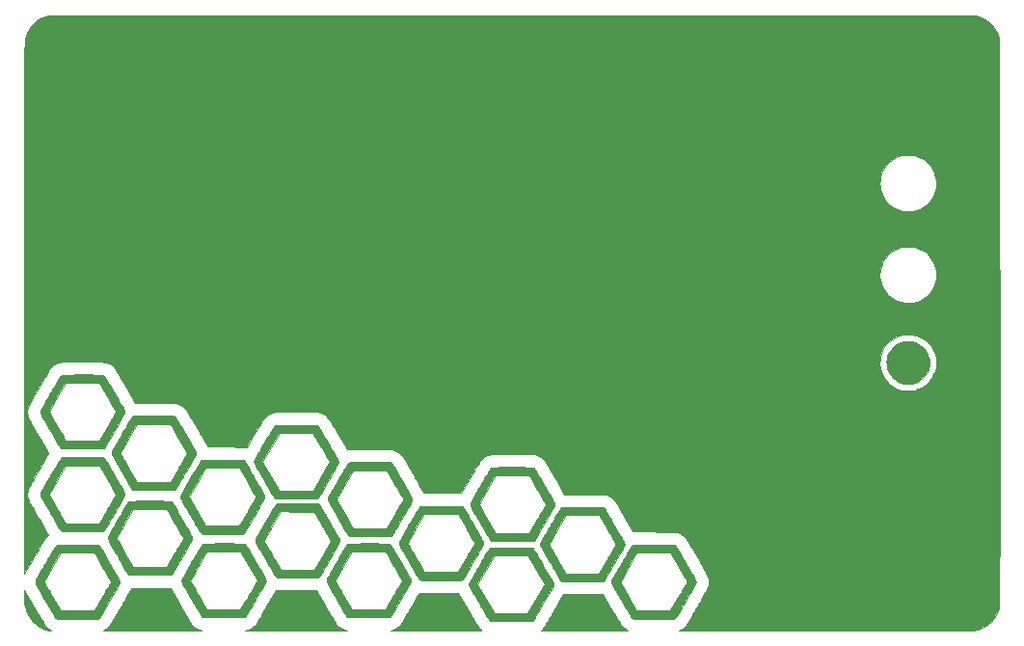
<source format=gbr>
%TF.GenerationSoftware,KiCad,Pcbnew,7.0.9*%
%TF.CreationDate,2023-12-13T15:21:18+08:00*%
%TF.ProjectId,drawing,64726177-696e-4672-9e6b-696361645f70,rev?*%
%TF.SameCoordinates,Original*%
%TF.FileFunction,Copper,L1,Top*%
%TF.FilePolarity,Positive*%
%FSLAX46Y46*%
G04 Gerber Fmt 4.6, Leading zero omitted, Abs format (unit mm)*
G04 Created by KiCad (PCBNEW 7.0.9) date 2023-12-13 15:21:18*
%MOMM*%
%LPD*%
G01*
G04 APERTURE LIST*
%TA.AperFunction,EtchedComponent*%
%ADD10C,0.010000*%
%TD*%
%TA.AperFunction,ComponentPad*%
%ADD11C,4.918463*%
%TD*%
G04 APERTURE END LIST*
%TO.C,G\u002A\u002A\u002A*%
D10*
X181480964Y-100037738D02*
X181645179Y-100055343D01*
X181795275Y-100088398D01*
X181944836Y-100139940D01*
X182107443Y-100213008D01*
X182117142Y-100217765D01*
X182362984Y-100361542D01*
X182580363Y-100535885D01*
X182767399Y-100738413D01*
X182922213Y-100966745D01*
X183042923Y-101218501D01*
X183127649Y-101491300D01*
X183129616Y-101499788D01*
X183151607Y-101635826D01*
X183163338Y-101797343D01*
X183164760Y-101968734D01*
X183155825Y-102134395D01*
X183136483Y-102278721D01*
X183132115Y-102300206D01*
X183053812Y-102563674D01*
X182936910Y-102814067D01*
X182784421Y-103046113D01*
X182599354Y-103254538D01*
X182572904Y-103279769D01*
X182356539Y-103455282D01*
X182121154Y-103596158D01*
X181871848Y-103699714D01*
X181676233Y-103751800D01*
X181541399Y-103770990D01*
X181381982Y-103780865D01*
X181213616Y-103781463D01*
X181051933Y-103772821D01*
X180912567Y-103754978D01*
X180886883Y-103749913D01*
X180638525Y-103677117D01*
X180388879Y-103565201D01*
X180315383Y-103524772D01*
X180208968Y-103452828D01*
X180089702Y-103354465D01*
X179967119Y-103239194D01*
X179850756Y-103116526D01*
X179750147Y-102995972D01*
X179674829Y-102887042D01*
X179673178Y-102884253D01*
X179547119Y-102631247D01*
X179459536Y-102367579D01*
X179411418Y-102097865D01*
X179403754Y-101826718D01*
X179416211Y-101685712D01*
X179472725Y-101404117D01*
X179565916Y-101140910D01*
X179693955Y-100898688D01*
X179855014Y-100680050D01*
X180047266Y-100487594D01*
X180268882Y-100323919D01*
X180442383Y-100226936D01*
X180610223Y-100149888D01*
X180760899Y-100095148D01*
X180908376Y-100059510D01*
X181066617Y-100039767D01*
X181249586Y-100032715D01*
X181289049Y-100032545D01*
X181480964Y-100037738D01*
%TA.AperFunction,EtchedComponent*%
G36*
X181480964Y-100037738D02*
G01*
X181645179Y-100055343D01*
X181795275Y-100088398D01*
X181944836Y-100139940D01*
X182107443Y-100213008D01*
X182117142Y-100217765D01*
X182362984Y-100361542D01*
X182580363Y-100535885D01*
X182767399Y-100738413D01*
X182922213Y-100966745D01*
X183042923Y-101218501D01*
X183127649Y-101491300D01*
X183129616Y-101499788D01*
X183151607Y-101635826D01*
X183163338Y-101797343D01*
X183164760Y-101968734D01*
X183155825Y-102134395D01*
X183136483Y-102278721D01*
X183132115Y-102300206D01*
X183053812Y-102563674D01*
X182936910Y-102814067D01*
X182784421Y-103046113D01*
X182599354Y-103254538D01*
X182572904Y-103279769D01*
X182356539Y-103455282D01*
X182121154Y-103596158D01*
X181871848Y-103699714D01*
X181676233Y-103751800D01*
X181541399Y-103770990D01*
X181381982Y-103780865D01*
X181213616Y-103781463D01*
X181051933Y-103772821D01*
X180912567Y-103754978D01*
X180886883Y-103749913D01*
X180638525Y-103677117D01*
X180388879Y-103565201D01*
X180315383Y-103524772D01*
X180208968Y-103452828D01*
X180089702Y-103354465D01*
X179967119Y-103239194D01*
X179850756Y-103116526D01*
X179750147Y-102995972D01*
X179674829Y-102887042D01*
X179673178Y-102884253D01*
X179547119Y-102631247D01*
X179459536Y-102367579D01*
X179411418Y-102097865D01*
X179403754Y-101826718D01*
X179416211Y-101685712D01*
X179472725Y-101404117D01*
X179565916Y-101140910D01*
X179693955Y-100898688D01*
X179855014Y-100680050D01*
X180047266Y-100487594D01*
X180268882Y-100323919D01*
X180442383Y-100226936D01*
X180610223Y-100149888D01*
X180760899Y-100095148D01*
X180908376Y-100059510D01*
X181066617Y-100039767D01*
X181249586Y-100032715D01*
X181289049Y-100032545D01*
X181480964Y-100037738D01*
G37*
%TD.AperFunction*%
X109112634Y-102959230D02*
X109347349Y-102959975D01*
X109572826Y-102961128D01*
X109785097Y-102962688D01*
X109980194Y-102964655D01*
X110154152Y-102967030D01*
X110303004Y-102969813D01*
X110422781Y-102973002D01*
X110509518Y-102976600D01*
X110559248Y-102980604D01*
X110567052Y-102982067D01*
X110638988Y-103012984D01*
X110704764Y-103057829D01*
X110708618Y-103061324D01*
X110728232Y-103087999D01*
X110766794Y-103148081D01*
X110822334Y-103238173D01*
X110892886Y-103354878D01*
X110976480Y-103494799D01*
X111071147Y-103654537D01*
X111174920Y-103830696D01*
X111285830Y-104019878D01*
X111401908Y-104218685D01*
X111521186Y-104423720D01*
X111641695Y-104631585D01*
X111761468Y-104838884D01*
X111878534Y-105042218D01*
X111990927Y-105238190D01*
X112096678Y-105423403D01*
X112193817Y-105594458D01*
X112280377Y-105747959D01*
X112354389Y-105880509D01*
X112413885Y-105988709D01*
X112456896Y-106069162D01*
X112481454Y-106118471D01*
X112485413Y-106127984D01*
X112505221Y-106205627D01*
X112500923Y-106276107D01*
X112495791Y-106297521D01*
X112482841Y-106325279D01*
X112450631Y-106386267D01*
X112401107Y-106477074D01*
X112336214Y-106594291D01*
X112257899Y-106734506D01*
X112168106Y-106894312D01*
X112068783Y-107070297D01*
X111961875Y-107259051D01*
X111849328Y-107457166D01*
X111733087Y-107661230D01*
X111615099Y-107867834D01*
X111497309Y-108073569D01*
X111381663Y-108275023D01*
X111270107Y-108468788D01*
X111164588Y-108651454D01*
X111067049Y-108819610D01*
X110979439Y-108969847D01*
X110903702Y-109098754D01*
X110841784Y-109202922D01*
X110795632Y-109278941D01*
X110782123Y-109300542D01*
X110763500Y-109331372D01*
X110747392Y-109358443D01*
X110731083Y-109381999D01*
X110711856Y-109402281D01*
X110686995Y-109419533D01*
X110653782Y-109433996D01*
X110609501Y-109445913D01*
X110551436Y-109455527D01*
X110476870Y-109463080D01*
X110383085Y-109468814D01*
X110267366Y-109472973D01*
X110126996Y-109475797D01*
X109959257Y-109477531D01*
X109761434Y-109478415D01*
X109530809Y-109478694D01*
X109264666Y-109478608D01*
X108960288Y-109478402D01*
X108790017Y-109478328D01*
X108472365Y-109478184D01*
X108194304Y-109477900D01*
X107953093Y-109477426D01*
X107745989Y-109476706D01*
X107570252Y-109475690D01*
X107423138Y-109474324D01*
X107301906Y-109472555D01*
X107203815Y-109470332D01*
X107126122Y-109467601D01*
X107066086Y-109464310D01*
X107020965Y-109460406D01*
X106988016Y-109455836D01*
X106964499Y-109450549D01*
X106947671Y-109444491D01*
X106944291Y-109442901D01*
X106885670Y-109401283D01*
X106832236Y-109343571D01*
X106824412Y-109332258D01*
X106791193Y-109278756D01*
X106740802Y-109194693D01*
X106675173Y-109083461D01*
X106596242Y-108948449D01*
X106505945Y-108793048D01*
X106406215Y-108620650D01*
X106298990Y-108434643D01*
X106186203Y-108238420D01*
X106069791Y-108035370D01*
X105951688Y-107828885D01*
X105833829Y-107622354D01*
X105718151Y-107419168D01*
X105606588Y-107222719D01*
X105501075Y-107036395D01*
X105403548Y-106863589D01*
X105315941Y-106707690D01*
X105240191Y-106572090D01*
X105178233Y-106460178D01*
X105132001Y-106375346D01*
X105103431Y-106320983D01*
X105094535Y-106301499D01*
X105089309Y-106226897D01*
X105848536Y-106226897D01*
X106503163Y-107360728D01*
X106621672Y-107565972D01*
X106735990Y-107763923D01*
X106843997Y-107950916D01*
X106943575Y-108123281D01*
X107032603Y-108277353D01*
X107108964Y-108409462D01*
X107170537Y-108515943D01*
X107215204Y-108593127D01*
X107240845Y-108637347D01*
X107240979Y-108637578D01*
X107324168Y-108780597D01*
X108798332Y-108775161D01*
X110272497Y-108769726D01*
X111006968Y-107499726D01*
X111741440Y-106229726D01*
X111680975Y-106123893D01*
X111659878Y-106087105D01*
X111619649Y-106017089D01*
X111562277Y-105917304D01*
X111489753Y-105791210D01*
X111404066Y-105642264D01*
X111307207Y-105473928D01*
X111201166Y-105289659D01*
X111087932Y-105092917D01*
X110969497Y-104887161D01*
X110947696Y-104849291D01*
X110274883Y-103680522D01*
X107313935Y-103689726D01*
X106581236Y-104958311D01*
X105848536Y-106226897D01*
X105089309Y-106226897D01*
X105087134Y-106195850D01*
X105095857Y-106148952D01*
X105110418Y-106116184D01*
X105144412Y-106050497D01*
X105195876Y-105955293D01*
X105262845Y-105833971D01*
X105343357Y-105689934D01*
X105435446Y-105526582D01*
X105537150Y-105347316D01*
X105646505Y-105155535D01*
X105761547Y-104954642D01*
X105880313Y-104748037D01*
X106000838Y-104539120D01*
X106121159Y-104331293D01*
X106239313Y-104127956D01*
X106353335Y-103932510D01*
X106461262Y-103748355D01*
X106561130Y-103578894D01*
X106650976Y-103427525D01*
X106728836Y-103297651D01*
X106792746Y-103192672D01*
X106840742Y-103115988D01*
X106870861Y-103071000D01*
X106878739Y-103061324D01*
X106941922Y-103016240D01*
X107014185Y-102983589D01*
X107019379Y-102982067D01*
X107055540Y-102977923D01*
X107130066Y-102974187D01*
X107238988Y-102970858D01*
X107378342Y-102967936D01*
X107544159Y-102965422D01*
X107732472Y-102963315D01*
X107939316Y-102961616D01*
X108160722Y-102960324D01*
X108392723Y-102959439D01*
X108631354Y-102958962D01*
X108872646Y-102958892D01*
X109112634Y-102959230D01*
%TA.AperFunction,EtchedComponent*%
G36*
X109112634Y-102959230D02*
G01*
X109347349Y-102959975D01*
X109572826Y-102961128D01*
X109785097Y-102962688D01*
X109980194Y-102964655D01*
X110154152Y-102967030D01*
X110303004Y-102969813D01*
X110422781Y-102973002D01*
X110509518Y-102976600D01*
X110559248Y-102980604D01*
X110567052Y-102982067D01*
X110638988Y-103012984D01*
X110704764Y-103057829D01*
X110708618Y-103061324D01*
X110728232Y-103087999D01*
X110766794Y-103148081D01*
X110822334Y-103238173D01*
X110892886Y-103354878D01*
X110976480Y-103494799D01*
X111071147Y-103654537D01*
X111174920Y-103830696D01*
X111285830Y-104019878D01*
X111401908Y-104218685D01*
X111521186Y-104423720D01*
X111641695Y-104631585D01*
X111761468Y-104838884D01*
X111878534Y-105042218D01*
X111990927Y-105238190D01*
X112096678Y-105423403D01*
X112193817Y-105594458D01*
X112280377Y-105747959D01*
X112354389Y-105880509D01*
X112413885Y-105988709D01*
X112456896Y-106069162D01*
X112481454Y-106118471D01*
X112485413Y-106127984D01*
X112505221Y-106205627D01*
X112500923Y-106276107D01*
X112495791Y-106297521D01*
X112482841Y-106325279D01*
X112450631Y-106386267D01*
X112401107Y-106477074D01*
X112336214Y-106594291D01*
X112257899Y-106734506D01*
X112168106Y-106894312D01*
X112068783Y-107070297D01*
X111961875Y-107259051D01*
X111849328Y-107457166D01*
X111733087Y-107661230D01*
X111615099Y-107867834D01*
X111497309Y-108073569D01*
X111381663Y-108275023D01*
X111270107Y-108468788D01*
X111164588Y-108651454D01*
X111067049Y-108819610D01*
X110979439Y-108969847D01*
X110903702Y-109098754D01*
X110841784Y-109202922D01*
X110795632Y-109278941D01*
X110782123Y-109300542D01*
X110763500Y-109331372D01*
X110747392Y-109358443D01*
X110731083Y-109381999D01*
X110711856Y-109402281D01*
X110686995Y-109419533D01*
X110653782Y-109433996D01*
X110609501Y-109445913D01*
X110551436Y-109455527D01*
X110476870Y-109463080D01*
X110383085Y-109468814D01*
X110267366Y-109472973D01*
X110126996Y-109475797D01*
X109959257Y-109477531D01*
X109761434Y-109478415D01*
X109530809Y-109478694D01*
X109264666Y-109478608D01*
X108960288Y-109478402D01*
X108790017Y-109478328D01*
X108472365Y-109478184D01*
X108194304Y-109477900D01*
X107953093Y-109477426D01*
X107745989Y-109476706D01*
X107570252Y-109475690D01*
X107423138Y-109474324D01*
X107301906Y-109472555D01*
X107203815Y-109470332D01*
X107126122Y-109467601D01*
X107066086Y-109464310D01*
X107020965Y-109460406D01*
X106988016Y-109455836D01*
X106964499Y-109450549D01*
X106947671Y-109444491D01*
X106944291Y-109442901D01*
X106885670Y-109401283D01*
X106832236Y-109343571D01*
X106824412Y-109332258D01*
X106791193Y-109278756D01*
X106740802Y-109194693D01*
X106675173Y-109083461D01*
X106596242Y-108948449D01*
X106505945Y-108793048D01*
X106406215Y-108620650D01*
X106298990Y-108434643D01*
X106186203Y-108238420D01*
X106069791Y-108035370D01*
X105951688Y-107828885D01*
X105833829Y-107622354D01*
X105718151Y-107419168D01*
X105606588Y-107222719D01*
X105501075Y-107036395D01*
X105403548Y-106863589D01*
X105315941Y-106707690D01*
X105240191Y-106572090D01*
X105178233Y-106460178D01*
X105132001Y-106375346D01*
X105103431Y-106320983D01*
X105094535Y-106301499D01*
X105089309Y-106226897D01*
X105848536Y-106226897D01*
X106503163Y-107360728D01*
X106621672Y-107565972D01*
X106735990Y-107763923D01*
X106843997Y-107950916D01*
X106943575Y-108123281D01*
X107032603Y-108277353D01*
X107108964Y-108409462D01*
X107170537Y-108515943D01*
X107215204Y-108593127D01*
X107240845Y-108637347D01*
X107240979Y-108637578D01*
X107324168Y-108780597D01*
X108798332Y-108775161D01*
X110272497Y-108769726D01*
X111006968Y-107499726D01*
X111741440Y-106229726D01*
X111680975Y-106123893D01*
X111659878Y-106087105D01*
X111619649Y-106017089D01*
X111562277Y-105917304D01*
X111489753Y-105791210D01*
X111404066Y-105642264D01*
X111307207Y-105473928D01*
X111201166Y-105289659D01*
X111087932Y-105092917D01*
X110969497Y-104887161D01*
X110947696Y-104849291D01*
X110274883Y-103680522D01*
X107313935Y-103689726D01*
X106581236Y-104958311D01*
X105848536Y-106226897D01*
X105089309Y-106226897D01*
X105087134Y-106195850D01*
X105095857Y-106148952D01*
X105110418Y-106116184D01*
X105144412Y-106050497D01*
X105195876Y-105955293D01*
X105262845Y-105833971D01*
X105343357Y-105689934D01*
X105435446Y-105526582D01*
X105537150Y-105347316D01*
X105646505Y-105155535D01*
X105761547Y-104954642D01*
X105880313Y-104748037D01*
X106000838Y-104539120D01*
X106121159Y-104331293D01*
X106239313Y-104127956D01*
X106353335Y-103932510D01*
X106461262Y-103748355D01*
X106561130Y-103578894D01*
X106650976Y-103427525D01*
X106728836Y-103297651D01*
X106792746Y-103192672D01*
X106840742Y-103115988D01*
X106870861Y-103071000D01*
X106878739Y-103061324D01*
X106941922Y-103016240D01*
X107014185Y-102983589D01*
X107019379Y-102982067D01*
X107055540Y-102977923D01*
X107130066Y-102974187D01*
X107238988Y-102970858D01*
X107378342Y-102967936D01*
X107544159Y-102965422D01*
X107732472Y-102963315D01*
X107939316Y-102961616D01*
X108160722Y-102960324D01*
X108392723Y-102959439D01*
X108631354Y-102958962D01*
X108872646Y-102958892D01*
X109112634Y-102959230D01*
G37*
%TD.AperFunction*%
X115379058Y-106578538D02*
X115613037Y-106579366D01*
X115837561Y-106580618D01*
X116048646Y-106582293D01*
X116242309Y-106584391D01*
X116414567Y-106586912D01*
X116561436Y-106589855D01*
X116678932Y-106593220D01*
X116763072Y-106597006D01*
X116809873Y-106601213D01*
X116814642Y-106602165D01*
X116888092Y-106631099D01*
X116954638Y-106673734D01*
X116966890Y-106684735D01*
X116988335Y-106713686D01*
X117028686Y-106775920D01*
X117085860Y-106867958D01*
X117157770Y-106986324D01*
X117242331Y-107127539D01*
X117337458Y-107288125D01*
X117441065Y-107464603D01*
X117551066Y-107653496D01*
X117640883Y-107808804D01*
X117818537Y-108116892D01*
X117976285Y-108390423D01*
X118115303Y-108631550D01*
X118236768Y-108842427D01*
X118341854Y-109025208D01*
X118431740Y-109182046D01*
X118507601Y-109315094D01*
X118570613Y-109426506D01*
X118621952Y-109518434D01*
X118662796Y-109593033D01*
X118694320Y-109652456D01*
X118717700Y-109698856D01*
X118734114Y-109734387D01*
X118744736Y-109761201D01*
X118750744Y-109781453D01*
X118753314Y-109797296D01*
X118753621Y-109810883D01*
X118752843Y-109824367D01*
X118752156Y-109839902D01*
X118752133Y-109843117D01*
X118744725Y-109921094D01*
X118726125Y-109993720D01*
X118717274Y-110014319D01*
X118691998Y-110061099D01*
X118648524Y-110138855D01*
X118588824Y-110244195D01*
X118514871Y-110373725D01*
X118428637Y-110524053D01*
X118332093Y-110691787D01*
X118227212Y-110873534D01*
X118115966Y-111065901D01*
X118000326Y-111265496D01*
X117882265Y-111468925D01*
X117763755Y-111672797D01*
X117646768Y-111873719D01*
X117533275Y-112068299D01*
X117425250Y-112253142D01*
X117324663Y-112424858D01*
X117233487Y-112580053D01*
X117153694Y-112715334D01*
X117087256Y-112827310D01*
X117036145Y-112912587D01*
X117002333Y-112967772D01*
X116988069Y-112989196D01*
X116970949Y-113008216D01*
X116955024Y-113024890D01*
X116937547Y-113039373D01*
X116915774Y-113051817D01*
X116886958Y-113062378D01*
X116848353Y-113071209D01*
X116797212Y-113078465D01*
X116730789Y-113084298D01*
X116646339Y-113088864D01*
X116541115Y-113092316D01*
X116412371Y-113094808D01*
X116257361Y-113096495D01*
X116073338Y-113097529D01*
X115857557Y-113098066D01*
X115607271Y-113098259D01*
X115319735Y-113098262D01*
X115043725Y-113098230D01*
X114727283Y-113098186D01*
X114450414Y-113098044D01*
X114210360Y-113097742D01*
X114004360Y-113097223D01*
X113829656Y-113096425D01*
X113683487Y-113095288D01*
X113563095Y-113093753D01*
X113465719Y-113091759D01*
X113388601Y-113089247D01*
X113328980Y-113086156D01*
X113284098Y-113082427D01*
X113251194Y-113077999D01*
X113227509Y-113072812D01*
X113210284Y-113066807D01*
X113196758Y-113059923D01*
X113193524Y-113057992D01*
X113134460Y-113011808D01*
X113085328Y-112957529D01*
X113068265Y-112930040D01*
X113031739Y-112868786D01*
X112977444Y-112776671D01*
X112907071Y-112656599D01*
X112822314Y-112511473D01*
X112724866Y-112344196D01*
X112616419Y-112157673D01*
X112498666Y-111954806D01*
X112373300Y-111738500D01*
X112242014Y-111511658D01*
X112198687Y-111436726D01*
X111354383Y-109976226D01*
X111354383Y-109848779D01*
X112119910Y-109848779D01*
X112130242Y-109871094D01*
X112160092Y-109926997D01*
X112207745Y-110013451D01*
X112271485Y-110127421D01*
X112349595Y-110265872D01*
X112440360Y-110425768D01*
X112542064Y-110604074D01*
X112652989Y-110797756D01*
X112771421Y-111003777D01*
X112848396Y-111137295D01*
X113576883Y-112399503D01*
X115050369Y-112399656D01*
X116523856Y-112399810D01*
X117223218Y-111188018D01*
X117343974Y-110978777D01*
X117459233Y-110779049D01*
X117567128Y-110592069D01*
X117665793Y-110421075D01*
X117753361Y-110269301D01*
X117827963Y-110139984D01*
X117887735Y-110036359D01*
X117930807Y-109961662D01*
X117955315Y-109919130D01*
X117959442Y-109911952D01*
X117996304Y-109847677D01*
X117260207Y-108573160D01*
X116524109Y-107298643D01*
X113576509Y-107298643D01*
X112848210Y-108560557D01*
X112725979Y-108772718D01*
X112610184Y-108974433D01*
X112502539Y-109162668D01*
X112404763Y-109334386D01*
X112318570Y-109486553D01*
X112245678Y-109616131D01*
X112187801Y-109720086D01*
X112146658Y-109795381D01*
X112123963Y-109838981D01*
X112119910Y-109848779D01*
X111354383Y-109848779D01*
X111354383Y-109722226D01*
X112208886Y-108240560D01*
X112349481Y-107997433D01*
X112483522Y-107766919D01*
X112609436Y-107551661D01*
X112725646Y-107354297D01*
X112830579Y-107177468D01*
X112922657Y-107023814D01*
X113000307Y-106895977D01*
X113061953Y-106796596D01*
X113106020Y-106728313D01*
X113130932Y-106693766D01*
X113132929Y-106691648D01*
X113196252Y-106643439D01*
X113267018Y-106607363D01*
X113283842Y-106601808D01*
X113320563Y-106597518D01*
X113395632Y-106593658D01*
X113505065Y-106590225D01*
X113644878Y-106587221D01*
X113811088Y-106584644D01*
X113999712Y-106582494D01*
X114206765Y-106580770D01*
X114428265Y-106579473D01*
X114660228Y-106578602D01*
X114898670Y-106578156D01*
X115139608Y-106578135D01*
X115379058Y-106578538D01*
%TA.AperFunction,EtchedComponent*%
G36*
X115379058Y-106578538D02*
G01*
X115613037Y-106579366D01*
X115837561Y-106580618D01*
X116048646Y-106582293D01*
X116242309Y-106584391D01*
X116414567Y-106586912D01*
X116561436Y-106589855D01*
X116678932Y-106593220D01*
X116763072Y-106597006D01*
X116809873Y-106601213D01*
X116814642Y-106602165D01*
X116888092Y-106631099D01*
X116954638Y-106673734D01*
X116966890Y-106684735D01*
X116988335Y-106713686D01*
X117028686Y-106775920D01*
X117085860Y-106867958D01*
X117157770Y-106986324D01*
X117242331Y-107127539D01*
X117337458Y-107288125D01*
X117441065Y-107464603D01*
X117551066Y-107653496D01*
X117640883Y-107808804D01*
X117818537Y-108116892D01*
X117976285Y-108390423D01*
X118115303Y-108631550D01*
X118236768Y-108842427D01*
X118341854Y-109025208D01*
X118431740Y-109182046D01*
X118507601Y-109315094D01*
X118570613Y-109426506D01*
X118621952Y-109518434D01*
X118662796Y-109593033D01*
X118694320Y-109652456D01*
X118717700Y-109698856D01*
X118734114Y-109734387D01*
X118744736Y-109761201D01*
X118750744Y-109781453D01*
X118753314Y-109797296D01*
X118753621Y-109810883D01*
X118752843Y-109824367D01*
X118752156Y-109839902D01*
X118752133Y-109843117D01*
X118744725Y-109921094D01*
X118726125Y-109993720D01*
X118717274Y-110014319D01*
X118691998Y-110061099D01*
X118648524Y-110138855D01*
X118588824Y-110244195D01*
X118514871Y-110373725D01*
X118428637Y-110524053D01*
X118332093Y-110691787D01*
X118227212Y-110873534D01*
X118115966Y-111065901D01*
X118000326Y-111265496D01*
X117882265Y-111468925D01*
X117763755Y-111672797D01*
X117646768Y-111873719D01*
X117533275Y-112068299D01*
X117425250Y-112253142D01*
X117324663Y-112424858D01*
X117233487Y-112580053D01*
X117153694Y-112715334D01*
X117087256Y-112827310D01*
X117036145Y-112912587D01*
X117002333Y-112967772D01*
X116988069Y-112989196D01*
X116970949Y-113008216D01*
X116955024Y-113024890D01*
X116937547Y-113039373D01*
X116915774Y-113051817D01*
X116886958Y-113062378D01*
X116848353Y-113071209D01*
X116797212Y-113078465D01*
X116730789Y-113084298D01*
X116646339Y-113088864D01*
X116541115Y-113092316D01*
X116412371Y-113094808D01*
X116257361Y-113096495D01*
X116073338Y-113097529D01*
X115857557Y-113098066D01*
X115607271Y-113098259D01*
X115319735Y-113098262D01*
X115043725Y-113098230D01*
X114727283Y-113098186D01*
X114450414Y-113098044D01*
X114210360Y-113097742D01*
X114004360Y-113097223D01*
X113829656Y-113096425D01*
X113683487Y-113095288D01*
X113563095Y-113093753D01*
X113465719Y-113091759D01*
X113388601Y-113089247D01*
X113328980Y-113086156D01*
X113284098Y-113082427D01*
X113251194Y-113077999D01*
X113227509Y-113072812D01*
X113210284Y-113066807D01*
X113196758Y-113059923D01*
X113193524Y-113057992D01*
X113134460Y-113011808D01*
X113085328Y-112957529D01*
X113068265Y-112930040D01*
X113031739Y-112868786D01*
X112977444Y-112776671D01*
X112907071Y-112656599D01*
X112822314Y-112511473D01*
X112724866Y-112344196D01*
X112616419Y-112157673D01*
X112498666Y-111954806D01*
X112373300Y-111738500D01*
X112242014Y-111511658D01*
X112198687Y-111436726D01*
X111354383Y-109976226D01*
X111354383Y-109848779D01*
X112119910Y-109848779D01*
X112130242Y-109871094D01*
X112160092Y-109926997D01*
X112207745Y-110013451D01*
X112271485Y-110127421D01*
X112349595Y-110265872D01*
X112440360Y-110425768D01*
X112542064Y-110604074D01*
X112652989Y-110797756D01*
X112771421Y-111003777D01*
X112848396Y-111137295D01*
X113576883Y-112399503D01*
X115050369Y-112399656D01*
X116523856Y-112399810D01*
X117223218Y-111188018D01*
X117343974Y-110978777D01*
X117459233Y-110779049D01*
X117567128Y-110592069D01*
X117665793Y-110421075D01*
X117753361Y-110269301D01*
X117827963Y-110139984D01*
X117887735Y-110036359D01*
X117930807Y-109961662D01*
X117955315Y-109919130D01*
X117959442Y-109911952D01*
X117996304Y-109847677D01*
X117260207Y-108573160D01*
X116524109Y-107298643D01*
X113576509Y-107298643D01*
X112848210Y-108560557D01*
X112725979Y-108772718D01*
X112610184Y-108974433D01*
X112502539Y-109162668D01*
X112404763Y-109334386D01*
X112318570Y-109486553D01*
X112245678Y-109616131D01*
X112187801Y-109720086D01*
X112146658Y-109795381D01*
X112123963Y-109838981D01*
X112119910Y-109848779D01*
X111354383Y-109848779D01*
X111354383Y-109722226D01*
X112208886Y-108240560D01*
X112349481Y-107997433D01*
X112483522Y-107766919D01*
X112609436Y-107551661D01*
X112725646Y-107354297D01*
X112830579Y-107177468D01*
X112922657Y-107023814D01*
X113000307Y-106895977D01*
X113061953Y-106796596D01*
X113106020Y-106728313D01*
X113130932Y-106693766D01*
X113132929Y-106691648D01*
X113196252Y-106643439D01*
X113267018Y-106607363D01*
X113283842Y-106601808D01*
X113320563Y-106597518D01*
X113395632Y-106593658D01*
X113505065Y-106590225D01*
X113644878Y-106587221D01*
X113811088Y-106584644D01*
X113999712Y-106582494D01*
X114206765Y-106580770D01*
X114428265Y-106579473D01*
X114660228Y-106578602D01*
X114898670Y-106578156D01*
X115139608Y-106578135D01*
X115379058Y-106578538D01*
G37*
%TD.AperFunction*%
X128479969Y-107366023D02*
X128715925Y-107366825D01*
X128914188Y-107368222D01*
X129075915Y-107370224D01*
X129202266Y-107372842D01*
X129294400Y-107376087D01*
X129353475Y-107379970D01*
X129380604Y-107384482D01*
X129434203Y-107416409D01*
X129487460Y-107462022D01*
X129489552Y-107464222D01*
X129505949Y-107488551D01*
X129541510Y-107546165D01*
X129594260Y-107633672D01*
X129662222Y-107747680D01*
X129743420Y-107884798D01*
X129835879Y-108041634D01*
X129937623Y-108214796D01*
X130046677Y-108400891D01*
X130161063Y-108596528D01*
X130278807Y-108798315D01*
X130397933Y-109002861D01*
X130516465Y-109206772D01*
X130632427Y-109406657D01*
X130743843Y-109599125D01*
X130848738Y-109780783D01*
X130945135Y-109948240D01*
X131031059Y-110098103D01*
X131104534Y-110226981D01*
X131163585Y-110331482D01*
X131206235Y-110408213D01*
X131227185Y-110447261D01*
X131247712Y-110508773D01*
X131260039Y-110587823D01*
X131261633Y-110623919D01*
X131261022Y-110644932D01*
X131258280Y-110667071D01*
X131252042Y-110692877D01*
X131240945Y-110724890D01*
X131223624Y-110765652D01*
X131198716Y-110817703D01*
X131164855Y-110883585D01*
X131120678Y-110965837D01*
X131064821Y-111067002D01*
X130995919Y-111189619D01*
X130912609Y-111336231D01*
X130813526Y-111509377D01*
X130697305Y-111711599D01*
X130562584Y-111945437D01*
X130411606Y-112207178D01*
X130278416Y-112437862D01*
X130150597Y-112658950D01*
X130029829Y-112867551D01*
X129917797Y-113060771D01*
X129816182Y-113235719D01*
X129726667Y-113389500D01*
X129650934Y-113519224D01*
X129590666Y-113621996D01*
X129547545Y-113694926D01*
X129523254Y-113735119D01*
X129519408Y-113741068D01*
X129472639Y-113788721D01*
X129408526Y-113832121D01*
X129390477Y-113841144D01*
X129373250Y-113848229D01*
X129352962Y-113854407D01*
X129326781Y-113859737D01*
X129291872Y-113864278D01*
X129245404Y-113868090D01*
X129184542Y-113871231D01*
X129106453Y-113873761D01*
X129008305Y-113875738D01*
X128887264Y-113877222D01*
X128740497Y-113878271D01*
X128565171Y-113878945D01*
X128358453Y-113879301D01*
X128117509Y-113879401D01*
X127839506Y-113879302D01*
X127568049Y-113879102D01*
X127299237Y-113878656D01*
X127041620Y-113877796D01*
X126798484Y-113876559D01*
X126573115Y-113874982D01*
X126368796Y-113873101D01*
X126188814Y-113870953D01*
X126036454Y-113868575D01*
X125915000Y-113866002D01*
X125827739Y-113863273D01*
X125777954Y-113860424D01*
X125768352Y-113859029D01*
X125713084Y-113831532D01*
X125654057Y-113785908D01*
X125638974Y-113770980D01*
X125618348Y-113742056D01*
X125578411Y-113679310D01*
X125520890Y-113585658D01*
X125447514Y-113464013D01*
X125360009Y-113317288D01*
X125260105Y-113148399D01*
X125149528Y-112960259D01*
X125030006Y-112755782D01*
X124903268Y-112537882D01*
X124771040Y-112309473D01*
X124720647Y-112222148D01*
X124560523Y-111944480D01*
X124420258Y-111701020D01*
X124298690Y-111489233D01*
X124194652Y-111306582D01*
X124106981Y-111150534D01*
X124034511Y-111018551D01*
X123976079Y-110908100D01*
X123930520Y-110816644D01*
X123896669Y-110741648D01*
X123873362Y-110680576D01*
X123859434Y-110630894D01*
X123857532Y-110617300D01*
X124615826Y-110617300D01*
X125350831Y-111889696D01*
X126085837Y-113162092D01*
X127565458Y-113156659D01*
X129045080Y-113151226D01*
X129772072Y-111891810D01*
X129894109Y-111680200D01*
X130009728Y-111479340D01*
X130117213Y-111292232D01*
X130214850Y-111121880D01*
X130300924Y-110971286D01*
X130373720Y-110843455D01*
X130431524Y-110741389D01*
X130472620Y-110668091D01*
X130495294Y-110626566D01*
X130499348Y-110618090D01*
X130489085Y-110597823D01*
X130459335Y-110543897D01*
X130411801Y-110459303D01*
X130348190Y-110347029D01*
X130270203Y-110210065D01*
X130179546Y-110051399D01*
X130077923Y-109874020D01*
X129967038Y-109680919D01*
X129848596Y-109475085D01*
X129766249Y-109332215D01*
X129032865Y-108060643D01*
X126086383Y-108062357D01*
X125351104Y-109339829D01*
X124615826Y-110617300D01*
X123857532Y-110617300D01*
X123853720Y-110590066D01*
X123855056Y-110555556D01*
X123862278Y-110524829D01*
X123874220Y-110495350D01*
X123889719Y-110464583D01*
X123902289Y-110440477D01*
X123921295Y-110405738D01*
X123959756Y-110337413D01*
X124015919Y-110238559D01*
X124088035Y-110112228D01*
X124174352Y-109961475D01*
X124273118Y-109789354D01*
X124382583Y-109598920D01*
X124500996Y-109393228D01*
X124626604Y-109175330D01*
X124757658Y-108948282D01*
X124781326Y-108907310D01*
X124950513Y-108615037D01*
X125099838Y-108358356D01*
X125230115Y-108135919D01*
X125342157Y-107946377D01*
X125436777Y-107788380D01*
X125514790Y-107660581D01*
X125577009Y-107561630D01*
X125624248Y-107490180D01*
X125657320Y-107444881D01*
X125675269Y-107425643D01*
X125743806Y-107372726D01*
X127534344Y-107367069D01*
X127890337Y-107366155D01*
X128205159Y-107365803D01*
X128479969Y-107366023D01*
%TA.AperFunction,EtchedComponent*%
G36*
X128479969Y-107366023D02*
G01*
X128715925Y-107366825D01*
X128914188Y-107368222D01*
X129075915Y-107370224D01*
X129202266Y-107372842D01*
X129294400Y-107376087D01*
X129353475Y-107379970D01*
X129380604Y-107384482D01*
X129434203Y-107416409D01*
X129487460Y-107462022D01*
X129489552Y-107464222D01*
X129505949Y-107488551D01*
X129541510Y-107546165D01*
X129594260Y-107633672D01*
X129662222Y-107747680D01*
X129743420Y-107884798D01*
X129835879Y-108041634D01*
X129937623Y-108214796D01*
X130046677Y-108400891D01*
X130161063Y-108596528D01*
X130278807Y-108798315D01*
X130397933Y-109002861D01*
X130516465Y-109206772D01*
X130632427Y-109406657D01*
X130743843Y-109599125D01*
X130848738Y-109780783D01*
X130945135Y-109948240D01*
X131031059Y-110098103D01*
X131104534Y-110226981D01*
X131163585Y-110331482D01*
X131206235Y-110408213D01*
X131227185Y-110447261D01*
X131247712Y-110508773D01*
X131260039Y-110587823D01*
X131261633Y-110623919D01*
X131261022Y-110644932D01*
X131258280Y-110667071D01*
X131252042Y-110692877D01*
X131240945Y-110724890D01*
X131223624Y-110765652D01*
X131198716Y-110817703D01*
X131164855Y-110883585D01*
X131120678Y-110965837D01*
X131064821Y-111067002D01*
X130995919Y-111189619D01*
X130912609Y-111336231D01*
X130813526Y-111509377D01*
X130697305Y-111711599D01*
X130562584Y-111945437D01*
X130411606Y-112207178D01*
X130278416Y-112437862D01*
X130150597Y-112658950D01*
X130029829Y-112867551D01*
X129917797Y-113060771D01*
X129816182Y-113235719D01*
X129726667Y-113389500D01*
X129650934Y-113519224D01*
X129590666Y-113621996D01*
X129547545Y-113694926D01*
X129523254Y-113735119D01*
X129519408Y-113741068D01*
X129472639Y-113788721D01*
X129408526Y-113832121D01*
X129390477Y-113841144D01*
X129373250Y-113848229D01*
X129352962Y-113854407D01*
X129326781Y-113859737D01*
X129291872Y-113864278D01*
X129245404Y-113868090D01*
X129184542Y-113871231D01*
X129106453Y-113873761D01*
X129008305Y-113875738D01*
X128887264Y-113877222D01*
X128740497Y-113878271D01*
X128565171Y-113878945D01*
X128358453Y-113879301D01*
X128117509Y-113879401D01*
X127839506Y-113879302D01*
X127568049Y-113879102D01*
X127299237Y-113878656D01*
X127041620Y-113877796D01*
X126798484Y-113876559D01*
X126573115Y-113874982D01*
X126368796Y-113873101D01*
X126188814Y-113870953D01*
X126036454Y-113868575D01*
X125915000Y-113866002D01*
X125827739Y-113863273D01*
X125777954Y-113860424D01*
X125768352Y-113859029D01*
X125713084Y-113831532D01*
X125654057Y-113785908D01*
X125638974Y-113770980D01*
X125618348Y-113742056D01*
X125578411Y-113679310D01*
X125520890Y-113585658D01*
X125447514Y-113464013D01*
X125360009Y-113317288D01*
X125260105Y-113148399D01*
X125149528Y-112960259D01*
X125030006Y-112755782D01*
X124903268Y-112537882D01*
X124771040Y-112309473D01*
X124720647Y-112222148D01*
X124560523Y-111944480D01*
X124420258Y-111701020D01*
X124298690Y-111489233D01*
X124194652Y-111306582D01*
X124106981Y-111150534D01*
X124034511Y-111018551D01*
X123976079Y-110908100D01*
X123930520Y-110816644D01*
X123896669Y-110741648D01*
X123873362Y-110680576D01*
X123859434Y-110630894D01*
X123857532Y-110617300D01*
X124615826Y-110617300D01*
X125350831Y-111889696D01*
X126085837Y-113162092D01*
X127565458Y-113156659D01*
X129045080Y-113151226D01*
X129772072Y-111891810D01*
X129894109Y-111680200D01*
X130009728Y-111479340D01*
X130117213Y-111292232D01*
X130214850Y-111121880D01*
X130300924Y-110971286D01*
X130373720Y-110843455D01*
X130431524Y-110741389D01*
X130472620Y-110668091D01*
X130495294Y-110626566D01*
X130499348Y-110618090D01*
X130489085Y-110597823D01*
X130459335Y-110543897D01*
X130411801Y-110459303D01*
X130348190Y-110347029D01*
X130270203Y-110210065D01*
X130179546Y-110051399D01*
X130077923Y-109874020D01*
X129967038Y-109680919D01*
X129848596Y-109475085D01*
X129766249Y-109332215D01*
X129032865Y-108060643D01*
X126086383Y-108062357D01*
X125351104Y-109339829D01*
X124615826Y-110617300D01*
X123857532Y-110617300D01*
X123853720Y-110590066D01*
X123855056Y-110555556D01*
X123862278Y-110524829D01*
X123874220Y-110495350D01*
X123889719Y-110464583D01*
X123902289Y-110440477D01*
X123921295Y-110405738D01*
X123959756Y-110337413D01*
X124015919Y-110238559D01*
X124088035Y-110112228D01*
X124174352Y-109961475D01*
X124273118Y-109789354D01*
X124382583Y-109598920D01*
X124500996Y-109393228D01*
X124626604Y-109175330D01*
X124757658Y-108948282D01*
X124781326Y-108907310D01*
X124950513Y-108615037D01*
X125099838Y-108358356D01*
X125230115Y-108135919D01*
X125342157Y-107946377D01*
X125436777Y-107788380D01*
X125514790Y-107660581D01*
X125577009Y-107561630D01*
X125624248Y-107490180D01*
X125657320Y-107444881D01*
X125675269Y-107425643D01*
X125743806Y-107372726D01*
X127534344Y-107367069D01*
X127890337Y-107366155D01*
X128205159Y-107365803D01*
X128479969Y-107366023D01*
G37*
%TD.AperFunction*%
X110001667Y-110222231D02*
X110149329Y-110222796D01*
X110271154Y-110223835D01*
X110369890Y-110225402D01*
X110448287Y-110227554D01*
X110509095Y-110230345D01*
X110555062Y-110233831D01*
X110588938Y-110238066D01*
X110613472Y-110243106D01*
X110631413Y-110249005D01*
X110645510Y-110255820D01*
X110656289Y-110262227D01*
X110708619Y-110305963D01*
X110763755Y-110369064D01*
X110789179Y-110405452D01*
X110823563Y-110461753D01*
X110875099Y-110548379D01*
X110941809Y-110661876D01*
X111021714Y-110798791D01*
X111112835Y-110955669D01*
X111213195Y-111129059D01*
X111320815Y-111315505D01*
X111433716Y-111511555D01*
X111549921Y-111713755D01*
X111667451Y-111918651D01*
X111784327Y-112122791D01*
X111898571Y-112322720D01*
X112008205Y-112514985D01*
X112111250Y-112696133D01*
X112205728Y-112862709D01*
X112289661Y-113011262D01*
X112361070Y-113138336D01*
X112417977Y-113240478D01*
X112458404Y-113314236D01*
X112480372Y-113356155D01*
X112483507Y-113363124D01*
X112504046Y-113464303D01*
X112500278Y-113524234D01*
X112487331Y-113555404D01*
X112454851Y-113619666D01*
X112404790Y-113713633D01*
X112339095Y-113833917D01*
X112259717Y-113977133D01*
X112168604Y-114139893D01*
X112067707Y-114318810D01*
X111958975Y-114510498D01*
X111844356Y-114711571D01*
X111725802Y-114918640D01*
X111605261Y-115128320D01*
X111484682Y-115337223D01*
X111366015Y-115541964D01*
X111251209Y-115739154D01*
X111142214Y-115925408D01*
X111040980Y-116097338D01*
X110949455Y-116251558D01*
X110869589Y-116384681D01*
X110803332Y-116493320D01*
X110752633Y-116574088D01*
X110719442Y-116623599D01*
X110708494Y-116637128D01*
X110644667Y-116682267D01*
X110572077Y-116714916D01*
X110567052Y-116716385D01*
X110527586Y-116721171D01*
X110445848Y-116725359D01*
X110321897Y-116728949D01*
X110155791Y-116731939D01*
X109947587Y-116734329D01*
X109697344Y-116736118D01*
X109405120Y-116737305D01*
X109070972Y-116737890D01*
X108782633Y-116737929D01*
X108464787Y-116737672D01*
X108186620Y-116737191D01*
X107945478Y-116736442D01*
X107738708Y-116735379D01*
X107563656Y-116733957D01*
X107417668Y-116732130D01*
X107298089Y-116729853D01*
X107202267Y-116727080D01*
X107127547Y-116723766D01*
X107071275Y-116719865D01*
X107030799Y-116715333D01*
X107003463Y-116710123D01*
X106994049Y-116707305D01*
X106924950Y-116671660D01*
X106864350Y-116622487D01*
X106856466Y-116613628D01*
X106837819Y-116585623D01*
X106799795Y-116523793D01*
X106744090Y-116431029D01*
X106672400Y-116310221D01*
X106586421Y-116164259D01*
X106487850Y-115996034D01*
X106378381Y-115808437D01*
X106259712Y-115604357D01*
X106133539Y-115386687D01*
X106001557Y-115158315D01*
X105947055Y-115063814D01*
X105792277Y-114795199D01*
X105657333Y-114560706D01*
X105540867Y-114357810D01*
X105441521Y-114183985D01*
X105357938Y-114036707D01*
X105288762Y-113913449D01*
X105232635Y-113811687D01*
X105188200Y-113728894D01*
X105154102Y-113662547D01*
X105128981Y-113610119D01*
X105111482Y-113569084D01*
X105100248Y-113536919D01*
X105093921Y-113511096D01*
X105093082Y-113504438D01*
X105869125Y-113504438D01*
X105871687Y-113511060D01*
X105886480Y-113536375D01*
X105920556Y-113595171D01*
X105972068Y-113684245D01*
X106039167Y-113800397D01*
X106120005Y-113940425D01*
X106212733Y-114101127D01*
X106315505Y-114279301D01*
X106426471Y-114471747D01*
X106543784Y-114675261D01*
X106580360Y-114738726D01*
X106699361Y-114945158D01*
X106812692Y-115141631D01*
X106918488Y-115324924D01*
X107014889Y-115491816D01*
X107100031Y-115639087D01*
X107172053Y-115763516D01*
X107229092Y-115861882D01*
X107269286Y-115930965D01*
X107290773Y-115967544D01*
X107293284Y-115971685D01*
X107323108Y-116019310D01*
X108798995Y-116018370D01*
X110274883Y-116017431D01*
X110952216Y-114840171D01*
X111071572Y-114632710D01*
X111185949Y-114433886D01*
X111293385Y-114247110D01*
X111391917Y-114075794D01*
X111479582Y-113923352D01*
X111554419Y-113793196D01*
X111614464Y-113688738D01*
X111657756Y-113613391D01*
X111682332Y-113570567D01*
X111685050Y-113565819D01*
X111740550Y-113468726D01*
X111006829Y-112198726D01*
X110273107Y-110928726D01*
X107316655Y-110928726D01*
X106581385Y-112198726D01*
X106437390Y-112447658D01*
X106313387Y-112662601D01*
X106207996Y-112846109D01*
X106119834Y-113000736D01*
X106047522Y-113129035D01*
X105989679Y-113233560D01*
X105944923Y-113316863D01*
X105911873Y-113381499D01*
X105889150Y-113430021D01*
X105875371Y-113464983D01*
X105869157Y-113488937D01*
X105869125Y-113504438D01*
X105093082Y-113504438D01*
X105091146Y-113489092D01*
X105090561Y-113469849D01*
X105091242Y-113449363D01*
X105094181Y-113427411D01*
X105100720Y-113401503D01*
X105112202Y-113369146D01*
X105129970Y-113327851D01*
X105155366Y-113275124D01*
X105189732Y-113208477D01*
X105234413Y-113125416D01*
X105290750Y-113023451D01*
X105360086Y-112900091D01*
X105443764Y-112752844D01*
X105543126Y-112579219D01*
X105659515Y-112376725D01*
X105794274Y-112142870D01*
X105948746Y-111875164D01*
X105968222Y-111841425D01*
X106143577Y-111538213D01*
X106298962Y-111270757D01*
X106435088Y-111037872D01*
X106552667Y-110838376D01*
X106652410Y-110671085D01*
X106735027Y-110534817D01*
X106801230Y-110428389D01*
X106851730Y-110350617D01*
X106887237Y-110300318D01*
X106908464Y-110276310D01*
X106909383Y-110275620D01*
X106972883Y-110230226D01*
X108779568Y-110224584D01*
X109097657Y-110223607D01*
X109376162Y-110222828D01*
X109617832Y-110222302D01*
X109825417Y-110222085D01*
X110001667Y-110222231D01*
%TA.AperFunction,EtchedComponent*%
G36*
X110001667Y-110222231D02*
G01*
X110149329Y-110222796D01*
X110271154Y-110223835D01*
X110369890Y-110225402D01*
X110448287Y-110227554D01*
X110509095Y-110230345D01*
X110555062Y-110233831D01*
X110588938Y-110238066D01*
X110613472Y-110243106D01*
X110631413Y-110249005D01*
X110645510Y-110255820D01*
X110656289Y-110262227D01*
X110708619Y-110305963D01*
X110763755Y-110369064D01*
X110789179Y-110405452D01*
X110823563Y-110461753D01*
X110875099Y-110548379D01*
X110941809Y-110661876D01*
X111021714Y-110798791D01*
X111112835Y-110955669D01*
X111213195Y-111129059D01*
X111320815Y-111315505D01*
X111433716Y-111511555D01*
X111549921Y-111713755D01*
X111667451Y-111918651D01*
X111784327Y-112122791D01*
X111898571Y-112322720D01*
X112008205Y-112514985D01*
X112111250Y-112696133D01*
X112205728Y-112862709D01*
X112289661Y-113011262D01*
X112361070Y-113138336D01*
X112417977Y-113240478D01*
X112458404Y-113314236D01*
X112480372Y-113356155D01*
X112483507Y-113363124D01*
X112504046Y-113464303D01*
X112500278Y-113524234D01*
X112487331Y-113555404D01*
X112454851Y-113619666D01*
X112404790Y-113713633D01*
X112339095Y-113833917D01*
X112259717Y-113977133D01*
X112168604Y-114139893D01*
X112067707Y-114318810D01*
X111958975Y-114510498D01*
X111844356Y-114711571D01*
X111725802Y-114918640D01*
X111605261Y-115128320D01*
X111484682Y-115337223D01*
X111366015Y-115541964D01*
X111251209Y-115739154D01*
X111142214Y-115925408D01*
X111040980Y-116097338D01*
X110949455Y-116251558D01*
X110869589Y-116384681D01*
X110803332Y-116493320D01*
X110752633Y-116574088D01*
X110719442Y-116623599D01*
X110708494Y-116637128D01*
X110644667Y-116682267D01*
X110572077Y-116714916D01*
X110567052Y-116716385D01*
X110527586Y-116721171D01*
X110445848Y-116725359D01*
X110321897Y-116728949D01*
X110155791Y-116731939D01*
X109947587Y-116734329D01*
X109697344Y-116736118D01*
X109405120Y-116737305D01*
X109070972Y-116737890D01*
X108782633Y-116737929D01*
X108464787Y-116737672D01*
X108186620Y-116737191D01*
X107945478Y-116736442D01*
X107738708Y-116735379D01*
X107563656Y-116733957D01*
X107417668Y-116732130D01*
X107298089Y-116729853D01*
X107202267Y-116727080D01*
X107127547Y-116723766D01*
X107071275Y-116719865D01*
X107030799Y-116715333D01*
X107003463Y-116710123D01*
X106994049Y-116707305D01*
X106924950Y-116671660D01*
X106864350Y-116622487D01*
X106856466Y-116613628D01*
X106837819Y-116585623D01*
X106799795Y-116523793D01*
X106744090Y-116431029D01*
X106672400Y-116310221D01*
X106586421Y-116164259D01*
X106487850Y-115996034D01*
X106378381Y-115808437D01*
X106259712Y-115604357D01*
X106133539Y-115386687D01*
X106001557Y-115158315D01*
X105947055Y-115063814D01*
X105792277Y-114795199D01*
X105657333Y-114560706D01*
X105540867Y-114357810D01*
X105441521Y-114183985D01*
X105357938Y-114036707D01*
X105288762Y-113913449D01*
X105232635Y-113811687D01*
X105188200Y-113728894D01*
X105154102Y-113662547D01*
X105128981Y-113610119D01*
X105111482Y-113569084D01*
X105100248Y-113536919D01*
X105093921Y-113511096D01*
X105093082Y-113504438D01*
X105869125Y-113504438D01*
X105871687Y-113511060D01*
X105886480Y-113536375D01*
X105920556Y-113595171D01*
X105972068Y-113684245D01*
X106039167Y-113800397D01*
X106120005Y-113940425D01*
X106212733Y-114101127D01*
X106315505Y-114279301D01*
X106426471Y-114471747D01*
X106543784Y-114675261D01*
X106580360Y-114738726D01*
X106699361Y-114945158D01*
X106812692Y-115141631D01*
X106918488Y-115324924D01*
X107014889Y-115491816D01*
X107100031Y-115639087D01*
X107172053Y-115763516D01*
X107229092Y-115861882D01*
X107269286Y-115930965D01*
X107290773Y-115967544D01*
X107293284Y-115971685D01*
X107323108Y-116019310D01*
X108798995Y-116018370D01*
X110274883Y-116017431D01*
X110952216Y-114840171D01*
X111071572Y-114632710D01*
X111185949Y-114433886D01*
X111293385Y-114247110D01*
X111391917Y-114075794D01*
X111479582Y-113923352D01*
X111554419Y-113793196D01*
X111614464Y-113688738D01*
X111657756Y-113613391D01*
X111682332Y-113570567D01*
X111685050Y-113565819D01*
X111740550Y-113468726D01*
X111006829Y-112198726D01*
X110273107Y-110928726D01*
X107316655Y-110928726D01*
X106581385Y-112198726D01*
X106437390Y-112447658D01*
X106313387Y-112662601D01*
X106207996Y-112846109D01*
X106119834Y-113000736D01*
X106047522Y-113129035D01*
X105989679Y-113233560D01*
X105944923Y-113316863D01*
X105911873Y-113381499D01*
X105889150Y-113430021D01*
X105875371Y-113464983D01*
X105869157Y-113488937D01*
X105869125Y-113504438D01*
X105093082Y-113504438D01*
X105091146Y-113489092D01*
X105090561Y-113469849D01*
X105091242Y-113449363D01*
X105094181Y-113427411D01*
X105100720Y-113401503D01*
X105112202Y-113369146D01*
X105129970Y-113327851D01*
X105155366Y-113275124D01*
X105189732Y-113208477D01*
X105234413Y-113125416D01*
X105290750Y-113023451D01*
X105360086Y-112900091D01*
X105443764Y-112752844D01*
X105543126Y-112579219D01*
X105659515Y-112376725D01*
X105794274Y-112142870D01*
X105948746Y-111875164D01*
X105968222Y-111841425D01*
X106143577Y-111538213D01*
X106298962Y-111270757D01*
X106435088Y-111037872D01*
X106552667Y-110838376D01*
X106652410Y-110671085D01*
X106735027Y-110534817D01*
X106801230Y-110428389D01*
X106851730Y-110350617D01*
X106887237Y-110300318D01*
X106908464Y-110276310D01*
X106909383Y-110275620D01*
X106972883Y-110230226D01*
X108779568Y-110224584D01*
X109097657Y-110223607D01*
X109376162Y-110222828D01*
X109617832Y-110222302D01*
X109825417Y-110222085D01*
X110001667Y-110222231D01*
G37*
%TD.AperFunction*%
X121689285Y-110431393D02*
X121933405Y-110431729D01*
X122143461Y-110432468D01*
X122322212Y-110433764D01*
X122472412Y-110435772D01*
X122596820Y-110438646D01*
X122698191Y-110442541D01*
X122779282Y-110447612D01*
X122842851Y-110454014D01*
X122891653Y-110461900D01*
X122928446Y-110471426D01*
X122955986Y-110482747D01*
X122977029Y-110496016D01*
X122994334Y-110511389D01*
X123010655Y-110529020D01*
X123020186Y-110539707D01*
X123041377Y-110569870D01*
X123081047Y-110632976D01*
X123137269Y-110725659D01*
X123208117Y-110844555D01*
X123291664Y-110986300D01*
X123385986Y-111147530D01*
X123489157Y-111324879D01*
X123599249Y-111514984D01*
X123714338Y-111714481D01*
X123832497Y-111920005D01*
X123951801Y-112128191D01*
X124070324Y-112335677D01*
X124186139Y-112539096D01*
X124297321Y-112735085D01*
X124401943Y-112920280D01*
X124498081Y-113091315D01*
X124583807Y-113244828D01*
X124657196Y-113377453D01*
X124716323Y-113485827D01*
X124759260Y-113566584D01*
X124784083Y-113616361D01*
X124789611Y-113630635D01*
X124791904Y-113702596D01*
X124783917Y-113768234D01*
X124771075Y-113797041D01*
X124738583Y-113859568D01*
X124688062Y-113952933D01*
X124621130Y-114074254D01*
X124539406Y-114220647D01*
X124444509Y-114389231D01*
X124338059Y-114577123D01*
X124221676Y-114781441D01*
X124096977Y-114999301D01*
X123965582Y-115227823D01*
X123905489Y-115332003D01*
X123740449Y-115617444D01*
X123595054Y-115868001D01*
X123468115Y-116085639D01*
X123358444Y-116272326D01*
X123264851Y-116430029D01*
X123186149Y-116560715D01*
X123121149Y-116666351D01*
X123068662Y-116748903D01*
X123027499Y-116810339D01*
X122996473Y-116852625D01*
X122974393Y-116877729D01*
X122968136Y-116883146D01*
X122893526Y-116940060D01*
X121113871Y-116944712D01*
X120787970Y-116945458D01*
X120501895Y-116945863D01*
X120253138Y-116945894D01*
X120039192Y-116945518D01*
X119857550Y-116944704D01*
X119705706Y-116943419D01*
X119581151Y-116941630D01*
X119481380Y-116939304D01*
X119403885Y-116936410D01*
X119346159Y-116932914D01*
X119305695Y-116928785D01*
X119279987Y-116923990D01*
X119270716Y-116920831D01*
X119212311Y-116884857D01*
X119155752Y-116835770D01*
X119151781Y-116831512D01*
X119132727Y-116803981D01*
X119094309Y-116742620D01*
X119038231Y-116650316D01*
X118966195Y-116529956D01*
X118879907Y-116384429D01*
X118781071Y-116216623D01*
X118671389Y-116029424D01*
X118552567Y-115825720D01*
X118426308Y-115608400D01*
X118294316Y-115380350D01*
X118241614Y-115289060D01*
X118087199Y-115021330D01*
X117952596Y-114787717D01*
X117836446Y-114585677D01*
X117737387Y-114412668D01*
X117654062Y-114266147D01*
X117585109Y-114143572D01*
X117529168Y-114042399D01*
X117484880Y-113960086D01*
X117450885Y-113894091D01*
X117425823Y-113841871D01*
X117408334Y-113800883D01*
X117397058Y-113768585D01*
X117390635Y-113742434D01*
X117387705Y-113719888D01*
X117386909Y-113698403D01*
X117386883Y-113690976D01*
X117386897Y-113690201D01*
X118140767Y-113690201D01*
X118797971Y-114828297D01*
X118916714Y-115033905D01*
X119031264Y-115232208D01*
X119139507Y-115419549D01*
X119239328Y-115592271D01*
X119328612Y-115746715D01*
X119405245Y-115879225D01*
X119467113Y-115986141D01*
X119512101Y-116063807D01*
X119538094Y-116108565D01*
X119538504Y-116109268D01*
X119621833Y-116252143D01*
X122553535Y-116252143D01*
X123282792Y-114988544D01*
X123405172Y-114775998D01*
X123521110Y-114573677D01*
X123628888Y-114384640D01*
X123726787Y-114211947D01*
X123813091Y-114058658D01*
X123886080Y-113927831D01*
X123944036Y-113822525D01*
X123985242Y-113745801D01*
X124007980Y-113700717D01*
X124012049Y-113689972D01*
X124001709Y-113666178D01*
X123971834Y-113608833D01*
X123924143Y-113520997D01*
X123860354Y-113405732D01*
X123782185Y-113266099D01*
X123691354Y-113105158D01*
X123589579Y-112925970D01*
X123478580Y-112731595D01*
X123360074Y-112525096D01*
X123283550Y-112392261D01*
X122555051Y-111129524D01*
X121083957Y-111134958D01*
X119612864Y-111140393D01*
X118876816Y-112415297D01*
X118140767Y-113690201D01*
X117386897Y-113690201D01*
X117387295Y-113668330D01*
X117389481Y-113645552D01*
X117394862Y-113619966D01*
X117404863Y-113588894D01*
X117420904Y-113549657D01*
X117444409Y-113499578D01*
X117476801Y-113435980D01*
X117519502Y-113356184D01*
X117573935Y-113257514D01*
X117641522Y-113137290D01*
X117723687Y-112992836D01*
X117821851Y-112821474D01*
X117937437Y-112620526D01*
X118071868Y-112387314D01*
X118168449Y-112219893D01*
X118334691Y-111931669D01*
X118481057Y-111677834D01*
X118608920Y-111456163D01*
X118719655Y-111264431D01*
X118814634Y-111100414D01*
X118895232Y-110961886D01*
X118962822Y-110846623D01*
X119018777Y-110752400D01*
X119064471Y-110676993D01*
X119101277Y-110618175D01*
X119130570Y-110573723D01*
X119153722Y-110541411D01*
X119172107Y-110519015D01*
X119187099Y-110504309D01*
X119200072Y-110495070D01*
X119212398Y-110489071D01*
X119225451Y-110484089D01*
X119240605Y-110477898D01*
X119245234Y-110475732D01*
X119262271Y-110467796D01*
X119280308Y-110460866D01*
X119302175Y-110454874D01*
X119330701Y-110449752D01*
X119368716Y-110445432D01*
X119419051Y-110441845D01*
X119484535Y-110438923D01*
X119567997Y-110436599D01*
X119672269Y-110434803D01*
X119800180Y-110433468D01*
X119954559Y-110432526D01*
X120138238Y-110431907D01*
X120354044Y-110431544D01*
X120604809Y-110431369D01*
X120893363Y-110431314D01*
X121087829Y-110431310D01*
X121408345Y-110431305D01*
X121689285Y-110431393D01*
%TA.AperFunction,EtchedComponent*%
G36*
X121689285Y-110431393D02*
G01*
X121933405Y-110431729D01*
X122143461Y-110432468D01*
X122322212Y-110433764D01*
X122472412Y-110435772D01*
X122596820Y-110438646D01*
X122698191Y-110442541D01*
X122779282Y-110447612D01*
X122842851Y-110454014D01*
X122891653Y-110461900D01*
X122928446Y-110471426D01*
X122955986Y-110482747D01*
X122977029Y-110496016D01*
X122994334Y-110511389D01*
X123010655Y-110529020D01*
X123020186Y-110539707D01*
X123041377Y-110569870D01*
X123081047Y-110632976D01*
X123137269Y-110725659D01*
X123208117Y-110844555D01*
X123291664Y-110986300D01*
X123385986Y-111147530D01*
X123489157Y-111324879D01*
X123599249Y-111514984D01*
X123714338Y-111714481D01*
X123832497Y-111920005D01*
X123951801Y-112128191D01*
X124070324Y-112335677D01*
X124186139Y-112539096D01*
X124297321Y-112735085D01*
X124401943Y-112920280D01*
X124498081Y-113091315D01*
X124583807Y-113244828D01*
X124657196Y-113377453D01*
X124716323Y-113485827D01*
X124759260Y-113566584D01*
X124784083Y-113616361D01*
X124789611Y-113630635D01*
X124791904Y-113702596D01*
X124783917Y-113768234D01*
X124771075Y-113797041D01*
X124738583Y-113859568D01*
X124688062Y-113952933D01*
X124621130Y-114074254D01*
X124539406Y-114220647D01*
X124444509Y-114389231D01*
X124338059Y-114577123D01*
X124221676Y-114781441D01*
X124096977Y-114999301D01*
X123965582Y-115227823D01*
X123905489Y-115332003D01*
X123740449Y-115617444D01*
X123595054Y-115868001D01*
X123468115Y-116085639D01*
X123358444Y-116272326D01*
X123264851Y-116430029D01*
X123186149Y-116560715D01*
X123121149Y-116666351D01*
X123068662Y-116748903D01*
X123027499Y-116810339D01*
X122996473Y-116852625D01*
X122974393Y-116877729D01*
X122968136Y-116883146D01*
X122893526Y-116940060D01*
X121113871Y-116944712D01*
X120787970Y-116945458D01*
X120501895Y-116945863D01*
X120253138Y-116945894D01*
X120039192Y-116945518D01*
X119857550Y-116944704D01*
X119705706Y-116943419D01*
X119581151Y-116941630D01*
X119481380Y-116939304D01*
X119403885Y-116936410D01*
X119346159Y-116932914D01*
X119305695Y-116928785D01*
X119279987Y-116923990D01*
X119270716Y-116920831D01*
X119212311Y-116884857D01*
X119155752Y-116835770D01*
X119151781Y-116831512D01*
X119132727Y-116803981D01*
X119094309Y-116742620D01*
X119038231Y-116650316D01*
X118966195Y-116529956D01*
X118879907Y-116384429D01*
X118781071Y-116216623D01*
X118671389Y-116029424D01*
X118552567Y-115825720D01*
X118426308Y-115608400D01*
X118294316Y-115380350D01*
X118241614Y-115289060D01*
X118087199Y-115021330D01*
X117952596Y-114787717D01*
X117836446Y-114585677D01*
X117737387Y-114412668D01*
X117654062Y-114266147D01*
X117585109Y-114143572D01*
X117529168Y-114042399D01*
X117484880Y-113960086D01*
X117450885Y-113894091D01*
X117425823Y-113841871D01*
X117408334Y-113800883D01*
X117397058Y-113768585D01*
X117390635Y-113742434D01*
X117387705Y-113719888D01*
X117386909Y-113698403D01*
X117386883Y-113690976D01*
X117386897Y-113690201D01*
X118140767Y-113690201D01*
X118797971Y-114828297D01*
X118916714Y-115033905D01*
X119031264Y-115232208D01*
X119139507Y-115419549D01*
X119239328Y-115592271D01*
X119328612Y-115746715D01*
X119405245Y-115879225D01*
X119467113Y-115986141D01*
X119512101Y-116063807D01*
X119538094Y-116108565D01*
X119538504Y-116109268D01*
X119621833Y-116252143D01*
X122553535Y-116252143D01*
X123282792Y-114988544D01*
X123405172Y-114775998D01*
X123521110Y-114573677D01*
X123628888Y-114384640D01*
X123726787Y-114211947D01*
X123813091Y-114058658D01*
X123886080Y-113927831D01*
X123944036Y-113822525D01*
X123985242Y-113745801D01*
X124007980Y-113700717D01*
X124012049Y-113689972D01*
X124001709Y-113666178D01*
X123971834Y-113608833D01*
X123924143Y-113520997D01*
X123860354Y-113405732D01*
X123782185Y-113266099D01*
X123691354Y-113105158D01*
X123589579Y-112925970D01*
X123478580Y-112731595D01*
X123360074Y-112525096D01*
X123283550Y-112392261D01*
X122555051Y-111129524D01*
X121083957Y-111134958D01*
X119612864Y-111140393D01*
X118876816Y-112415297D01*
X118140767Y-113690201D01*
X117386897Y-113690201D01*
X117387295Y-113668330D01*
X117389481Y-113645552D01*
X117394862Y-113619966D01*
X117404863Y-113588894D01*
X117420904Y-113549657D01*
X117444409Y-113499578D01*
X117476801Y-113435980D01*
X117519502Y-113356184D01*
X117573935Y-113257514D01*
X117641522Y-113137290D01*
X117723687Y-112992836D01*
X117821851Y-112821474D01*
X117937437Y-112620526D01*
X118071868Y-112387314D01*
X118168449Y-112219893D01*
X118334691Y-111931669D01*
X118481057Y-111677834D01*
X118608920Y-111456163D01*
X118719655Y-111264431D01*
X118814634Y-111100414D01*
X118895232Y-110961886D01*
X118962822Y-110846623D01*
X119018777Y-110752400D01*
X119064471Y-110676993D01*
X119101277Y-110618175D01*
X119130570Y-110573723D01*
X119153722Y-110541411D01*
X119172107Y-110519015D01*
X119187099Y-110504309D01*
X119200072Y-110495070D01*
X119212398Y-110489071D01*
X119225451Y-110484089D01*
X119240605Y-110477898D01*
X119245234Y-110475732D01*
X119262271Y-110467796D01*
X119280308Y-110460866D01*
X119302175Y-110454874D01*
X119330701Y-110449752D01*
X119368716Y-110445432D01*
X119419051Y-110441845D01*
X119484535Y-110438923D01*
X119567997Y-110436599D01*
X119672269Y-110434803D01*
X119800180Y-110433468D01*
X119954559Y-110432526D01*
X120138238Y-110431907D01*
X120354044Y-110431544D01*
X120604809Y-110431369D01*
X120893363Y-110431314D01*
X121087829Y-110431310D01*
X121408345Y-110431305D01*
X121689285Y-110431393D01*
G37*
%TD.AperFunction*%
X133485317Y-110645823D02*
X133737566Y-110646165D01*
X134001791Y-110646851D01*
X134110194Y-110647225D01*
X135826340Y-110653560D01*
X135905883Y-110706476D01*
X135922897Y-110720400D01*
X135943830Y-110743060D01*
X135970094Y-110776768D01*
X136003099Y-110823840D01*
X136044258Y-110886589D01*
X136094980Y-110967329D01*
X136156678Y-111068375D01*
X136230761Y-111192039D01*
X136318643Y-111340637D01*
X136421733Y-111516482D01*
X136541443Y-111721887D01*
X136679183Y-111959168D01*
X136836366Y-112230638D01*
X136854637Y-112262226D01*
X137011251Y-112533125D01*
X137147954Y-112769943D01*
X137266111Y-112975199D01*
X137367087Y-113151411D01*
X137452247Y-113301096D01*
X137522956Y-113426773D01*
X137580578Y-113530961D01*
X137626478Y-113616176D01*
X137662022Y-113684938D01*
X137688574Y-113739764D01*
X137707499Y-113783172D01*
X137720161Y-113817681D01*
X137727927Y-113845808D01*
X137732160Y-113870072D01*
X137733570Y-113883806D01*
X137734423Y-113973084D01*
X137722339Y-114040373D01*
X137716899Y-114053139D01*
X137691292Y-114100172D01*
X137647538Y-114178144D01*
X137587596Y-114283683D01*
X137513427Y-114413417D01*
X137426988Y-114563973D01*
X137330240Y-114731979D01*
X137225141Y-114914062D01*
X137113652Y-115106851D01*
X136997731Y-115306973D01*
X136879337Y-115511056D01*
X136760431Y-115715726D01*
X136642970Y-115917613D01*
X136528915Y-116113343D01*
X136420225Y-116299544D01*
X136318858Y-116472844D01*
X136226776Y-116629871D01*
X136145935Y-116767252D01*
X136078297Y-116881614D01*
X136025820Y-116969586D01*
X135990463Y-117027795D01*
X135974186Y-117052869D01*
X135973906Y-117053196D01*
X135957035Y-117072212D01*
X135941313Y-117088883D01*
X135923995Y-117103364D01*
X135902338Y-117115807D01*
X135873597Y-117126368D01*
X135835030Y-117135199D01*
X135783892Y-117142454D01*
X135717440Y-117148288D01*
X135632929Y-117152855D01*
X135527617Y-117156308D01*
X135398759Y-117158802D01*
X135243611Y-117160490D01*
X135059430Y-117161525D01*
X134843472Y-117162064D01*
X134592994Y-117162258D01*
X134305250Y-117162261D01*
X134030225Y-117162230D01*
X133713988Y-117162191D01*
X133437320Y-117162063D01*
X133197457Y-117161783D01*
X132991633Y-117161290D01*
X132817085Y-117160521D01*
X132671048Y-117159415D01*
X132550757Y-117157910D01*
X132453449Y-117155944D01*
X132376358Y-117153454D01*
X132316720Y-117150380D01*
X132271772Y-117146658D01*
X132238747Y-117142228D01*
X132214883Y-117137027D01*
X132197414Y-117130992D01*
X132183575Y-117124063D01*
X132177938Y-117120723D01*
X132122195Y-117075365D01*
X132068805Y-117014599D01*
X132058059Y-116999094D01*
X132039389Y-116968327D01*
X132001283Y-116903878D01*
X131945477Y-116808726D01*
X131873702Y-116685851D01*
X131787693Y-116538230D01*
X131689184Y-116368844D01*
X131579907Y-116180670D01*
X131461597Y-115976688D01*
X131335987Y-115759877D01*
X131204810Y-115533215D01*
X131173778Y-115479560D01*
X130341432Y-114040226D01*
X130341157Y-113913226D01*
X130341149Y-113909164D01*
X131091343Y-113909164D01*
X131827363Y-115186080D01*
X132563383Y-116462995D01*
X134035838Y-116463402D01*
X135508293Y-116463810D01*
X136243998Y-115189722D01*
X136389499Y-114937454D01*
X136514932Y-114719258D01*
X136621631Y-114532679D01*
X136710927Y-114375263D01*
X136784152Y-114244555D01*
X136842638Y-114138101D01*
X136887718Y-114053445D01*
X136920724Y-113988133D01*
X136942987Y-113939712D01*
X136955841Y-113905725D01*
X136960617Y-113883719D01*
X136959095Y-113872097D01*
X136945199Y-113846721D01*
X136911891Y-113787851D01*
X136860976Y-113698624D01*
X136794256Y-113582180D01*
X136713535Y-113441657D01*
X136620618Y-113280193D01*
X136517308Y-113100928D01*
X136405409Y-112906999D01*
X136286725Y-112701546D01*
X136228532Y-112600893D01*
X135518578Y-111373226D01*
X134040164Y-111367793D01*
X132561751Y-111362360D01*
X131091343Y-113909164D01*
X130341149Y-113909164D01*
X130340883Y-113786226D01*
X131205207Y-112289312D01*
X131390629Y-111968968D01*
X131555844Y-111685192D01*
X131700816Y-111438044D01*
X131825507Y-111227586D01*
X131929882Y-111053878D01*
X132013905Y-110916981D01*
X132077538Y-110816956D01*
X132120745Y-110753863D01*
X132140939Y-110729701D01*
X132232777Y-110673446D01*
X132303198Y-110653947D01*
X132338215Y-110651993D01*
X132412192Y-110650282D01*
X132521756Y-110648826D01*
X132663533Y-110647639D01*
X132834151Y-110646733D01*
X133030237Y-110646120D01*
X133248416Y-110645812D01*
X133485317Y-110645823D01*
%TA.AperFunction,EtchedComponent*%
G36*
X133485317Y-110645823D02*
G01*
X133737566Y-110646165D01*
X134001791Y-110646851D01*
X134110194Y-110647225D01*
X135826340Y-110653560D01*
X135905883Y-110706476D01*
X135922897Y-110720400D01*
X135943830Y-110743060D01*
X135970094Y-110776768D01*
X136003099Y-110823840D01*
X136044258Y-110886589D01*
X136094980Y-110967329D01*
X136156678Y-111068375D01*
X136230761Y-111192039D01*
X136318643Y-111340637D01*
X136421733Y-111516482D01*
X136541443Y-111721887D01*
X136679183Y-111959168D01*
X136836366Y-112230638D01*
X136854637Y-112262226D01*
X137011251Y-112533125D01*
X137147954Y-112769943D01*
X137266111Y-112975199D01*
X137367087Y-113151411D01*
X137452247Y-113301096D01*
X137522956Y-113426773D01*
X137580578Y-113530961D01*
X137626478Y-113616176D01*
X137662022Y-113684938D01*
X137688574Y-113739764D01*
X137707499Y-113783172D01*
X137720161Y-113817681D01*
X137727927Y-113845808D01*
X137732160Y-113870072D01*
X137733570Y-113883806D01*
X137734423Y-113973084D01*
X137722339Y-114040373D01*
X137716899Y-114053139D01*
X137691292Y-114100172D01*
X137647538Y-114178144D01*
X137587596Y-114283683D01*
X137513427Y-114413417D01*
X137426988Y-114563973D01*
X137330240Y-114731979D01*
X137225141Y-114914062D01*
X137113652Y-115106851D01*
X136997731Y-115306973D01*
X136879337Y-115511056D01*
X136760431Y-115715726D01*
X136642970Y-115917613D01*
X136528915Y-116113343D01*
X136420225Y-116299544D01*
X136318858Y-116472844D01*
X136226776Y-116629871D01*
X136145935Y-116767252D01*
X136078297Y-116881614D01*
X136025820Y-116969586D01*
X135990463Y-117027795D01*
X135974186Y-117052869D01*
X135973906Y-117053196D01*
X135957035Y-117072212D01*
X135941313Y-117088883D01*
X135923995Y-117103364D01*
X135902338Y-117115807D01*
X135873597Y-117126368D01*
X135835030Y-117135199D01*
X135783892Y-117142454D01*
X135717440Y-117148288D01*
X135632929Y-117152855D01*
X135527617Y-117156308D01*
X135398759Y-117158802D01*
X135243611Y-117160490D01*
X135059430Y-117161525D01*
X134843472Y-117162064D01*
X134592994Y-117162258D01*
X134305250Y-117162261D01*
X134030225Y-117162230D01*
X133713988Y-117162191D01*
X133437320Y-117162063D01*
X133197457Y-117161783D01*
X132991633Y-117161290D01*
X132817085Y-117160521D01*
X132671048Y-117159415D01*
X132550757Y-117157910D01*
X132453449Y-117155944D01*
X132376358Y-117153454D01*
X132316720Y-117150380D01*
X132271772Y-117146658D01*
X132238747Y-117142228D01*
X132214883Y-117137027D01*
X132197414Y-117130992D01*
X132183575Y-117124063D01*
X132177938Y-117120723D01*
X132122195Y-117075365D01*
X132068805Y-117014599D01*
X132058059Y-116999094D01*
X132039389Y-116968327D01*
X132001283Y-116903878D01*
X131945477Y-116808726D01*
X131873702Y-116685851D01*
X131787693Y-116538230D01*
X131689184Y-116368844D01*
X131579907Y-116180670D01*
X131461597Y-115976688D01*
X131335987Y-115759877D01*
X131204810Y-115533215D01*
X131173778Y-115479560D01*
X130341432Y-114040226D01*
X130341157Y-113913226D01*
X130341149Y-113909164D01*
X131091343Y-113909164D01*
X131827363Y-115186080D01*
X132563383Y-116462995D01*
X134035838Y-116463402D01*
X135508293Y-116463810D01*
X136243998Y-115189722D01*
X136389499Y-114937454D01*
X136514932Y-114719258D01*
X136621631Y-114532679D01*
X136710927Y-114375263D01*
X136784152Y-114244555D01*
X136842638Y-114138101D01*
X136887718Y-114053445D01*
X136920724Y-113988133D01*
X136942987Y-113939712D01*
X136955841Y-113905725D01*
X136960617Y-113883719D01*
X136959095Y-113872097D01*
X136945199Y-113846721D01*
X136911891Y-113787851D01*
X136860976Y-113698624D01*
X136794256Y-113582180D01*
X136713535Y-113441657D01*
X136620618Y-113280193D01*
X136517308Y-113100928D01*
X136405409Y-112906999D01*
X136286725Y-112701546D01*
X136228532Y-112600893D01*
X135518578Y-111373226D01*
X134040164Y-111367793D01*
X132561751Y-111362360D01*
X131091343Y-113909164D01*
X130341149Y-113909164D01*
X130340883Y-113786226D01*
X131205207Y-112289312D01*
X131390629Y-111968968D01*
X131555844Y-111685192D01*
X131700816Y-111438044D01*
X131825507Y-111227586D01*
X131929882Y-111053878D01*
X132013905Y-110916981D01*
X132077538Y-110816956D01*
X132120745Y-110753863D01*
X132140939Y-110729701D01*
X132232777Y-110673446D01*
X132303198Y-110653947D01*
X132338215Y-110651993D01*
X132412192Y-110650282D01*
X132521756Y-110648826D01*
X132663533Y-110647639D01*
X132834151Y-110646733D01*
X133030237Y-110646120D01*
X133248416Y-110645812D01*
X133485317Y-110645823D01*
G37*
%TD.AperFunction*%
X146358507Y-111087895D02*
X146545357Y-111087941D01*
X146858731Y-111088066D01*
X147132590Y-111088302D01*
X147369752Y-111088711D01*
X147573035Y-111089351D01*
X147745256Y-111090283D01*
X147889235Y-111091567D01*
X148007788Y-111093263D01*
X148103733Y-111095431D01*
X148179890Y-111098130D01*
X148239076Y-111101422D01*
X148284108Y-111105366D01*
X148317806Y-111110022D01*
X148342986Y-111115451D01*
X148362468Y-111121711D01*
X148374883Y-111126920D01*
X148434980Y-111159371D01*
X148481278Y-111193185D01*
X148489769Y-111201948D01*
X148504826Y-111225578D01*
X148539377Y-111283082D01*
X148591783Y-111371652D01*
X148660406Y-111488480D01*
X148743609Y-111630759D01*
X148839752Y-111795680D01*
X148947198Y-111980436D01*
X149064308Y-112182218D01*
X149189446Y-112398219D01*
X149320971Y-112625631D01*
X149383915Y-112734594D01*
X149539259Y-113003667D01*
X149674772Y-113238618D01*
X149791806Y-113441975D01*
X149891718Y-113616267D01*
X149975860Y-113764020D01*
X150045587Y-113887765D01*
X150102254Y-113990028D01*
X150147215Y-114073338D01*
X150181824Y-114140224D01*
X150207435Y-114193213D01*
X150225403Y-114234833D01*
X150237082Y-114267614D01*
X150243827Y-114294082D01*
X150246992Y-114316767D01*
X150247930Y-114338197D01*
X150247987Y-114347618D01*
X150247653Y-114369294D01*
X150245691Y-114391094D01*
X150240748Y-114415553D01*
X150231468Y-114445205D01*
X150216498Y-114482584D01*
X150194482Y-114530222D01*
X150164068Y-114590655D01*
X150123899Y-114666415D01*
X150072622Y-114760037D01*
X150008882Y-114874054D01*
X149931325Y-115011000D01*
X149838596Y-115173410D01*
X149729341Y-115363815D01*
X149602206Y-115584752D01*
X149455836Y-115838752D01*
X149388078Y-115956285D01*
X149254177Y-116188206D01*
X149125576Y-116410306D01*
X149003948Y-116619734D01*
X148890965Y-116813640D01*
X148788298Y-116989174D01*
X148697622Y-117143487D01*
X148620607Y-117273727D01*
X148558926Y-117377045D01*
X148514252Y-117450591D01*
X148488257Y-117491515D01*
X148483203Y-117498412D01*
X148466485Y-117517296D01*
X148450282Y-117533850D01*
X148431850Y-117548226D01*
X148408443Y-117560576D01*
X148377316Y-117571052D01*
X148335725Y-117579806D01*
X148280924Y-117586988D01*
X148210168Y-117592752D01*
X148120712Y-117597248D01*
X148009812Y-117600629D01*
X147874722Y-117603046D01*
X147712698Y-117604651D01*
X147520994Y-117605596D01*
X147296865Y-117606032D01*
X147037567Y-117606112D01*
X146740354Y-117605986D01*
X146539354Y-117605874D01*
X146225007Y-117605679D01*
X145950196Y-117605406D01*
X145712123Y-117604993D01*
X145507991Y-117604374D01*
X145335001Y-117603486D01*
X145190355Y-117602266D01*
X145071258Y-117600649D01*
X144974910Y-117598572D01*
X144898514Y-117595970D01*
X144839272Y-117592781D01*
X144794387Y-117588939D01*
X144761061Y-117584381D01*
X144736497Y-117579044D01*
X144717896Y-117572863D01*
X144702461Y-117565774D01*
X144698790Y-117563864D01*
X144647249Y-117526658D01*
X144593737Y-117465832D01*
X144532259Y-117374296D01*
X144516176Y-117347841D01*
X144469141Y-117268604D01*
X144406405Y-117161742D01*
X144329962Y-117030728D01*
X144241807Y-116879037D01*
X144143936Y-116710142D01*
X144038344Y-116527517D01*
X143927026Y-116334635D01*
X143811977Y-116134971D01*
X143695192Y-115931998D01*
X143578667Y-115729191D01*
X143464396Y-115530021D01*
X143354375Y-115337965D01*
X143250600Y-115156494D01*
X143155064Y-114989083D01*
X143069764Y-114839207D01*
X142996694Y-114710337D01*
X142937850Y-114605949D01*
X142895227Y-114529516D01*
X142870820Y-114484511D01*
X142866073Y-114474884D01*
X142854336Y-114445582D01*
X142845666Y-114417411D01*
X142841330Y-114387726D01*
X142842595Y-114353883D01*
X142843651Y-114348603D01*
X143602513Y-114348603D01*
X144313259Y-115580831D01*
X144434703Y-115791311D01*
X144550488Y-115991848D01*
X144658788Y-116179289D01*
X144757781Y-116350485D01*
X144845640Y-116502283D01*
X144920541Y-116631531D01*
X144980660Y-116735078D01*
X145024171Y-116809772D01*
X145049251Y-116852461D01*
X145054223Y-116860685D01*
X145084442Y-116908310D01*
X148016465Y-116908310D01*
X148746007Y-115643613D01*
X148868356Y-115431004D01*
X148984232Y-115228649D01*
X149091922Y-115039603D01*
X149189713Y-114866920D01*
X149275892Y-114713656D01*
X149348746Y-114582863D01*
X149406562Y-114477598D01*
X149447628Y-114400913D01*
X149470229Y-114355865D01*
X149474217Y-114345109D01*
X149463651Y-114321514D01*
X149433558Y-114264362D01*
X149385658Y-114176711D01*
X149321674Y-114061617D01*
X149243328Y-113922139D01*
X149152340Y-113761333D01*
X149050433Y-113582257D01*
X148939328Y-113387968D01*
X148820746Y-113181524D01*
X148744072Y-113048497D01*
X148015258Y-111785691D01*
X146545519Y-111791125D01*
X145075779Y-111796560D01*
X144339146Y-113072581D01*
X143602513Y-114348603D01*
X142843651Y-114348603D01*
X142850731Y-114313236D01*
X142867003Y-114263140D01*
X142892679Y-114200951D01*
X142929028Y-114124023D01*
X142977316Y-114029712D01*
X143038811Y-113915373D01*
X143114780Y-113778360D01*
X143206492Y-113616029D01*
X143315213Y-113425735D01*
X143442212Y-113204832D01*
X143588755Y-112950677D01*
X143634565Y-112871283D01*
X143800574Y-112583501D01*
X143946707Y-112330103D01*
X144074341Y-112108862D01*
X144184851Y-111917548D01*
X144279613Y-111753935D01*
X144360005Y-111615793D01*
X144427400Y-111500895D01*
X144483176Y-111407013D01*
X144528709Y-111331918D01*
X144565374Y-111273382D01*
X144594548Y-111229177D01*
X144617606Y-111197075D01*
X144635924Y-111174848D01*
X144650880Y-111160267D01*
X144663848Y-111151105D01*
X144676204Y-111145133D01*
X144689325Y-111140123D01*
X144704587Y-111133847D01*
X144708734Y-111131899D01*
X144725794Y-111123950D01*
X144743843Y-111117011D01*
X144765716Y-111111016D01*
X144794249Y-111105895D01*
X144832277Y-111101581D01*
X144882635Y-111098006D01*
X144948158Y-111095102D01*
X145031681Y-111092802D01*
X145136039Y-111091038D01*
X145264068Y-111089740D01*
X145418603Y-111088843D01*
X145602480Y-111088278D01*
X145818532Y-111087977D01*
X146069596Y-111087872D01*
X146358507Y-111087895D01*
%TA.AperFunction,EtchedComponent*%
G36*
X146358507Y-111087895D02*
G01*
X146545357Y-111087941D01*
X146858731Y-111088066D01*
X147132590Y-111088302D01*
X147369752Y-111088711D01*
X147573035Y-111089351D01*
X147745256Y-111090283D01*
X147889235Y-111091567D01*
X148007788Y-111093263D01*
X148103733Y-111095431D01*
X148179890Y-111098130D01*
X148239076Y-111101422D01*
X148284108Y-111105366D01*
X148317806Y-111110022D01*
X148342986Y-111115451D01*
X148362468Y-111121711D01*
X148374883Y-111126920D01*
X148434980Y-111159371D01*
X148481278Y-111193185D01*
X148489769Y-111201948D01*
X148504826Y-111225578D01*
X148539377Y-111283082D01*
X148591783Y-111371652D01*
X148660406Y-111488480D01*
X148743609Y-111630759D01*
X148839752Y-111795680D01*
X148947198Y-111980436D01*
X149064308Y-112182218D01*
X149189446Y-112398219D01*
X149320971Y-112625631D01*
X149383915Y-112734594D01*
X149539259Y-113003667D01*
X149674772Y-113238618D01*
X149791806Y-113441975D01*
X149891718Y-113616267D01*
X149975860Y-113764020D01*
X150045587Y-113887765D01*
X150102254Y-113990028D01*
X150147215Y-114073338D01*
X150181824Y-114140224D01*
X150207435Y-114193213D01*
X150225403Y-114234833D01*
X150237082Y-114267614D01*
X150243827Y-114294082D01*
X150246992Y-114316767D01*
X150247930Y-114338197D01*
X150247987Y-114347618D01*
X150247653Y-114369294D01*
X150245691Y-114391094D01*
X150240748Y-114415553D01*
X150231468Y-114445205D01*
X150216498Y-114482584D01*
X150194482Y-114530222D01*
X150164068Y-114590655D01*
X150123899Y-114666415D01*
X150072622Y-114760037D01*
X150008882Y-114874054D01*
X149931325Y-115011000D01*
X149838596Y-115173410D01*
X149729341Y-115363815D01*
X149602206Y-115584752D01*
X149455836Y-115838752D01*
X149388078Y-115956285D01*
X149254177Y-116188206D01*
X149125576Y-116410306D01*
X149003948Y-116619734D01*
X148890965Y-116813640D01*
X148788298Y-116989174D01*
X148697622Y-117143487D01*
X148620607Y-117273727D01*
X148558926Y-117377045D01*
X148514252Y-117450591D01*
X148488257Y-117491515D01*
X148483203Y-117498412D01*
X148466485Y-117517296D01*
X148450282Y-117533850D01*
X148431850Y-117548226D01*
X148408443Y-117560576D01*
X148377316Y-117571052D01*
X148335725Y-117579806D01*
X148280924Y-117586988D01*
X148210168Y-117592752D01*
X148120712Y-117597248D01*
X148009812Y-117600629D01*
X147874722Y-117603046D01*
X147712698Y-117604651D01*
X147520994Y-117605596D01*
X147296865Y-117606032D01*
X147037567Y-117606112D01*
X146740354Y-117605986D01*
X146539354Y-117605874D01*
X146225007Y-117605679D01*
X145950196Y-117605406D01*
X145712123Y-117604993D01*
X145507991Y-117604374D01*
X145335001Y-117603486D01*
X145190355Y-117602266D01*
X145071258Y-117600649D01*
X144974910Y-117598572D01*
X144898514Y-117595970D01*
X144839272Y-117592781D01*
X144794387Y-117588939D01*
X144761061Y-117584381D01*
X144736497Y-117579044D01*
X144717896Y-117572863D01*
X144702461Y-117565774D01*
X144698790Y-117563864D01*
X144647249Y-117526658D01*
X144593737Y-117465832D01*
X144532259Y-117374296D01*
X144516176Y-117347841D01*
X144469141Y-117268604D01*
X144406405Y-117161742D01*
X144329962Y-117030728D01*
X144241807Y-116879037D01*
X144143936Y-116710142D01*
X144038344Y-116527517D01*
X143927026Y-116334635D01*
X143811977Y-116134971D01*
X143695192Y-115931998D01*
X143578667Y-115729191D01*
X143464396Y-115530021D01*
X143354375Y-115337965D01*
X143250600Y-115156494D01*
X143155064Y-114989083D01*
X143069764Y-114839207D01*
X142996694Y-114710337D01*
X142937850Y-114605949D01*
X142895227Y-114529516D01*
X142870820Y-114484511D01*
X142866073Y-114474884D01*
X142854336Y-114445582D01*
X142845666Y-114417411D01*
X142841330Y-114387726D01*
X142842595Y-114353883D01*
X142843651Y-114348603D01*
X143602513Y-114348603D01*
X144313259Y-115580831D01*
X144434703Y-115791311D01*
X144550488Y-115991848D01*
X144658788Y-116179289D01*
X144757781Y-116350485D01*
X144845640Y-116502283D01*
X144920541Y-116631531D01*
X144980660Y-116735078D01*
X145024171Y-116809772D01*
X145049251Y-116852461D01*
X145054223Y-116860685D01*
X145084442Y-116908310D01*
X148016465Y-116908310D01*
X148746007Y-115643613D01*
X148868356Y-115431004D01*
X148984232Y-115228649D01*
X149091922Y-115039603D01*
X149189713Y-114866920D01*
X149275892Y-114713656D01*
X149348746Y-114582863D01*
X149406562Y-114477598D01*
X149447628Y-114400913D01*
X149470229Y-114355865D01*
X149474217Y-114345109D01*
X149463651Y-114321514D01*
X149433558Y-114264362D01*
X149385658Y-114176711D01*
X149321674Y-114061617D01*
X149243328Y-113922139D01*
X149152340Y-113761333D01*
X149050433Y-113582257D01*
X148939328Y-113387968D01*
X148820746Y-113181524D01*
X148744072Y-113048497D01*
X148015258Y-111785691D01*
X146545519Y-111791125D01*
X145075779Y-111796560D01*
X144339146Y-113072581D01*
X143602513Y-114348603D01*
X142843651Y-114348603D01*
X142850731Y-114313236D01*
X142867003Y-114263140D01*
X142892679Y-114200951D01*
X142929028Y-114124023D01*
X142977316Y-114029712D01*
X143038811Y-113915373D01*
X143114780Y-113778360D01*
X143206492Y-113616029D01*
X143315213Y-113425735D01*
X143442212Y-113204832D01*
X143588755Y-112950677D01*
X143634565Y-112871283D01*
X143800574Y-112583501D01*
X143946707Y-112330103D01*
X144074341Y-112108862D01*
X144184851Y-111917548D01*
X144279613Y-111753935D01*
X144360005Y-111615793D01*
X144427400Y-111500895D01*
X144483176Y-111407013D01*
X144528709Y-111331918D01*
X144565374Y-111273382D01*
X144594548Y-111229177D01*
X144617606Y-111197075D01*
X144635924Y-111174848D01*
X144650880Y-111160267D01*
X144663848Y-111151105D01*
X144676204Y-111145133D01*
X144689325Y-111140123D01*
X144704587Y-111133847D01*
X144708734Y-111131899D01*
X144725794Y-111123950D01*
X144743843Y-111117011D01*
X144765716Y-111111016D01*
X144794249Y-111105895D01*
X144832277Y-111101581D01*
X144882635Y-111098006D01*
X144948158Y-111095102D01*
X145031681Y-111092802D01*
X145136039Y-111091038D01*
X145264068Y-111089740D01*
X145418603Y-111088843D01*
X145602480Y-111088278D01*
X145818532Y-111087977D01*
X146069596Y-111087872D01*
X146358507Y-111087895D01*
G37*
%TD.AperFunction*%
X115321790Y-114050851D02*
X115566135Y-114051160D01*
X115776415Y-114051891D01*
X115955386Y-114053216D01*
X116105806Y-114055307D01*
X116230429Y-114058337D01*
X116332013Y-114062476D01*
X116413313Y-114067897D01*
X116477085Y-114074773D01*
X116526087Y-114083275D01*
X116563073Y-114093575D01*
X116590801Y-114105845D01*
X116612026Y-114120257D01*
X116629505Y-114136984D01*
X116645993Y-114156197D01*
X116658946Y-114171842D01*
X116677680Y-114199763D01*
X116715821Y-114261484D01*
X116771667Y-114354113D01*
X116843513Y-114474754D01*
X116929657Y-114620516D01*
X117028396Y-114788503D01*
X117138025Y-114975824D01*
X117256843Y-115179584D01*
X117383144Y-115396889D01*
X117515227Y-115624847D01*
X117567119Y-115714595D01*
X117721652Y-115982072D01*
X117856347Y-116215450D01*
X117972567Y-116417272D01*
X118071675Y-116590082D01*
X118155034Y-116736423D01*
X118224006Y-116858839D01*
X118279956Y-116959871D01*
X118324244Y-117042064D01*
X118358235Y-117107962D01*
X118383291Y-117160107D01*
X118400774Y-117201042D01*
X118412049Y-117233311D01*
X118418477Y-117259457D01*
X118421421Y-117282024D01*
X118422245Y-117303555D01*
X118422283Y-117310476D01*
X118421956Y-117332151D01*
X118419975Y-117353986D01*
X118414980Y-117378524D01*
X118405613Y-117408307D01*
X118390515Y-117445879D01*
X118368326Y-117493781D01*
X118337687Y-117554558D01*
X118297238Y-117630752D01*
X118245622Y-117724905D01*
X118181477Y-117839561D01*
X118103447Y-117977261D01*
X118010170Y-118140550D01*
X117900289Y-118331969D01*
X117772443Y-118554062D01*
X117625274Y-118809370D01*
X117568076Y-118908560D01*
X117434354Y-119140019D01*
X117305710Y-119361877D01*
X117183846Y-119571245D01*
X117070465Y-119765235D01*
X116967268Y-119940959D01*
X116875960Y-120095529D01*
X116798242Y-120226057D01*
X116735818Y-120329656D01*
X116690389Y-120403436D01*
X116663659Y-120444511D01*
X116658670Y-120451041D01*
X116640178Y-120471849D01*
X116622891Y-120490085D01*
X116604044Y-120505915D01*
X116580873Y-120519509D01*
X116550613Y-120531036D01*
X116510499Y-120540662D01*
X116457769Y-120548556D01*
X116389656Y-120554888D01*
X116303396Y-120559824D01*
X116196225Y-120563533D01*
X116065379Y-120566184D01*
X115908093Y-120567944D01*
X115721603Y-120568982D01*
X115503143Y-120569466D01*
X115249950Y-120569564D01*
X114959259Y-120569445D01*
X114715271Y-120569314D01*
X114390423Y-120569045D01*
X114105434Y-120568539D01*
X113857828Y-120567756D01*
X113645130Y-120566657D01*
X113464867Y-120565201D01*
X113314563Y-120563350D01*
X113191743Y-120561063D01*
X113093934Y-120558302D01*
X113018659Y-120555026D01*
X112963445Y-120551195D01*
X112925816Y-120546772D01*
X112903298Y-120541715D01*
X112899549Y-120540263D01*
X112837714Y-120503022D01*
X112790085Y-120461717D01*
X112769151Y-120431990D01*
X112729499Y-120369000D01*
X112673088Y-120276159D01*
X112601876Y-120156878D01*
X112517822Y-120014569D01*
X112422883Y-119852644D01*
X112319020Y-119674513D01*
X112208190Y-119483588D01*
X112092352Y-119283281D01*
X111973464Y-119077004D01*
X111853484Y-118868167D01*
X111734373Y-118660183D01*
X111618087Y-118456463D01*
X111506585Y-118260418D01*
X111401827Y-118075459D01*
X111305770Y-117905000D01*
X111220373Y-117752450D01*
X111147594Y-117621222D01*
X111089393Y-117514726D01*
X111047727Y-117436375D01*
X111024555Y-117389580D01*
X111020632Y-117379542D01*
X111008224Y-117317781D01*
X111008720Y-117311052D01*
X111788299Y-117311052D01*
X111798624Y-117332671D01*
X111828458Y-117387906D01*
X111876092Y-117473743D01*
X111939817Y-117587167D01*
X112017923Y-117725163D01*
X112108700Y-117884716D01*
X112210438Y-118062811D01*
X112321429Y-118256433D01*
X112439961Y-118462568D01*
X112520696Y-118602624D01*
X113253093Y-119871929D01*
X114724182Y-119866494D01*
X116195271Y-119861060D01*
X116922980Y-118601643D01*
X117045250Y-118389576D01*
X117161065Y-118187815D01*
X117268704Y-117999413D01*
X117366448Y-117827423D01*
X117452576Y-117674899D01*
X117525367Y-117544895D01*
X117583101Y-117440465D01*
X117624059Y-117364661D01*
X117646518Y-117320538D01*
X117650400Y-117310476D01*
X117639999Y-117287236D01*
X117610044Y-117230451D01*
X117562256Y-117143176D01*
X117498358Y-117028461D01*
X117420072Y-116889362D01*
X117329122Y-116728930D01*
X117227230Y-116550219D01*
X117116117Y-116356283D01*
X116997508Y-116150173D01*
X116921942Y-116019310D01*
X116193771Y-114759893D01*
X114724331Y-114754458D01*
X113254890Y-114749023D01*
X112521595Y-116018905D01*
X112398944Y-116231617D01*
X112282722Y-116433791D01*
X112174638Y-116622412D01*
X112076402Y-116794468D01*
X111989725Y-116946945D01*
X111916315Y-117076829D01*
X111857884Y-117181108D01*
X111816142Y-117256769D01*
X111792797Y-117300797D01*
X111788299Y-117311052D01*
X111008720Y-117311052D01*
X111012078Y-117265526D01*
X111034322Y-117201240D01*
X111039456Y-117189042D01*
X111057865Y-117152334D01*
X111095257Y-117083255D01*
X111149661Y-116985219D01*
X111219100Y-116861642D01*
X111301603Y-116715939D01*
X111395194Y-116551526D01*
X111497902Y-116371817D01*
X111607752Y-116180229D01*
X111722770Y-115980177D01*
X111840982Y-115775075D01*
X111960416Y-115568339D01*
X112079097Y-115363385D01*
X112195053Y-115163628D01*
X112306308Y-114972483D01*
X112410890Y-114793365D01*
X112506825Y-114629690D01*
X112592139Y-114484873D01*
X112664859Y-114362329D01*
X112723011Y-114265475D01*
X112764621Y-114197724D01*
X112787717Y-114162492D01*
X112790329Y-114159207D01*
X112807453Y-114140253D01*
X112824020Y-114123647D01*
X112842793Y-114109234D01*
X112866530Y-114096858D01*
X112897995Y-114086365D01*
X112939947Y-114077598D01*
X112995147Y-114070404D01*
X113066357Y-114064626D01*
X113156336Y-114060111D01*
X113267848Y-114056702D01*
X113403651Y-114054244D01*
X113566507Y-114052584D01*
X113759177Y-114051565D01*
X113984423Y-114051032D01*
X114245004Y-114050830D01*
X114543682Y-114050805D01*
X114719882Y-114050810D01*
X115040625Y-114050791D01*
X115321790Y-114050851D01*
%TA.AperFunction,EtchedComponent*%
G36*
X115321790Y-114050851D02*
G01*
X115566135Y-114051160D01*
X115776415Y-114051891D01*
X115955386Y-114053216D01*
X116105806Y-114055307D01*
X116230429Y-114058337D01*
X116332013Y-114062476D01*
X116413313Y-114067897D01*
X116477085Y-114074773D01*
X116526087Y-114083275D01*
X116563073Y-114093575D01*
X116590801Y-114105845D01*
X116612026Y-114120257D01*
X116629505Y-114136984D01*
X116645993Y-114156197D01*
X116658946Y-114171842D01*
X116677680Y-114199763D01*
X116715821Y-114261484D01*
X116771667Y-114354113D01*
X116843513Y-114474754D01*
X116929657Y-114620516D01*
X117028396Y-114788503D01*
X117138025Y-114975824D01*
X117256843Y-115179584D01*
X117383144Y-115396889D01*
X117515227Y-115624847D01*
X117567119Y-115714595D01*
X117721652Y-115982072D01*
X117856347Y-116215450D01*
X117972567Y-116417272D01*
X118071675Y-116590082D01*
X118155034Y-116736423D01*
X118224006Y-116858839D01*
X118279956Y-116959871D01*
X118324244Y-117042064D01*
X118358235Y-117107962D01*
X118383291Y-117160107D01*
X118400774Y-117201042D01*
X118412049Y-117233311D01*
X118418477Y-117259457D01*
X118421421Y-117282024D01*
X118422245Y-117303555D01*
X118422283Y-117310476D01*
X118421956Y-117332151D01*
X118419975Y-117353986D01*
X118414980Y-117378524D01*
X118405613Y-117408307D01*
X118390515Y-117445879D01*
X118368326Y-117493781D01*
X118337687Y-117554558D01*
X118297238Y-117630752D01*
X118245622Y-117724905D01*
X118181477Y-117839561D01*
X118103447Y-117977261D01*
X118010170Y-118140550D01*
X117900289Y-118331969D01*
X117772443Y-118554062D01*
X117625274Y-118809370D01*
X117568076Y-118908560D01*
X117434354Y-119140019D01*
X117305710Y-119361877D01*
X117183846Y-119571245D01*
X117070465Y-119765235D01*
X116967268Y-119940959D01*
X116875960Y-120095529D01*
X116798242Y-120226057D01*
X116735818Y-120329656D01*
X116690389Y-120403436D01*
X116663659Y-120444511D01*
X116658670Y-120451041D01*
X116640178Y-120471849D01*
X116622891Y-120490085D01*
X116604044Y-120505915D01*
X116580873Y-120519509D01*
X116550613Y-120531036D01*
X116510499Y-120540662D01*
X116457769Y-120548556D01*
X116389656Y-120554888D01*
X116303396Y-120559824D01*
X116196225Y-120563533D01*
X116065379Y-120566184D01*
X115908093Y-120567944D01*
X115721603Y-120568982D01*
X115503143Y-120569466D01*
X115249950Y-120569564D01*
X114959259Y-120569445D01*
X114715271Y-120569314D01*
X114390423Y-120569045D01*
X114105434Y-120568539D01*
X113857828Y-120567756D01*
X113645130Y-120566657D01*
X113464867Y-120565201D01*
X113314563Y-120563350D01*
X113191743Y-120561063D01*
X113093934Y-120558302D01*
X113018659Y-120555026D01*
X112963445Y-120551195D01*
X112925816Y-120546772D01*
X112903298Y-120541715D01*
X112899549Y-120540263D01*
X112837714Y-120503022D01*
X112790085Y-120461717D01*
X112769151Y-120431990D01*
X112729499Y-120369000D01*
X112673088Y-120276159D01*
X112601876Y-120156878D01*
X112517822Y-120014569D01*
X112422883Y-119852644D01*
X112319020Y-119674513D01*
X112208190Y-119483588D01*
X112092352Y-119283281D01*
X111973464Y-119077004D01*
X111853484Y-118868167D01*
X111734373Y-118660183D01*
X111618087Y-118456463D01*
X111506585Y-118260418D01*
X111401827Y-118075459D01*
X111305770Y-117905000D01*
X111220373Y-117752450D01*
X111147594Y-117621222D01*
X111089393Y-117514726D01*
X111047727Y-117436375D01*
X111024555Y-117389580D01*
X111020632Y-117379542D01*
X111008224Y-117317781D01*
X111008720Y-117311052D01*
X111788299Y-117311052D01*
X111798624Y-117332671D01*
X111828458Y-117387906D01*
X111876092Y-117473743D01*
X111939817Y-117587167D01*
X112017923Y-117725163D01*
X112108700Y-117884716D01*
X112210438Y-118062811D01*
X112321429Y-118256433D01*
X112439961Y-118462568D01*
X112520696Y-118602624D01*
X113253093Y-119871929D01*
X114724182Y-119866494D01*
X116195271Y-119861060D01*
X116922980Y-118601643D01*
X117045250Y-118389576D01*
X117161065Y-118187815D01*
X117268704Y-117999413D01*
X117366448Y-117827423D01*
X117452576Y-117674899D01*
X117525367Y-117544895D01*
X117583101Y-117440465D01*
X117624059Y-117364661D01*
X117646518Y-117320538D01*
X117650400Y-117310476D01*
X117639999Y-117287236D01*
X117610044Y-117230451D01*
X117562256Y-117143176D01*
X117498358Y-117028461D01*
X117420072Y-116889362D01*
X117329122Y-116728930D01*
X117227230Y-116550219D01*
X117116117Y-116356283D01*
X116997508Y-116150173D01*
X116921942Y-116019310D01*
X116193771Y-114759893D01*
X114724331Y-114754458D01*
X113254890Y-114749023D01*
X112521595Y-116018905D01*
X112398944Y-116231617D01*
X112282722Y-116433791D01*
X112174638Y-116622412D01*
X112076402Y-116794468D01*
X111989725Y-116946945D01*
X111916315Y-117076829D01*
X111857884Y-117181108D01*
X111816142Y-117256769D01*
X111792797Y-117300797D01*
X111788299Y-117311052D01*
X111008720Y-117311052D01*
X111012078Y-117265526D01*
X111034322Y-117201240D01*
X111039456Y-117189042D01*
X111057865Y-117152334D01*
X111095257Y-117083255D01*
X111149661Y-116985219D01*
X111219100Y-116861642D01*
X111301603Y-116715939D01*
X111395194Y-116551526D01*
X111497902Y-116371817D01*
X111607752Y-116180229D01*
X111722770Y-115980177D01*
X111840982Y-115775075D01*
X111960416Y-115568339D01*
X112079097Y-115363385D01*
X112195053Y-115163628D01*
X112306308Y-114972483D01*
X112410890Y-114793365D01*
X112506825Y-114629690D01*
X112592139Y-114484873D01*
X112664859Y-114362329D01*
X112723011Y-114265475D01*
X112764621Y-114197724D01*
X112787717Y-114162492D01*
X112790329Y-114159207D01*
X112807453Y-114140253D01*
X112824020Y-114123647D01*
X112842793Y-114109234D01*
X112866530Y-114096858D01*
X112897995Y-114086365D01*
X112939947Y-114077598D01*
X112995147Y-114070404D01*
X113066357Y-114064626D01*
X113156336Y-114060111D01*
X113267848Y-114056702D01*
X113403651Y-114054244D01*
X113566507Y-114052584D01*
X113759177Y-114051565D01*
X113984423Y-114051032D01*
X114245004Y-114050830D01*
X114543682Y-114050805D01*
X114719882Y-114050810D01*
X115040625Y-114050791D01*
X115321790Y-114050851D01*
G37*
%TD.AperFunction*%
X127240874Y-114266006D02*
X127585365Y-114266746D01*
X127720686Y-114267173D01*
X128040360Y-114268156D01*
X128320468Y-114268974D01*
X128563772Y-114269899D01*
X128773038Y-114271205D01*
X128951028Y-114273166D01*
X129100507Y-114276057D01*
X129224239Y-114280149D01*
X129324988Y-114285718D01*
X129405517Y-114293037D01*
X129468591Y-114302379D01*
X129516975Y-114314018D01*
X129553430Y-114328228D01*
X129580723Y-114345283D01*
X129601616Y-114365455D01*
X129618874Y-114389020D01*
X129635260Y-114416250D01*
X129653540Y-114447420D01*
X129660879Y-114459283D01*
X129682441Y-114494995D01*
X129723336Y-114564318D01*
X129781777Y-114664174D01*
X129855977Y-114791486D01*
X129944149Y-114943175D01*
X130044506Y-115116164D01*
X130155261Y-115307375D01*
X130274628Y-115513730D01*
X130400819Y-115732151D01*
X130532047Y-115959561D01*
X130553502Y-115996766D01*
X130705090Y-116259759D01*
X130836860Y-116488692D01*
X130950196Y-116686149D01*
X131046483Y-116854712D01*
X131127106Y-116996962D01*
X131193449Y-117115480D01*
X131246897Y-117212851D01*
X131288835Y-117291654D01*
X131320647Y-117354472D01*
X131343719Y-117403888D01*
X131359435Y-117442483D01*
X131369180Y-117472838D01*
X131374338Y-117497537D01*
X131376294Y-117519161D01*
X131376508Y-117531350D01*
X131375784Y-117551759D01*
X131372731Y-117573779D01*
X131366007Y-117599900D01*
X131354268Y-117632611D01*
X131336173Y-117674401D01*
X131310380Y-117727759D01*
X131275546Y-117795176D01*
X131230331Y-117879141D01*
X131173391Y-117982142D01*
X131103384Y-118106670D01*
X131018969Y-118255214D01*
X130918803Y-118430264D01*
X130801545Y-118634308D01*
X130665852Y-118869837D01*
X130510382Y-119139339D01*
X130498847Y-119159326D01*
X130323193Y-119463132D01*
X130167517Y-119731148D01*
X130031125Y-119964530D01*
X129913325Y-120164431D01*
X129813422Y-120332005D01*
X129730723Y-120468407D01*
X129664535Y-120574792D01*
X129614164Y-120652312D01*
X129578916Y-120702123D01*
X129558099Y-120725379D01*
X129557716Y-120725660D01*
X129494216Y-120771226D01*
X127682816Y-120776863D01*
X125871416Y-120782499D01*
X125798983Y-120733907D01*
X125781925Y-120718647D01*
X125758553Y-120690669D01*
X125727567Y-120647827D01*
X125687665Y-120587972D01*
X125637548Y-120508959D01*
X125575913Y-120408642D01*
X125501461Y-120284872D01*
X125412890Y-120135503D01*
X125308900Y-119958390D01*
X125188190Y-119751384D01*
X125049460Y-119512339D01*
X124891408Y-119239109D01*
X124853605Y-119173661D01*
X124718937Y-118939857D01*
X124590281Y-118715315D01*
X124469244Y-118502911D01*
X124357434Y-118305521D01*
X124256458Y-118126020D01*
X124167924Y-117967285D01*
X124093440Y-117832190D01*
X124034613Y-117723612D01*
X123993051Y-117644427D01*
X123970363Y-117597510D01*
X123966591Y-117587014D01*
X123966363Y-117539086D01*
X124735279Y-117539086D01*
X124746088Y-117559149D01*
X124775980Y-117612201D01*
X124822847Y-117694585D01*
X124884583Y-117802642D01*
X124959079Y-117932714D01*
X125044230Y-118081142D01*
X125137926Y-118244269D01*
X125238062Y-118418435D01*
X125342529Y-118599982D01*
X125449220Y-118785252D01*
X125556029Y-118970587D01*
X125660847Y-119152328D01*
X125761567Y-119326817D01*
X125856083Y-119490395D01*
X125942286Y-119639405D01*
X126018069Y-119770187D01*
X126081326Y-119879084D01*
X126129948Y-119962437D01*
X126161829Y-120016588D01*
X126173480Y-120035828D01*
X126203963Y-120083597D01*
X127676912Y-120078162D01*
X129149860Y-120072726D01*
X129883760Y-118802034D01*
X130617659Y-117531342D01*
X129152089Y-114992726D01*
X127672153Y-114988180D01*
X126192216Y-114983634D01*
X125461966Y-116253956D01*
X125339903Y-116466589D01*
X125224333Y-116668486D01*
X125116950Y-116856652D01*
X125019446Y-117028093D01*
X124933515Y-117179813D01*
X124860851Y-117308819D01*
X124803146Y-117412115D01*
X124762095Y-117486707D01*
X124739391Y-117529599D01*
X124735279Y-117539086D01*
X123966363Y-117539086D01*
X123966155Y-117495685D01*
X123983074Y-117427124D01*
X124000356Y-117390242D01*
X124036816Y-117320974D01*
X124090483Y-117222719D01*
X124159387Y-117098872D01*
X124241561Y-116952830D01*
X124335035Y-116787991D01*
X124437838Y-116607752D01*
X124548003Y-116415510D01*
X124663560Y-116214661D01*
X124782539Y-116008603D01*
X124902971Y-115800732D01*
X125022887Y-115594446D01*
X125140317Y-115393142D01*
X125253293Y-115200216D01*
X125359845Y-115019065D01*
X125458004Y-114853088D01*
X125545800Y-114705679D01*
X125621264Y-114580237D01*
X125682427Y-114480159D01*
X125727320Y-114408841D01*
X125753973Y-114369681D01*
X125758780Y-114364057D01*
X125821843Y-114319843D01*
X125895493Y-114286826D01*
X125904815Y-114284087D01*
X125941072Y-114279426D01*
X126013123Y-114275466D01*
X126121750Y-114272199D01*
X126267735Y-114269617D01*
X126451859Y-114267715D01*
X126674902Y-114266484D01*
X126937647Y-114265917D01*
X127240874Y-114266006D01*
%TA.AperFunction,EtchedComponent*%
G36*
X127240874Y-114266006D02*
G01*
X127585365Y-114266746D01*
X127720686Y-114267173D01*
X128040360Y-114268156D01*
X128320468Y-114268974D01*
X128563772Y-114269899D01*
X128773038Y-114271205D01*
X128951028Y-114273166D01*
X129100507Y-114276057D01*
X129224239Y-114280149D01*
X129324988Y-114285718D01*
X129405517Y-114293037D01*
X129468591Y-114302379D01*
X129516975Y-114314018D01*
X129553430Y-114328228D01*
X129580723Y-114345283D01*
X129601616Y-114365455D01*
X129618874Y-114389020D01*
X129635260Y-114416250D01*
X129653540Y-114447420D01*
X129660879Y-114459283D01*
X129682441Y-114494995D01*
X129723336Y-114564318D01*
X129781777Y-114664174D01*
X129855977Y-114791486D01*
X129944149Y-114943175D01*
X130044506Y-115116164D01*
X130155261Y-115307375D01*
X130274628Y-115513730D01*
X130400819Y-115732151D01*
X130532047Y-115959561D01*
X130553502Y-115996766D01*
X130705090Y-116259759D01*
X130836860Y-116488692D01*
X130950196Y-116686149D01*
X131046483Y-116854712D01*
X131127106Y-116996962D01*
X131193449Y-117115480D01*
X131246897Y-117212851D01*
X131288835Y-117291654D01*
X131320647Y-117354472D01*
X131343719Y-117403888D01*
X131359435Y-117442483D01*
X131369180Y-117472838D01*
X131374338Y-117497537D01*
X131376294Y-117519161D01*
X131376508Y-117531350D01*
X131375784Y-117551759D01*
X131372731Y-117573779D01*
X131366007Y-117599900D01*
X131354268Y-117632611D01*
X131336173Y-117674401D01*
X131310380Y-117727759D01*
X131275546Y-117795176D01*
X131230331Y-117879141D01*
X131173391Y-117982142D01*
X131103384Y-118106670D01*
X131018969Y-118255214D01*
X130918803Y-118430264D01*
X130801545Y-118634308D01*
X130665852Y-118869837D01*
X130510382Y-119139339D01*
X130498847Y-119159326D01*
X130323193Y-119463132D01*
X130167517Y-119731148D01*
X130031125Y-119964530D01*
X129913325Y-120164431D01*
X129813422Y-120332005D01*
X129730723Y-120468407D01*
X129664535Y-120574792D01*
X129614164Y-120652312D01*
X129578916Y-120702123D01*
X129558099Y-120725379D01*
X129557716Y-120725660D01*
X129494216Y-120771226D01*
X127682816Y-120776863D01*
X125871416Y-120782499D01*
X125798983Y-120733907D01*
X125781925Y-120718647D01*
X125758553Y-120690669D01*
X125727567Y-120647827D01*
X125687665Y-120587972D01*
X125637548Y-120508959D01*
X125575913Y-120408642D01*
X125501461Y-120284872D01*
X125412890Y-120135503D01*
X125308900Y-119958390D01*
X125188190Y-119751384D01*
X125049460Y-119512339D01*
X124891408Y-119239109D01*
X124853605Y-119173661D01*
X124718937Y-118939857D01*
X124590281Y-118715315D01*
X124469244Y-118502911D01*
X124357434Y-118305521D01*
X124256458Y-118126020D01*
X124167924Y-117967285D01*
X124093440Y-117832190D01*
X124034613Y-117723612D01*
X123993051Y-117644427D01*
X123970363Y-117597510D01*
X123966591Y-117587014D01*
X123966363Y-117539086D01*
X124735279Y-117539086D01*
X124746088Y-117559149D01*
X124775980Y-117612201D01*
X124822847Y-117694585D01*
X124884583Y-117802642D01*
X124959079Y-117932714D01*
X125044230Y-118081142D01*
X125137926Y-118244269D01*
X125238062Y-118418435D01*
X125342529Y-118599982D01*
X125449220Y-118785252D01*
X125556029Y-118970587D01*
X125660847Y-119152328D01*
X125761567Y-119326817D01*
X125856083Y-119490395D01*
X125942286Y-119639405D01*
X126018069Y-119770187D01*
X126081326Y-119879084D01*
X126129948Y-119962437D01*
X126161829Y-120016588D01*
X126173480Y-120035828D01*
X126203963Y-120083597D01*
X127676912Y-120078162D01*
X129149860Y-120072726D01*
X129883760Y-118802034D01*
X130617659Y-117531342D01*
X129152089Y-114992726D01*
X127672153Y-114988180D01*
X126192216Y-114983634D01*
X125461966Y-116253956D01*
X125339903Y-116466589D01*
X125224333Y-116668486D01*
X125116950Y-116856652D01*
X125019446Y-117028093D01*
X124933515Y-117179813D01*
X124860851Y-117308819D01*
X124803146Y-117412115D01*
X124762095Y-117486707D01*
X124739391Y-117529599D01*
X124735279Y-117539086D01*
X123966363Y-117539086D01*
X123966155Y-117495685D01*
X123983074Y-117427124D01*
X124000356Y-117390242D01*
X124036816Y-117320974D01*
X124090483Y-117222719D01*
X124159387Y-117098872D01*
X124241561Y-116952830D01*
X124335035Y-116787991D01*
X124437838Y-116607752D01*
X124548003Y-116415510D01*
X124663560Y-116214661D01*
X124782539Y-116008603D01*
X124902971Y-115800732D01*
X125022887Y-115594446D01*
X125140317Y-115393142D01*
X125253293Y-115200216D01*
X125359845Y-115019065D01*
X125458004Y-114853088D01*
X125545800Y-114705679D01*
X125621264Y-114580237D01*
X125682427Y-114480159D01*
X125727320Y-114408841D01*
X125753973Y-114369681D01*
X125758780Y-114364057D01*
X125821843Y-114319843D01*
X125895493Y-114286826D01*
X125904815Y-114284087D01*
X125941072Y-114279426D01*
X126013123Y-114275466D01*
X126121750Y-114272199D01*
X126267735Y-114269617D01*
X126451859Y-114267715D01*
X126674902Y-114266484D01*
X126937647Y-114265917D01*
X127240874Y-114266006D01*
G37*
%TD.AperFunction*%
X140289008Y-114495310D02*
X140603770Y-114495332D01*
X140879001Y-114495443D01*
X141117501Y-114495706D01*
X141322072Y-114496186D01*
X141495515Y-114496947D01*
X141640633Y-114498052D01*
X141760226Y-114499568D01*
X141857097Y-114501556D01*
X141934045Y-114504083D01*
X141993874Y-114507212D01*
X142039384Y-114511007D01*
X142073377Y-114515532D01*
X142098655Y-114520853D01*
X142118018Y-114527032D01*
X142134268Y-114534135D01*
X142141595Y-114537794D01*
X142156628Y-114545061D01*
X142170017Y-114551703D01*
X142183124Y-114559939D01*
X142197310Y-114571992D01*
X142213939Y-114590081D01*
X142234373Y-114616428D01*
X142259973Y-114653253D01*
X142292102Y-114702777D01*
X142332123Y-114767222D01*
X142381398Y-114848807D01*
X142441288Y-114949755D01*
X142513156Y-115072285D01*
X142598365Y-115218619D01*
X142698277Y-115390977D01*
X142814254Y-115591580D01*
X142947658Y-115822650D01*
X143099852Y-116086406D01*
X143232129Y-116315643D01*
X143354148Y-116527370D01*
X143470500Y-116729827D01*
X143579353Y-116919792D01*
X143678875Y-117094040D01*
X143767236Y-117249349D01*
X143842603Y-117382497D01*
X143903146Y-117490260D01*
X143947031Y-117569416D01*
X143972429Y-117616742D01*
X143977571Y-117627338D01*
X143988665Y-117654769D01*
X143996972Y-117681224D01*
X144001268Y-117709213D01*
X144000330Y-117741246D01*
X143992932Y-117779835D01*
X143977851Y-117827490D01*
X143953863Y-117886722D01*
X143919745Y-117960041D01*
X143874271Y-118049959D01*
X143816218Y-118158985D01*
X143744361Y-118289631D01*
X143657478Y-118444406D01*
X143554343Y-118625823D01*
X143433734Y-118836391D01*
X143294425Y-119078622D01*
X143135751Y-119354056D01*
X143001947Y-119585736D01*
X142873007Y-119807984D01*
X142750655Y-120017889D01*
X142636616Y-120212539D01*
X142532612Y-120389020D01*
X142440370Y-120544422D01*
X142361613Y-120675832D01*
X142298065Y-120780339D01*
X142251450Y-120855030D01*
X142223494Y-120896994D01*
X142218147Y-120903725D01*
X142159336Y-120952820D01*
X142093789Y-120988494D01*
X142078738Y-120993565D01*
X142043221Y-120997462D01*
X141967153Y-121001000D01*
X141852316Y-121004159D01*
X141700491Y-121006920D01*
X141513459Y-121009261D01*
X141293002Y-121011162D01*
X141040900Y-121012603D01*
X140758936Y-121013564D01*
X140448890Y-121014025D01*
X140278633Y-121014060D01*
X139967261Y-121013957D01*
X139695385Y-121013741D01*
X139460168Y-121013351D01*
X139258773Y-121012724D01*
X139088363Y-121011800D01*
X138946100Y-121010516D01*
X138829147Y-121008812D01*
X138734668Y-121006626D01*
X138659825Y-121003896D01*
X138601781Y-121000561D01*
X138557699Y-120996560D01*
X138524741Y-120991830D01*
X138500070Y-120986311D01*
X138480850Y-120979941D01*
X138468883Y-120974834D01*
X138407659Y-120941163D01*
X138359270Y-120905099D01*
X138350382Y-120895924D01*
X138331214Y-120867383D01*
X138293329Y-120805698D01*
X138238668Y-120714258D01*
X138169171Y-120596449D01*
X138086779Y-120455656D01*
X137993431Y-120295267D01*
X137891069Y-120118668D01*
X137781633Y-119929245D01*
X137667063Y-119730386D01*
X137549300Y-119525477D01*
X137430283Y-119317904D01*
X137311955Y-119111054D01*
X137196254Y-118908314D01*
X137085122Y-118713070D01*
X136980498Y-118528709D01*
X136884324Y-118358616D01*
X136798539Y-118206180D01*
X136725085Y-118074786D01*
X136665901Y-117967821D01*
X136622928Y-117888672D01*
X136598106Y-117840724D01*
X136592740Y-117828365D01*
X136586909Y-117750732D01*
X137357633Y-117750732D01*
X137367864Y-117770839D01*
X137397162Y-117823953D01*
X137443429Y-117906418D01*
X137504568Y-118014576D01*
X137578483Y-118144771D01*
X137663077Y-118293345D01*
X137756253Y-118456642D01*
X137855915Y-118631005D01*
X137959966Y-118812777D01*
X138066308Y-118998301D01*
X138172846Y-119183921D01*
X138277482Y-119365979D01*
X138378120Y-119540818D01*
X138472664Y-119704782D01*
X138559015Y-119854214D01*
X138635079Y-119985456D01*
X138698757Y-120094853D01*
X138747953Y-120178747D01*
X138780571Y-120233481D01*
X138789110Y-120247351D01*
X138819108Y-120294976D01*
X140294995Y-120294786D01*
X141770883Y-120294595D01*
X142499369Y-119032302D01*
X142621572Y-118820198D01*
X142737317Y-118618610D01*
X142844892Y-118430567D01*
X142942584Y-118259093D01*
X143028681Y-118107216D01*
X143101470Y-117977962D01*
X143159240Y-117874357D01*
X143200277Y-117799427D01*
X143222869Y-117756199D01*
X143226861Y-117746618D01*
X143216347Y-117724806D01*
X143186295Y-117669415D01*
X143138425Y-117583472D01*
X143074460Y-117470006D01*
X142996124Y-117332044D01*
X142905137Y-117172614D01*
X142803222Y-116994743D01*
X142692101Y-116801459D01*
X142573496Y-116595791D01*
X142497204Y-116463810D01*
X141768540Y-115204393D01*
X138822904Y-115193523D01*
X138090268Y-116462721D01*
X137967718Y-116675289D01*
X137851591Y-116877230D01*
X137743596Y-117065539D01*
X137645444Y-117237213D01*
X137558841Y-117389246D01*
X137485498Y-117518634D01*
X137427124Y-117622372D01*
X137385427Y-117697458D01*
X137362116Y-117740885D01*
X137357633Y-117750732D01*
X136586909Y-117750732D01*
X136584987Y-117725160D01*
X136594170Y-117675740D01*
X136607888Y-117645541D01*
X136641009Y-117582201D01*
X136691574Y-117489127D01*
X136757625Y-117369728D01*
X136837202Y-117227411D01*
X136928348Y-117065584D01*
X137029104Y-116887655D01*
X137137510Y-116697031D01*
X137251610Y-116497121D01*
X137369444Y-116291331D01*
X137489053Y-116083070D01*
X137608479Y-115875745D01*
X137725763Y-115672764D01*
X137838947Y-115477535D01*
X137946073Y-115293465D01*
X138045180Y-115123963D01*
X138134312Y-114972436D01*
X138211510Y-114842291D01*
X138274814Y-114736937D01*
X138322267Y-114659781D01*
X138351909Y-114614231D01*
X138359393Y-114604423D01*
X138376703Y-114585329D01*
X138392802Y-114568600D01*
X138410450Y-114554079D01*
X138432407Y-114541611D01*
X138461433Y-114531040D01*
X138500288Y-114522208D01*
X138551731Y-114514962D01*
X138618521Y-114509144D01*
X138703420Y-114504598D01*
X138809186Y-114501168D01*
X138938579Y-114498698D01*
X139094360Y-114497033D01*
X139279287Y-114496016D01*
X139496121Y-114495491D01*
X139747622Y-114495302D01*
X140036549Y-114495292D01*
X140289008Y-114495310D01*
%TA.AperFunction,EtchedComponent*%
G36*
X140289008Y-114495310D02*
G01*
X140603770Y-114495332D01*
X140879001Y-114495443D01*
X141117501Y-114495706D01*
X141322072Y-114496186D01*
X141495515Y-114496947D01*
X141640633Y-114498052D01*
X141760226Y-114499568D01*
X141857097Y-114501556D01*
X141934045Y-114504083D01*
X141993874Y-114507212D01*
X142039384Y-114511007D01*
X142073377Y-114515532D01*
X142098655Y-114520853D01*
X142118018Y-114527032D01*
X142134268Y-114534135D01*
X142141595Y-114537794D01*
X142156628Y-114545061D01*
X142170017Y-114551703D01*
X142183124Y-114559939D01*
X142197310Y-114571992D01*
X142213939Y-114590081D01*
X142234373Y-114616428D01*
X142259973Y-114653253D01*
X142292102Y-114702777D01*
X142332123Y-114767222D01*
X142381398Y-114848807D01*
X142441288Y-114949755D01*
X142513156Y-115072285D01*
X142598365Y-115218619D01*
X142698277Y-115390977D01*
X142814254Y-115591580D01*
X142947658Y-115822650D01*
X143099852Y-116086406D01*
X143232129Y-116315643D01*
X143354148Y-116527370D01*
X143470500Y-116729827D01*
X143579353Y-116919792D01*
X143678875Y-117094040D01*
X143767236Y-117249349D01*
X143842603Y-117382497D01*
X143903146Y-117490260D01*
X143947031Y-117569416D01*
X143972429Y-117616742D01*
X143977571Y-117627338D01*
X143988665Y-117654769D01*
X143996972Y-117681224D01*
X144001268Y-117709213D01*
X144000330Y-117741246D01*
X143992932Y-117779835D01*
X143977851Y-117827490D01*
X143953863Y-117886722D01*
X143919745Y-117960041D01*
X143874271Y-118049959D01*
X143816218Y-118158985D01*
X143744361Y-118289631D01*
X143657478Y-118444406D01*
X143554343Y-118625823D01*
X143433734Y-118836391D01*
X143294425Y-119078622D01*
X143135751Y-119354056D01*
X143001947Y-119585736D01*
X142873007Y-119807984D01*
X142750655Y-120017889D01*
X142636616Y-120212539D01*
X142532612Y-120389020D01*
X142440370Y-120544422D01*
X142361613Y-120675832D01*
X142298065Y-120780339D01*
X142251450Y-120855030D01*
X142223494Y-120896994D01*
X142218147Y-120903725D01*
X142159336Y-120952820D01*
X142093789Y-120988494D01*
X142078738Y-120993565D01*
X142043221Y-120997462D01*
X141967153Y-121001000D01*
X141852316Y-121004159D01*
X141700491Y-121006920D01*
X141513459Y-121009261D01*
X141293002Y-121011162D01*
X141040900Y-121012603D01*
X140758936Y-121013564D01*
X140448890Y-121014025D01*
X140278633Y-121014060D01*
X139967261Y-121013957D01*
X139695385Y-121013741D01*
X139460168Y-121013351D01*
X139258773Y-121012724D01*
X139088363Y-121011800D01*
X138946100Y-121010516D01*
X138829147Y-121008812D01*
X138734668Y-121006626D01*
X138659825Y-121003896D01*
X138601781Y-121000561D01*
X138557699Y-120996560D01*
X138524741Y-120991830D01*
X138500070Y-120986311D01*
X138480850Y-120979941D01*
X138468883Y-120974834D01*
X138407659Y-120941163D01*
X138359270Y-120905099D01*
X138350382Y-120895924D01*
X138331214Y-120867383D01*
X138293329Y-120805698D01*
X138238668Y-120714258D01*
X138169171Y-120596449D01*
X138086779Y-120455656D01*
X137993431Y-120295267D01*
X137891069Y-120118668D01*
X137781633Y-119929245D01*
X137667063Y-119730386D01*
X137549300Y-119525477D01*
X137430283Y-119317904D01*
X137311955Y-119111054D01*
X137196254Y-118908314D01*
X137085122Y-118713070D01*
X136980498Y-118528709D01*
X136884324Y-118358616D01*
X136798539Y-118206180D01*
X136725085Y-118074786D01*
X136665901Y-117967821D01*
X136622928Y-117888672D01*
X136598106Y-117840724D01*
X136592740Y-117828365D01*
X136586909Y-117750732D01*
X137357633Y-117750732D01*
X137367864Y-117770839D01*
X137397162Y-117823953D01*
X137443429Y-117906418D01*
X137504568Y-118014576D01*
X137578483Y-118144771D01*
X137663077Y-118293345D01*
X137756253Y-118456642D01*
X137855915Y-118631005D01*
X137959966Y-118812777D01*
X138066308Y-118998301D01*
X138172846Y-119183921D01*
X138277482Y-119365979D01*
X138378120Y-119540818D01*
X138472664Y-119704782D01*
X138559015Y-119854214D01*
X138635079Y-119985456D01*
X138698757Y-120094853D01*
X138747953Y-120178747D01*
X138780571Y-120233481D01*
X138789110Y-120247351D01*
X138819108Y-120294976D01*
X140294995Y-120294786D01*
X141770883Y-120294595D01*
X142499369Y-119032302D01*
X142621572Y-118820198D01*
X142737317Y-118618610D01*
X142844892Y-118430567D01*
X142942584Y-118259093D01*
X143028681Y-118107216D01*
X143101470Y-117977962D01*
X143159240Y-117874357D01*
X143200277Y-117799427D01*
X143222869Y-117756199D01*
X143226861Y-117746618D01*
X143216347Y-117724806D01*
X143186295Y-117669415D01*
X143138425Y-117583472D01*
X143074460Y-117470006D01*
X142996124Y-117332044D01*
X142905137Y-117172614D01*
X142803222Y-116994743D01*
X142692101Y-116801459D01*
X142573496Y-116595791D01*
X142497204Y-116463810D01*
X141768540Y-115204393D01*
X138822904Y-115193523D01*
X138090268Y-116462721D01*
X137967718Y-116675289D01*
X137851591Y-116877230D01*
X137743596Y-117065539D01*
X137645444Y-117237213D01*
X137558841Y-117389246D01*
X137485498Y-117518634D01*
X137427124Y-117622372D01*
X137385427Y-117697458D01*
X137362116Y-117740885D01*
X137357633Y-117750732D01*
X136586909Y-117750732D01*
X136584987Y-117725160D01*
X136594170Y-117675740D01*
X136607888Y-117645541D01*
X136641009Y-117582201D01*
X136691574Y-117489127D01*
X136757625Y-117369728D01*
X136837202Y-117227411D01*
X136928348Y-117065584D01*
X137029104Y-116887655D01*
X137137510Y-116697031D01*
X137251610Y-116497121D01*
X137369444Y-116291331D01*
X137489053Y-116083070D01*
X137608479Y-115875745D01*
X137725763Y-115672764D01*
X137838947Y-115477535D01*
X137946073Y-115293465D01*
X138045180Y-115123963D01*
X138134312Y-114972436D01*
X138211510Y-114842291D01*
X138274814Y-114736937D01*
X138322267Y-114659781D01*
X138351909Y-114614231D01*
X138359393Y-114604423D01*
X138376703Y-114585329D01*
X138392802Y-114568600D01*
X138410450Y-114554079D01*
X138432407Y-114541611D01*
X138461433Y-114531040D01*
X138500288Y-114522208D01*
X138551731Y-114514962D01*
X138618521Y-114509144D01*
X138703420Y-114504598D01*
X138809186Y-114501168D01*
X138938579Y-114498698D01*
X139094360Y-114497033D01*
X139279287Y-114496016D01*
X139496121Y-114495491D01*
X139747622Y-114495302D01*
X140036549Y-114495292D01*
X140289008Y-114495310D01*
G37*
%TD.AperFunction*%
X153293649Y-114601177D02*
X153537453Y-114601475D01*
X153747229Y-114602187D01*
X153925745Y-114603483D01*
X154075771Y-114605533D01*
X154200073Y-114608507D01*
X154301421Y-114612576D01*
X154382582Y-114617908D01*
X154446326Y-114624675D01*
X154495421Y-114633047D01*
X154532635Y-114643193D01*
X154560736Y-114655283D01*
X154582493Y-114669489D01*
X154600674Y-114685978D01*
X154618047Y-114704923D01*
X154631670Y-114720244D01*
X154650646Y-114747781D01*
X154688985Y-114809149D01*
X154744983Y-114901462D01*
X154816939Y-115021831D01*
X154903150Y-115167368D01*
X155001912Y-115335186D01*
X155111524Y-115522396D01*
X155230283Y-115726110D01*
X155356485Y-115943440D01*
X155488429Y-116171498D01*
X155541076Y-116262726D01*
X155695441Y-116530456D01*
X155830000Y-116764067D01*
X155946111Y-116966101D01*
X156045135Y-117139102D01*
X156128430Y-117285613D01*
X156197355Y-117408175D01*
X156253271Y-117509332D01*
X156297536Y-117591628D01*
X156331511Y-117657604D01*
X156356553Y-117709804D01*
X156374023Y-117750770D01*
X156385280Y-117783045D01*
X156391683Y-117809173D01*
X156394592Y-117831695D01*
X156395366Y-117853156D01*
X156395384Y-117860810D01*
X156394964Y-117882526D01*
X156392853Y-117904483D01*
X156387691Y-117929222D01*
X156378117Y-117959287D01*
X156362772Y-117997220D01*
X156340296Y-118045566D01*
X156309329Y-118106866D01*
X156268511Y-118183665D01*
X156216482Y-118278504D01*
X156151882Y-118393927D01*
X156073351Y-118532477D01*
X155979530Y-118696697D01*
X155869058Y-118889129D01*
X155740575Y-119112318D01*
X155592722Y-119368806D01*
X155540771Y-119458893D01*
X155407050Y-119690351D01*
X155278410Y-119912207D01*
X155156553Y-120121574D01*
X155043182Y-120315562D01*
X154939999Y-120491286D01*
X154848706Y-120645856D01*
X154771007Y-120776384D01*
X154708602Y-120879983D01*
X154663195Y-120953765D01*
X154636489Y-120994842D01*
X154631508Y-121001375D01*
X154613071Y-121022182D01*
X154595829Y-121040417D01*
X154577017Y-121056247D01*
X154553873Y-121069841D01*
X154523632Y-121081367D01*
X154483530Y-121090993D01*
X154430803Y-121098888D01*
X154362688Y-121105219D01*
X154276419Y-121110155D01*
X154169235Y-121113865D01*
X154038369Y-121116516D01*
X153881059Y-121118276D01*
X153694541Y-121119314D01*
X153476050Y-121119799D01*
X153222822Y-121119897D01*
X152932094Y-121119778D01*
X152688271Y-121119648D01*
X152363423Y-121119379D01*
X152078434Y-121118873D01*
X151830828Y-121118090D01*
X151618130Y-121116990D01*
X151437867Y-121115534D01*
X151287563Y-121113683D01*
X151164743Y-121111396D01*
X151066934Y-121108635D01*
X150991659Y-121105359D01*
X150936445Y-121101529D01*
X150898816Y-121097105D01*
X150876298Y-121092048D01*
X150872549Y-121090596D01*
X150810801Y-121053372D01*
X150763281Y-121012050D01*
X150743633Y-120983725D01*
X150705117Y-120922046D01*
X150649695Y-120830425D01*
X150579332Y-120712274D01*
X150495991Y-120571004D01*
X150401636Y-120410028D01*
X150298229Y-120232757D01*
X150187736Y-120042604D01*
X150072119Y-119842980D01*
X149953342Y-119637297D01*
X149833369Y-119428968D01*
X149714162Y-119221404D01*
X149597686Y-119018017D01*
X149485905Y-118822220D01*
X149380781Y-118637423D01*
X149284279Y-118467039D01*
X149198362Y-118314480D01*
X149124993Y-118183158D01*
X149066136Y-118076485D01*
X149023755Y-117997872D01*
X148999814Y-117950732D01*
X148995417Y-117940185D01*
X148982686Y-117860637D01*
X149761299Y-117860637D01*
X149771630Y-117882231D01*
X149801481Y-117937436D01*
X149849143Y-118023240D01*
X149912905Y-118136629D01*
X149991058Y-118274590D01*
X150081892Y-118434111D01*
X150183696Y-118612177D01*
X150294760Y-118805777D01*
X150413375Y-119011896D01*
X150494500Y-119152521D01*
X151227701Y-120422262D01*
X152697506Y-120416828D01*
X154167312Y-120411393D01*
X154895401Y-119151976D01*
X155017735Y-118939920D01*
X155133621Y-118738168D01*
X155241338Y-118549774D01*
X155339163Y-118377790D01*
X155425376Y-118225269D01*
X155498254Y-118095265D01*
X155556075Y-117990831D01*
X155597117Y-117915019D01*
X155619659Y-117870884D01*
X155623589Y-117860810D01*
X155613258Y-117837567D01*
X155583379Y-117780775D01*
X155535673Y-117693489D01*
X155471859Y-117578761D01*
X155393660Y-117439646D01*
X155302797Y-117279197D01*
X155200989Y-117100467D01*
X155089957Y-116906511D01*
X154971424Y-116700383D01*
X154895980Y-116569643D01*
X154168271Y-115310226D01*
X152697558Y-115304791D01*
X151226844Y-115299357D01*
X150494072Y-116568925D01*
X150371488Y-116781620D01*
X150255330Y-116983771D01*
X150147309Y-117172365D01*
X150049132Y-117344387D01*
X149962511Y-117496824D01*
X149889155Y-117626661D01*
X149830773Y-117730886D01*
X149789076Y-117806483D01*
X149765773Y-117850440D01*
X149761299Y-117860637D01*
X148982686Y-117860637D01*
X148982060Y-117856727D01*
X148995274Y-117781435D01*
X149009490Y-117750871D01*
X149043105Y-117687172D01*
X149094155Y-117593748D01*
X149160676Y-117474013D01*
X149240706Y-117331377D01*
X149332280Y-117169253D01*
X149433434Y-116991052D01*
X149542206Y-116800188D01*
X149656632Y-116600071D01*
X149774748Y-116394115D01*
X149894591Y-116185730D01*
X150014196Y-115978328D01*
X150131601Y-115775323D01*
X150244843Y-115580125D01*
X150351956Y-115396147D01*
X150450979Y-115226801D01*
X150539946Y-115075499D01*
X150616896Y-114945652D01*
X150679864Y-114840673D01*
X150726886Y-114763974D01*
X150755999Y-114718966D01*
X150763110Y-114709540D01*
X150780315Y-114690585D01*
X150796948Y-114673979D01*
X150815772Y-114659565D01*
X150839547Y-114647188D01*
X150871036Y-114636695D01*
X150913000Y-114627928D01*
X150968202Y-114620734D01*
X151039402Y-114614957D01*
X151129363Y-114610441D01*
X151240847Y-114607033D01*
X151376614Y-114604576D01*
X151539427Y-114602916D01*
X151732048Y-114601897D01*
X151957238Y-114601364D01*
X152217759Y-114601163D01*
X152516373Y-114601138D01*
X152692882Y-114601143D01*
X153013048Y-114601123D01*
X153293649Y-114601177D01*
%TA.AperFunction,EtchedComponent*%
G36*
X153293649Y-114601177D02*
G01*
X153537453Y-114601475D01*
X153747229Y-114602187D01*
X153925745Y-114603483D01*
X154075771Y-114605533D01*
X154200073Y-114608507D01*
X154301421Y-114612576D01*
X154382582Y-114617908D01*
X154446326Y-114624675D01*
X154495421Y-114633047D01*
X154532635Y-114643193D01*
X154560736Y-114655283D01*
X154582493Y-114669489D01*
X154600674Y-114685978D01*
X154618047Y-114704923D01*
X154631670Y-114720244D01*
X154650646Y-114747781D01*
X154688985Y-114809149D01*
X154744983Y-114901462D01*
X154816939Y-115021831D01*
X154903150Y-115167368D01*
X155001912Y-115335186D01*
X155111524Y-115522396D01*
X155230283Y-115726110D01*
X155356485Y-115943440D01*
X155488429Y-116171498D01*
X155541076Y-116262726D01*
X155695441Y-116530456D01*
X155830000Y-116764067D01*
X155946111Y-116966101D01*
X156045135Y-117139102D01*
X156128430Y-117285613D01*
X156197355Y-117408175D01*
X156253271Y-117509332D01*
X156297536Y-117591628D01*
X156331511Y-117657604D01*
X156356553Y-117709804D01*
X156374023Y-117750770D01*
X156385280Y-117783045D01*
X156391683Y-117809173D01*
X156394592Y-117831695D01*
X156395366Y-117853156D01*
X156395384Y-117860810D01*
X156394964Y-117882526D01*
X156392853Y-117904483D01*
X156387691Y-117929222D01*
X156378117Y-117959287D01*
X156362772Y-117997220D01*
X156340296Y-118045566D01*
X156309329Y-118106866D01*
X156268511Y-118183665D01*
X156216482Y-118278504D01*
X156151882Y-118393927D01*
X156073351Y-118532477D01*
X155979530Y-118696697D01*
X155869058Y-118889129D01*
X155740575Y-119112318D01*
X155592722Y-119368806D01*
X155540771Y-119458893D01*
X155407050Y-119690351D01*
X155278410Y-119912207D01*
X155156553Y-120121574D01*
X155043182Y-120315562D01*
X154939999Y-120491286D01*
X154848706Y-120645856D01*
X154771007Y-120776384D01*
X154708602Y-120879983D01*
X154663195Y-120953765D01*
X154636489Y-120994842D01*
X154631508Y-121001375D01*
X154613071Y-121022182D01*
X154595829Y-121040417D01*
X154577017Y-121056247D01*
X154553873Y-121069841D01*
X154523632Y-121081367D01*
X154483530Y-121090993D01*
X154430803Y-121098888D01*
X154362688Y-121105219D01*
X154276419Y-121110155D01*
X154169235Y-121113865D01*
X154038369Y-121116516D01*
X153881059Y-121118276D01*
X153694541Y-121119314D01*
X153476050Y-121119799D01*
X153222822Y-121119897D01*
X152932094Y-121119778D01*
X152688271Y-121119648D01*
X152363423Y-121119379D01*
X152078434Y-121118873D01*
X151830828Y-121118090D01*
X151618130Y-121116990D01*
X151437867Y-121115534D01*
X151287563Y-121113683D01*
X151164743Y-121111396D01*
X151066934Y-121108635D01*
X150991659Y-121105359D01*
X150936445Y-121101529D01*
X150898816Y-121097105D01*
X150876298Y-121092048D01*
X150872549Y-121090596D01*
X150810801Y-121053372D01*
X150763281Y-121012050D01*
X150743633Y-120983725D01*
X150705117Y-120922046D01*
X150649695Y-120830425D01*
X150579332Y-120712274D01*
X150495991Y-120571004D01*
X150401636Y-120410028D01*
X150298229Y-120232757D01*
X150187736Y-120042604D01*
X150072119Y-119842980D01*
X149953342Y-119637297D01*
X149833369Y-119428968D01*
X149714162Y-119221404D01*
X149597686Y-119018017D01*
X149485905Y-118822220D01*
X149380781Y-118637423D01*
X149284279Y-118467039D01*
X149198362Y-118314480D01*
X149124993Y-118183158D01*
X149066136Y-118076485D01*
X149023755Y-117997872D01*
X148999814Y-117950732D01*
X148995417Y-117940185D01*
X148982686Y-117860637D01*
X149761299Y-117860637D01*
X149771630Y-117882231D01*
X149801481Y-117937436D01*
X149849143Y-118023240D01*
X149912905Y-118136629D01*
X149991058Y-118274590D01*
X150081892Y-118434111D01*
X150183696Y-118612177D01*
X150294760Y-118805777D01*
X150413375Y-119011896D01*
X150494500Y-119152521D01*
X151227701Y-120422262D01*
X152697506Y-120416828D01*
X154167312Y-120411393D01*
X154895401Y-119151976D01*
X155017735Y-118939920D01*
X155133621Y-118738168D01*
X155241338Y-118549774D01*
X155339163Y-118377790D01*
X155425376Y-118225269D01*
X155498254Y-118095265D01*
X155556075Y-117990831D01*
X155597117Y-117915019D01*
X155619659Y-117870884D01*
X155623589Y-117860810D01*
X155613258Y-117837567D01*
X155583379Y-117780775D01*
X155535673Y-117693489D01*
X155471859Y-117578761D01*
X155393660Y-117439646D01*
X155302797Y-117279197D01*
X155200989Y-117100467D01*
X155089957Y-116906511D01*
X154971424Y-116700383D01*
X154895980Y-116569643D01*
X154168271Y-115310226D01*
X152697558Y-115304791D01*
X151226844Y-115299357D01*
X150494072Y-116568925D01*
X150371488Y-116781620D01*
X150255330Y-116983771D01*
X150147309Y-117172365D01*
X150049132Y-117344387D01*
X149962511Y-117496824D01*
X149889155Y-117626661D01*
X149830773Y-117730886D01*
X149789076Y-117806483D01*
X149765773Y-117850440D01*
X149761299Y-117860637D01*
X148982686Y-117860637D01*
X148982060Y-117856727D01*
X148995274Y-117781435D01*
X149009490Y-117750871D01*
X149043105Y-117687172D01*
X149094155Y-117593748D01*
X149160676Y-117474013D01*
X149240706Y-117331377D01*
X149332280Y-117169253D01*
X149433434Y-116991052D01*
X149542206Y-116800188D01*
X149656632Y-116600071D01*
X149774748Y-116394115D01*
X149894591Y-116185730D01*
X150014196Y-115978328D01*
X150131601Y-115775323D01*
X150244843Y-115580125D01*
X150351956Y-115396147D01*
X150450979Y-115226801D01*
X150539946Y-115075499D01*
X150616896Y-114945652D01*
X150679864Y-114840673D01*
X150726886Y-114763974D01*
X150755999Y-114718966D01*
X150763110Y-114709540D01*
X150780315Y-114690585D01*
X150796948Y-114673979D01*
X150815772Y-114659565D01*
X150839547Y-114647188D01*
X150871036Y-114636695D01*
X150913000Y-114627928D01*
X150968202Y-114620734D01*
X151039402Y-114614957D01*
X151129363Y-114610441D01*
X151240847Y-114607033D01*
X151376614Y-114604576D01*
X151539427Y-114602916D01*
X151732048Y-114601897D01*
X151957238Y-114601364D01*
X152217759Y-114601163D01*
X152516373Y-114601138D01*
X152692882Y-114601143D01*
X153013048Y-114601123D01*
X153293649Y-114601177D01*
G37*
%TD.AperFunction*%
X134233220Y-117776122D02*
X134468529Y-117776730D01*
X134694868Y-117777720D01*
X134908291Y-117779092D01*
X135104852Y-117780848D01*
X135280605Y-117782988D01*
X135431604Y-117785514D01*
X135553904Y-117788426D01*
X135643557Y-117791726D01*
X135696618Y-117795415D01*
X135707571Y-117797221D01*
X135770689Y-117826533D01*
X135834199Y-117873437D01*
X135848175Y-117887061D01*
X135868800Y-117915868D01*
X135908756Y-117978504D01*
X135966324Y-118072072D01*
X136039784Y-118193673D01*
X136127415Y-118340410D01*
X136227498Y-118509385D01*
X136338311Y-118697699D01*
X136458136Y-118902454D01*
X136585251Y-119120753D01*
X136717937Y-119349697D01*
X136774899Y-119448310D01*
X137636042Y-120940560D01*
X137627895Y-121056976D01*
X137625398Y-121079983D01*
X137620166Y-121105318D01*
X137610816Y-121135539D01*
X137595970Y-121173205D01*
X137574244Y-121220874D01*
X137544260Y-121281104D01*
X137504637Y-121356455D01*
X137453993Y-121449485D01*
X137390948Y-121562752D01*
X137314122Y-121698815D01*
X137222133Y-121860233D01*
X137113601Y-122049564D01*
X136987146Y-122269366D01*
X136841386Y-122522199D01*
X136776942Y-122633893D01*
X136644098Y-122863848D01*
X136516419Y-123084381D01*
X136395616Y-123292563D01*
X136283402Y-123485465D01*
X136181489Y-123660159D01*
X136091590Y-123813716D01*
X136015416Y-123943207D01*
X135954680Y-124045704D01*
X135911095Y-124118277D01*
X135886373Y-124157999D01*
X135882790Y-124163207D01*
X135866296Y-124186180D01*
X135851475Y-124206335D01*
X135835605Y-124223854D01*
X135815961Y-124238923D01*
X135789820Y-124251724D01*
X135754458Y-124262441D01*
X135707151Y-124271259D01*
X135645177Y-124278361D01*
X135565811Y-124283931D01*
X135466330Y-124288153D01*
X135344009Y-124291211D01*
X135196126Y-124293288D01*
X135019957Y-124294568D01*
X134812777Y-124295236D01*
X134571864Y-124295475D01*
X134294494Y-124295469D01*
X133977943Y-124295401D01*
X133924392Y-124295397D01*
X133607764Y-124295349D01*
X133330716Y-124295196D01*
X133090495Y-124294879D01*
X132884346Y-124294339D01*
X132709516Y-124293518D01*
X132563252Y-124292358D01*
X132442800Y-124290800D01*
X132345406Y-124288786D01*
X132268317Y-124286256D01*
X132208780Y-124283152D01*
X132164041Y-124279416D01*
X132131347Y-124274989D01*
X132107943Y-124269812D01*
X132091076Y-124263828D01*
X132077994Y-124256976D01*
X132076549Y-124256094D01*
X132022038Y-124216922D01*
X131979283Y-124177262D01*
X131978887Y-124176798D01*
X131963214Y-124152588D01*
X131928091Y-124094501D01*
X131875164Y-124005361D01*
X131806081Y-123887989D01*
X131722491Y-123745210D01*
X131626043Y-123579846D01*
X131518383Y-123394722D01*
X131401161Y-123192659D01*
X131276024Y-122976481D01*
X131144621Y-122749012D01*
X131084595Y-122644952D01*
X130929461Y-122375809D01*
X130794168Y-122140791D01*
X130677361Y-121937379D01*
X130577685Y-121763052D01*
X130493785Y-121615291D01*
X130424306Y-121491576D01*
X130367895Y-121389386D01*
X130323197Y-121306203D01*
X130288856Y-121239505D01*
X130263519Y-121186773D01*
X130245830Y-121145487D01*
X130234434Y-121113127D01*
X130227979Y-121087173D01*
X130225107Y-121065106D01*
X130224800Y-121055412D01*
X130990458Y-121055412D01*
X131001897Y-121076114D01*
X131032800Y-121130454D01*
X131081437Y-121215422D01*
X131146077Y-121328012D01*
X131224989Y-121465214D01*
X131316442Y-121624022D01*
X131418706Y-121801427D01*
X131530050Y-121994420D01*
X131648742Y-122199994D01*
X131726507Y-122334602D01*
X132455965Y-123596976D01*
X133927840Y-123596823D01*
X135399716Y-123596669D01*
X136127239Y-122336129D01*
X136249455Y-122124067D01*
X136365306Y-121922455D01*
X136473068Y-121734332D01*
X136571018Y-121562736D01*
X136657431Y-121410704D01*
X136730583Y-121281275D01*
X136788749Y-121177488D01*
X136830206Y-121102379D01*
X136853229Y-121058989D01*
X136857489Y-121049361D01*
X136847627Y-121027060D01*
X136818243Y-120971166D01*
X136771045Y-120884713D01*
X136707739Y-120770735D01*
X136630033Y-120632266D01*
X136539632Y-120472339D01*
X136438244Y-120293989D01*
X136327575Y-120100249D01*
X136209332Y-119894152D01*
X136131799Y-119759472D01*
X135403382Y-118495810D01*
X132451822Y-118495810D01*
X131717845Y-119767203D01*
X131595313Y-119979848D01*
X131479374Y-120181824D01*
X131371717Y-120370138D01*
X131274033Y-120541796D01*
X131188012Y-120693804D01*
X131115344Y-120823169D01*
X131057720Y-120926898D01*
X131016829Y-121001996D01*
X130994363Y-121045471D01*
X130990458Y-121055412D01*
X130224800Y-121055412D01*
X130224466Y-121044922D01*
X130225761Y-121010455D01*
X130231208Y-120975841D01*
X130243147Y-120936135D01*
X130263919Y-120886389D01*
X130295866Y-120821659D01*
X130341327Y-120736998D01*
X130402644Y-120627459D01*
X130482158Y-120488099D01*
X130515508Y-120429991D01*
X130730521Y-120055848D01*
X130925437Y-119717062D01*
X131101097Y-119412193D01*
X131258343Y-119139806D01*
X131398017Y-118898464D01*
X131520959Y-118686729D01*
X131628011Y-118503165D01*
X131720015Y-118346334D01*
X131797811Y-118214799D01*
X131862243Y-118107124D01*
X131914149Y-118021872D01*
X131954374Y-117957604D01*
X131983757Y-117912886D01*
X132003140Y-117886278D01*
X132008632Y-117880024D01*
X132069868Y-117833351D01*
X132139929Y-117800059D01*
X132146216Y-117798181D01*
X132181373Y-117794296D01*
X132254913Y-117790779D01*
X132362889Y-117787633D01*
X132501355Y-117784857D01*
X132666366Y-117782452D01*
X132853976Y-117780421D01*
X133060237Y-117778764D01*
X133281205Y-117777481D01*
X133512934Y-117776575D01*
X133751476Y-117776045D01*
X133992887Y-117775894D01*
X134233220Y-117776122D01*
%TA.AperFunction,EtchedComponent*%
G36*
X134233220Y-117776122D02*
G01*
X134468529Y-117776730D01*
X134694868Y-117777720D01*
X134908291Y-117779092D01*
X135104852Y-117780848D01*
X135280605Y-117782988D01*
X135431604Y-117785514D01*
X135553904Y-117788426D01*
X135643557Y-117791726D01*
X135696618Y-117795415D01*
X135707571Y-117797221D01*
X135770689Y-117826533D01*
X135834199Y-117873437D01*
X135848175Y-117887061D01*
X135868800Y-117915868D01*
X135908756Y-117978504D01*
X135966324Y-118072072D01*
X136039784Y-118193673D01*
X136127415Y-118340410D01*
X136227498Y-118509385D01*
X136338311Y-118697699D01*
X136458136Y-118902454D01*
X136585251Y-119120753D01*
X136717937Y-119349697D01*
X136774899Y-119448310D01*
X137636042Y-120940560D01*
X137627895Y-121056976D01*
X137625398Y-121079983D01*
X137620166Y-121105318D01*
X137610816Y-121135539D01*
X137595970Y-121173205D01*
X137574244Y-121220874D01*
X137544260Y-121281104D01*
X137504637Y-121356455D01*
X137453993Y-121449485D01*
X137390948Y-121562752D01*
X137314122Y-121698815D01*
X137222133Y-121860233D01*
X137113601Y-122049564D01*
X136987146Y-122269366D01*
X136841386Y-122522199D01*
X136776942Y-122633893D01*
X136644098Y-122863848D01*
X136516419Y-123084381D01*
X136395616Y-123292563D01*
X136283402Y-123485465D01*
X136181489Y-123660159D01*
X136091590Y-123813716D01*
X136015416Y-123943207D01*
X135954680Y-124045704D01*
X135911095Y-124118277D01*
X135886373Y-124157999D01*
X135882790Y-124163207D01*
X135866296Y-124186180D01*
X135851475Y-124206335D01*
X135835605Y-124223854D01*
X135815961Y-124238923D01*
X135789820Y-124251724D01*
X135754458Y-124262441D01*
X135707151Y-124271259D01*
X135645177Y-124278361D01*
X135565811Y-124283931D01*
X135466330Y-124288153D01*
X135344009Y-124291211D01*
X135196126Y-124293288D01*
X135019957Y-124294568D01*
X134812777Y-124295236D01*
X134571864Y-124295475D01*
X134294494Y-124295469D01*
X133977943Y-124295401D01*
X133924392Y-124295397D01*
X133607764Y-124295349D01*
X133330716Y-124295196D01*
X133090495Y-124294879D01*
X132884346Y-124294339D01*
X132709516Y-124293518D01*
X132563252Y-124292358D01*
X132442800Y-124290800D01*
X132345406Y-124288786D01*
X132268317Y-124286256D01*
X132208780Y-124283152D01*
X132164041Y-124279416D01*
X132131347Y-124274989D01*
X132107943Y-124269812D01*
X132091076Y-124263828D01*
X132077994Y-124256976D01*
X132076549Y-124256094D01*
X132022038Y-124216922D01*
X131979283Y-124177262D01*
X131978887Y-124176798D01*
X131963214Y-124152588D01*
X131928091Y-124094501D01*
X131875164Y-124005361D01*
X131806081Y-123887989D01*
X131722491Y-123745210D01*
X131626043Y-123579846D01*
X131518383Y-123394722D01*
X131401161Y-123192659D01*
X131276024Y-122976481D01*
X131144621Y-122749012D01*
X131084595Y-122644952D01*
X130929461Y-122375809D01*
X130794168Y-122140791D01*
X130677361Y-121937379D01*
X130577685Y-121763052D01*
X130493785Y-121615291D01*
X130424306Y-121491576D01*
X130367895Y-121389386D01*
X130323197Y-121306203D01*
X130288856Y-121239505D01*
X130263519Y-121186773D01*
X130245830Y-121145487D01*
X130234434Y-121113127D01*
X130227979Y-121087173D01*
X130225107Y-121065106D01*
X130224800Y-121055412D01*
X130990458Y-121055412D01*
X131001897Y-121076114D01*
X131032800Y-121130454D01*
X131081437Y-121215422D01*
X131146077Y-121328012D01*
X131224989Y-121465214D01*
X131316442Y-121624022D01*
X131418706Y-121801427D01*
X131530050Y-121994420D01*
X131648742Y-122199994D01*
X131726507Y-122334602D01*
X132455965Y-123596976D01*
X133927840Y-123596823D01*
X135399716Y-123596669D01*
X136127239Y-122336129D01*
X136249455Y-122124067D01*
X136365306Y-121922455D01*
X136473068Y-121734332D01*
X136571018Y-121562736D01*
X136657431Y-121410704D01*
X136730583Y-121281275D01*
X136788749Y-121177488D01*
X136830206Y-121102379D01*
X136853229Y-121058989D01*
X136857489Y-121049361D01*
X136847627Y-121027060D01*
X136818243Y-120971166D01*
X136771045Y-120884713D01*
X136707739Y-120770735D01*
X136630033Y-120632266D01*
X136539632Y-120472339D01*
X136438244Y-120293989D01*
X136327575Y-120100249D01*
X136209332Y-119894152D01*
X136131799Y-119759472D01*
X135403382Y-118495810D01*
X132451822Y-118495810D01*
X131717845Y-119767203D01*
X131595313Y-119979848D01*
X131479374Y-120181824D01*
X131371717Y-120370138D01*
X131274033Y-120541796D01*
X131188012Y-120693804D01*
X131115344Y-120823169D01*
X131057720Y-120926898D01*
X131016829Y-121001996D01*
X130994363Y-121045471D01*
X130990458Y-121055412D01*
X130224800Y-121055412D01*
X130224466Y-121044922D01*
X130225761Y-121010455D01*
X130231208Y-120975841D01*
X130243147Y-120936135D01*
X130263919Y-120886389D01*
X130295866Y-120821659D01*
X130341327Y-120736998D01*
X130402644Y-120627459D01*
X130482158Y-120488099D01*
X130515508Y-120429991D01*
X130730521Y-120055848D01*
X130925437Y-119717062D01*
X131101097Y-119412193D01*
X131258343Y-119139806D01*
X131398017Y-118898464D01*
X131520959Y-118686729D01*
X131628011Y-118503165D01*
X131720015Y-118346334D01*
X131797811Y-118214799D01*
X131862243Y-118107124D01*
X131914149Y-118021872D01*
X131954374Y-117957604D01*
X131983757Y-117912886D01*
X132003140Y-117886278D01*
X132008632Y-117880024D01*
X132069868Y-117833351D01*
X132139929Y-117800059D01*
X132146216Y-117798181D01*
X132181373Y-117794296D01*
X132254913Y-117790779D01*
X132362889Y-117787633D01*
X132501355Y-117784857D01*
X132666366Y-117782452D01*
X132853976Y-117780421D01*
X133060237Y-117778764D01*
X133281205Y-117777481D01*
X133512934Y-117776575D01*
X133751476Y-117776045D01*
X133992887Y-117775894D01*
X134233220Y-117776122D01*
G37*
%TD.AperFunction*%
X121516301Y-117775897D02*
X121751016Y-117776642D01*
X121976493Y-117777795D01*
X122188763Y-117779355D01*
X122383861Y-117781322D01*
X122557819Y-117783697D01*
X122706670Y-117786479D01*
X122826448Y-117789669D01*
X122913185Y-117793266D01*
X122962914Y-117797271D01*
X122970719Y-117798734D01*
X123042465Y-117829619D01*
X123107899Y-117874425D01*
X123111804Y-117877991D01*
X123130077Y-117903400D01*
X123167403Y-117962171D01*
X123221815Y-118050922D01*
X123291345Y-118166268D01*
X123374026Y-118304826D01*
X123467891Y-118463213D01*
X123570973Y-118638045D01*
X123681305Y-118825939D01*
X123796918Y-119023511D01*
X123915847Y-119227377D01*
X124036124Y-119434155D01*
X124155782Y-119640461D01*
X124272853Y-119842911D01*
X124385370Y-120038121D01*
X124491367Y-120222709D01*
X124588875Y-120393291D01*
X124675928Y-120546483D01*
X124750559Y-120678902D01*
X124810800Y-120787164D01*
X124854684Y-120867887D01*
X124880244Y-120917685D01*
X124884128Y-120926290D01*
X124906004Y-121032422D01*
X124902047Y-121087255D01*
X124888887Y-121121727D01*
X124856123Y-121188999D01*
X124805699Y-121285708D01*
X124739561Y-121408487D01*
X124659651Y-121553973D01*
X124567914Y-121718799D01*
X124466295Y-121899601D01*
X124356737Y-122093014D01*
X124241186Y-122295673D01*
X124121584Y-122504212D01*
X123999877Y-122715267D01*
X123878009Y-122925473D01*
X123757923Y-123131465D01*
X123641565Y-123329877D01*
X123530877Y-123517345D01*
X123427806Y-123690504D01*
X123334294Y-123845988D01*
X123252286Y-123980433D01*
X123183727Y-124090473D01*
X123130560Y-124172744D01*
X123094730Y-124223880D01*
X123080716Y-124239561D01*
X123017216Y-124284893D01*
X121218049Y-124289893D01*
X120898020Y-124290726D01*
X120617607Y-124291299D01*
X120374092Y-124291571D01*
X120164760Y-124291500D01*
X119986891Y-124291041D01*
X119837770Y-124290153D01*
X119714680Y-124288792D01*
X119614903Y-124286916D01*
X119535722Y-124284482D01*
X119474421Y-124281447D01*
X119428282Y-124277769D01*
X119394588Y-124273404D01*
X119370623Y-124268310D01*
X119353668Y-124262444D01*
X119349417Y-124260465D01*
X119289944Y-124220705D01*
X119242329Y-124172268D01*
X119241284Y-124170798D01*
X119224852Y-124144154D01*
X119188963Y-124083702D01*
X119135290Y-123992318D01*
X119065504Y-123872876D01*
X118981278Y-123728254D01*
X118884284Y-123561327D01*
X118776194Y-123374970D01*
X118658680Y-123172059D01*
X118533413Y-122955470D01*
X118402066Y-122728078D01*
X118350998Y-122639591D01*
X118173099Y-122330585D01*
X118016586Y-122057259D01*
X117881104Y-121818972D01*
X117766296Y-121615082D01*
X117671807Y-121444945D01*
X117597281Y-121307921D01*
X117542362Y-121203366D01*
X117506694Y-121130637D01*
X117489920Y-121089094D01*
X117488578Y-121083085D01*
X117489774Y-121045643D01*
X118259070Y-121045643D01*
X118269503Y-121065471D01*
X118299013Y-121118290D01*
X118345496Y-121200439D01*
X118406846Y-121308255D01*
X118480959Y-121438077D01*
X118565730Y-121586243D01*
X118659056Y-121749089D01*
X118758831Y-121922956D01*
X118862952Y-122104180D01*
X118969313Y-122289101D01*
X119075810Y-122474054D01*
X119180339Y-122655380D01*
X119280795Y-122829416D01*
X119375073Y-122992499D01*
X119461069Y-123140969D01*
X119536680Y-123271162D01*
X119599799Y-123379418D01*
X119625030Y-123422495D01*
X119727607Y-123597263D01*
X122673459Y-123586393D01*
X123174891Y-122718560D01*
X123286452Y-122525474D01*
X123400194Y-122328604D01*
X123512563Y-122134102D01*
X123620002Y-121948123D01*
X123718956Y-121776823D01*
X123805871Y-121626356D01*
X123877190Y-121502875D01*
X123909535Y-121446866D01*
X124142747Y-121043006D01*
X123410283Y-119774699D01*
X122677820Y-118506393D01*
X121196518Y-118501933D01*
X119715216Y-118497474D01*
X118986492Y-119764469D01*
X118864499Y-119976805D01*
X118748944Y-120178385D01*
X118641529Y-120366213D01*
X118543955Y-120537292D01*
X118457925Y-120688624D01*
X118385140Y-120817213D01*
X118327301Y-120920061D01*
X118286110Y-120994171D01*
X118263270Y-121036546D01*
X118259070Y-121045643D01*
X117489774Y-121045643D01*
X117491504Y-120991556D01*
X117510176Y-120924999D01*
X117529808Y-120885125D01*
X117568362Y-120813310D01*
X117623870Y-120712937D01*
X117694363Y-120587391D01*
X117777873Y-120440058D01*
X117872433Y-120274322D01*
X117976074Y-120093569D01*
X118086828Y-119901183D01*
X118202727Y-119700550D01*
X118321803Y-119495054D01*
X118442088Y-119288081D01*
X118561614Y-119083015D01*
X118678413Y-118883242D01*
X118790517Y-118692147D01*
X118895957Y-118513114D01*
X118992765Y-118349528D01*
X119078975Y-118204775D01*
X119152616Y-118082240D01*
X119211722Y-117985307D01*
X119254324Y-117917362D01*
X119278455Y-117881789D01*
X119281738Y-117877991D01*
X119345458Y-117832861D01*
X119417993Y-117800212D01*
X119423046Y-117798734D01*
X119459207Y-117794590D01*
X119533732Y-117790854D01*
X119642655Y-117787524D01*
X119782008Y-117784603D01*
X119947825Y-117782089D01*
X120136139Y-117779982D01*
X120342982Y-117778282D01*
X120564388Y-117776990D01*
X120796390Y-117776106D01*
X121035021Y-117775629D01*
X121276313Y-117775559D01*
X121516301Y-117775897D01*
%TA.AperFunction,EtchedComponent*%
G36*
X121516301Y-117775897D02*
G01*
X121751016Y-117776642D01*
X121976493Y-117777795D01*
X122188763Y-117779355D01*
X122383861Y-117781322D01*
X122557819Y-117783697D01*
X122706670Y-117786479D01*
X122826448Y-117789669D01*
X122913185Y-117793266D01*
X122962914Y-117797271D01*
X122970719Y-117798734D01*
X123042465Y-117829619D01*
X123107899Y-117874425D01*
X123111804Y-117877991D01*
X123130077Y-117903400D01*
X123167403Y-117962171D01*
X123221815Y-118050922D01*
X123291345Y-118166268D01*
X123374026Y-118304826D01*
X123467891Y-118463213D01*
X123570973Y-118638045D01*
X123681305Y-118825939D01*
X123796918Y-119023511D01*
X123915847Y-119227377D01*
X124036124Y-119434155D01*
X124155782Y-119640461D01*
X124272853Y-119842911D01*
X124385370Y-120038121D01*
X124491367Y-120222709D01*
X124588875Y-120393291D01*
X124675928Y-120546483D01*
X124750559Y-120678902D01*
X124810800Y-120787164D01*
X124854684Y-120867887D01*
X124880244Y-120917685D01*
X124884128Y-120926290D01*
X124906004Y-121032422D01*
X124902047Y-121087255D01*
X124888887Y-121121727D01*
X124856123Y-121188999D01*
X124805699Y-121285708D01*
X124739561Y-121408487D01*
X124659651Y-121553973D01*
X124567914Y-121718799D01*
X124466295Y-121899601D01*
X124356737Y-122093014D01*
X124241186Y-122295673D01*
X124121584Y-122504212D01*
X123999877Y-122715267D01*
X123878009Y-122925473D01*
X123757923Y-123131465D01*
X123641565Y-123329877D01*
X123530877Y-123517345D01*
X123427806Y-123690504D01*
X123334294Y-123845988D01*
X123252286Y-123980433D01*
X123183727Y-124090473D01*
X123130560Y-124172744D01*
X123094730Y-124223880D01*
X123080716Y-124239561D01*
X123017216Y-124284893D01*
X121218049Y-124289893D01*
X120898020Y-124290726D01*
X120617607Y-124291299D01*
X120374092Y-124291571D01*
X120164760Y-124291500D01*
X119986891Y-124291041D01*
X119837770Y-124290153D01*
X119714680Y-124288792D01*
X119614903Y-124286916D01*
X119535722Y-124284482D01*
X119474421Y-124281447D01*
X119428282Y-124277769D01*
X119394588Y-124273404D01*
X119370623Y-124268310D01*
X119353668Y-124262444D01*
X119349417Y-124260465D01*
X119289944Y-124220705D01*
X119242329Y-124172268D01*
X119241284Y-124170798D01*
X119224852Y-124144154D01*
X119188963Y-124083702D01*
X119135290Y-123992318D01*
X119065504Y-123872876D01*
X118981278Y-123728254D01*
X118884284Y-123561327D01*
X118776194Y-123374970D01*
X118658680Y-123172059D01*
X118533413Y-122955470D01*
X118402066Y-122728078D01*
X118350998Y-122639591D01*
X118173099Y-122330585D01*
X118016586Y-122057259D01*
X117881104Y-121818972D01*
X117766296Y-121615082D01*
X117671807Y-121444945D01*
X117597281Y-121307921D01*
X117542362Y-121203366D01*
X117506694Y-121130637D01*
X117489920Y-121089094D01*
X117488578Y-121083085D01*
X117489774Y-121045643D01*
X118259070Y-121045643D01*
X118269503Y-121065471D01*
X118299013Y-121118290D01*
X118345496Y-121200439D01*
X118406846Y-121308255D01*
X118480959Y-121438077D01*
X118565730Y-121586243D01*
X118659056Y-121749089D01*
X118758831Y-121922956D01*
X118862952Y-122104180D01*
X118969313Y-122289101D01*
X119075810Y-122474054D01*
X119180339Y-122655380D01*
X119280795Y-122829416D01*
X119375073Y-122992499D01*
X119461069Y-123140969D01*
X119536680Y-123271162D01*
X119599799Y-123379418D01*
X119625030Y-123422495D01*
X119727607Y-123597263D01*
X122673459Y-123586393D01*
X123174891Y-122718560D01*
X123286452Y-122525474D01*
X123400194Y-122328604D01*
X123512563Y-122134102D01*
X123620002Y-121948123D01*
X123718956Y-121776823D01*
X123805871Y-121626356D01*
X123877190Y-121502875D01*
X123909535Y-121446866D01*
X124142747Y-121043006D01*
X123410283Y-119774699D01*
X122677820Y-118506393D01*
X121196518Y-118501933D01*
X119715216Y-118497474D01*
X118986492Y-119764469D01*
X118864499Y-119976805D01*
X118748944Y-120178385D01*
X118641529Y-120366213D01*
X118543955Y-120537292D01*
X118457925Y-120688624D01*
X118385140Y-120817213D01*
X118327301Y-120920061D01*
X118286110Y-120994171D01*
X118263270Y-121036546D01*
X118259070Y-121045643D01*
X117489774Y-121045643D01*
X117491504Y-120991556D01*
X117510176Y-120924999D01*
X117529808Y-120885125D01*
X117568362Y-120813310D01*
X117623870Y-120712937D01*
X117694363Y-120587391D01*
X117777873Y-120440058D01*
X117872433Y-120274322D01*
X117976074Y-120093569D01*
X118086828Y-119901183D01*
X118202727Y-119700550D01*
X118321803Y-119495054D01*
X118442088Y-119288081D01*
X118561614Y-119083015D01*
X118678413Y-118883242D01*
X118790517Y-118692147D01*
X118895957Y-118513114D01*
X118992765Y-118349528D01*
X119078975Y-118204775D01*
X119152616Y-118082240D01*
X119211722Y-117985307D01*
X119254324Y-117917362D01*
X119278455Y-117881789D01*
X119281738Y-117877991D01*
X119345458Y-117832861D01*
X119417993Y-117800212D01*
X119423046Y-117798734D01*
X119459207Y-117794590D01*
X119533732Y-117790854D01*
X119642655Y-117787524D01*
X119782008Y-117784603D01*
X119947825Y-117782089D01*
X120136139Y-117779982D01*
X120342982Y-117778282D01*
X120564388Y-117776990D01*
X120796390Y-117776106D01*
X121035021Y-117775629D01*
X121276313Y-117775559D01*
X121516301Y-117775897D01*
G37*
%TD.AperFunction*%
X158901252Y-117903141D02*
X158947633Y-117903143D01*
X159268625Y-117903120D01*
X159550034Y-117903155D01*
X159794609Y-117903402D01*
X160005100Y-117904016D01*
X160184257Y-117905151D01*
X160334830Y-117906962D01*
X160459568Y-117909604D01*
X160561222Y-117913232D01*
X160642541Y-117918000D01*
X160706274Y-117924062D01*
X160755172Y-117931574D01*
X160791985Y-117940690D01*
X160819461Y-117951564D01*
X160840352Y-117964352D01*
X160857407Y-117979208D01*
X160873375Y-117996287D01*
X160887769Y-118012257D01*
X160903476Y-118035972D01*
X160938341Y-118092977D01*
X160990391Y-118179879D01*
X161057655Y-118293285D01*
X161138161Y-118429802D01*
X161229935Y-118586038D01*
X161331007Y-118758600D01*
X161439403Y-118944094D01*
X161553152Y-119139129D01*
X161670281Y-119340310D01*
X161788818Y-119544245D01*
X161906792Y-119747542D01*
X162022229Y-119946807D01*
X162133158Y-120138648D01*
X162237606Y-120319671D01*
X162333602Y-120486484D01*
X162419173Y-120635694D01*
X162492346Y-120763908D01*
X162551150Y-120867733D01*
X162593613Y-120943776D01*
X162616989Y-120987133D01*
X162638381Y-121050750D01*
X162650655Y-121129841D01*
X162651799Y-121158335D01*
X162652344Y-121174475D01*
X162653193Y-121188172D01*
X162653170Y-121201580D01*
X162651099Y-121216852D01*
X162645805Y-121236141D01*
X162636109Y-121261601D01*
X162620837Y-121295386D01*
X162598812Y-121339648D01*
X162568857Y-121396541D01*
X162529797Y-121468219D01*
X162480454Y-121556834D01*
X162419653Y-121664541D01*
X162346218Y-121793492D01*
X162258972Y-121945841D01*
X162156738Y-122123742D01*
X162038341Y-122329347D01*
X161902604Y-122564811D01*
X161748351Y-122832286D01*
X161574406Y-123133926D01*
X161540549Y-123192648D01*
X161426978Y-123388873D01*
X161318159Y-123575424D01*
X161216176Y-123748822D01*
X161123115Y-123905591D01*
X161041062Y-124042252D01*
X160972102Y-124155326D01*
X160918321Y-124241336D01*
X160881804Y-124296803D01*
X160866557Y-124316717D01*
X160806116Y-124360398D01*
X160731760Y-124394179D01*
X160714309Y-124399288D01*
X160675910Y-124404159D01*
X160601387Y-124408409D01*
X160489981Y-124412048D01*
X160340936Y-124415085D01*
X160153493Y-124417530D01*
X159926896Y-124419392D01*
X159660386Y-124420681D01*
X159353207Y-124421406D01*
X159004601Y-124421577D01*
X158932968Y-124421547D01*
X158616104Y-124421263D01*
X158338926Y-124420752D01*
X158098785Y-124419968D01*
X157893034Y-124418866D01*
X157719025Y-124417400D01*
X157574110Y-124415525D01*
X157455642Y-124413195D01*
X157360973Y-124410364D01*
X157287455Y-124406987D01*
X157232441Y-124403019D01*
X157193282Y-124398413D01*
X157167331Y-124393124D01*
X157160698Y-124391039D01*
X157090593Y-124355966D01*
X157027677Y-124308812D01*
X157020833Y-124302010D01*
X157001558Y-124274690D01*
X156962927Y-124213534D01*
X156906645Y-124121426D01*
X156834419Y-124001251D01*
X156747957Y-123855893D01*
X156648964Y-123688238D01*
X156539147Y-123501170D01*
X156420213Y-123297573D01*
X156293870Y-123080332D01*
X156161823Y-122852331D01*
X156109017Y-122760893D01*
X155254049Y-121279226D01*
X155254049Y-121152685D01*
X156019577Y-121152685D01*
X156029909Y-121174975D01*
X156059761Y-121230852D01*
X156107417Y-121317279D01*
X156171160Y-121431223D01*
X156249275Y-121569649D01*
X156340044Y-121729520D01*
X156441751Y-121907802D01*
X156552681Y-122101460D01*
X156671117Y-122307459D01*
X156748015Y-122440827D01*
X157476452Y-123702810D01*
X160424419Y-123702810D01*
X161157109Y-122433384D01*
X161279601Y-122220999D01*
X161395678Y-122019425D01*
X161503632Y-121831647D01*
X161601758Y-121660646D01*
X161688350Y-121509406D01*
X161761700Y-121380908D01*
X161820104Y-121278136D01*
X161861855Y-121204072D01*
X161885247Y-121161699D01*
X161889799Y-121152539D01*
X161879483Y-121132765D01*
X161849672Y-121079331D01*
X161802073Y-120995219D01*
X161738392Y-120883410D01*
X161660335Y-120746887D01*
X161569610Y-120588631D01*
X161467922Y-120411623D01*
X161356979Y-120218846D01*
X161238486Y-120013282D01*
X161156586Y-119871381D01*
X160423373Y-118601643D01*
X157476549Y-118601795D01*
X156748063Y-119864160D01*
X156625822Y-120076357D01*
X156510015Y-120278106D01*
X156402359Y-120466371D01*
X156304568Y-120638118D01*
X156218358Y-120790312D01*
X156145446Y-120919918D01*
X156087547Y-121023901D01*
X156046377Y-121099226D01*
X156023651Y-121142858D01*
X156019577Y-121152685D01*
X155254049Y-121152685D01*
X155254049Y-121025226D01*
X156098000Y-119564726D01*
X156231002Y-119334809D01*
X156358835Y-119114311D01*
X156479786Y-118906158D01*
X156592141Y-118713278D01*
X156694186Y-118538599D01*
X156784206Y-118385047D01*
X156860489Y-118255549D01*
X156921320Y-118153034D01*
X156964986Y-118080428D01*
X156989772Y-118040658D01*
X156993386Y-118035412D01*
X157009930Y-118012414D01*
X157024798Y-117992242D01*
X157040716Y-117974710D01*
X157060413Y-117959633D01*
X157086616Y-117946829D01*
X157122052Y-117936111D01*
X157169448Y-117927295D01*
X157231532Y-117920196D01*
X157311031Y-117914631D01*
X157410672Y-117910414D01*
X157533184Y-117907360D01*
X157681293Y-117905286D01*
X157857726Y-117904006D01*
X158065211Y-117903337D01*
X158306476Y-117903092D01*
X158584247Y-117903089D01*
X158901252Y-117903141D01*
%TA.AperFunction,EtchedComponent*%
G36*
X158901252Y-117903141D02*
G01*
X158947633Y-117903143D01*
X159268625Y-117903120D01*
X159550034Y-117903155D01*
X159794609Y-117903402D01*
X160005100Y-117904016D01*
X160184257Y-117905151D01*
X160334830Y-117906962D01*
X160459568Y-117909604D01*
X160561222Y-117913232D01*
X160642541Y-117918000D01*
X160706274Y-117924062D01*
X160755172Y-117931574D01*
X160791985Y-117940690D01*
X160819461Y-117951564D01*
X160840352Y-117964352D01*
X160857407Y-117979208D01*
X160873375Y-117996287D01*
X160887769Y-118012257D01*
X160903476Y-118035972D01*
X160938341Y-118092977D01*
X160990391Y-118179879D01*
X161057655Y-118293285D01*
X161138161Y-118429802D01*
X161229935Y-118586038D01*
X161331007Y-118758600D01*
X161439403Y-118944094D01*
X161553152Y-119139129D01*
X161670281Y-119340310D01*
X161788818Y-119544245D01*
X161906792Y-119747542D01*
X162022229Y-119946807D01*
X162133158Y-120138648D01*
X162237606Y-120319671D01*
X162333602Y-120486484D01*
X162419173Y-120635694D01*
X162492346Y-120763908D01*
X162551150Y-120867733D01*
X162593613Y-120943776D01*
X162616989Y-120987133D01*
X162638381Y-121050750D01*
X162650655Y-121129841D01*
X162651799Y-121158335D01*
X162652344Y-121174475D01*
X162653193Y-121188172D01*
X162653170Y-121201580D01*
X162651099Y-121216852D01*
X162645805Y-121236141D01*
X162636109Y-121261601D01*
X162620837Y-121295386D01*
X162598812Y-121339648D01*
X162568857Y-121396541D01*
X162529797Y-121468219D01*
X162480454Y-121556834D01*
X162419653Y-121664541D01*
X162346218Y-121793492D01*
X162258972Y-121945841D01*
X162156738Y-122123742D01*
X162038341Y-122329347D01*
X161902604Y-122564811D01*
X161748351Y-122832286D01*
X161574406Y-123133926D01*
X161540549Y-123192648D01*
X161426978Y-123388873D01*
X161318159Y-123575424D01*
X161216176Y-123748822D01*
X161123115Y-123905591D01*
X161041062Y-124042252D01*
X160972102Y-124155326D01*
X160918321Y-124241336D01*
X160881804Y-124296803D01*
X160866557Y-124316717D01*
X160806116Y-124360398D01*
X160731760Y-124394179D01*
X160714309Y-124399288D01*
X160675910Y-124404159D01*
X160601387Y-124408409D01*
X160489981Y-124412048D01*
X160340936Y-124415085D01*
X160153493Y-124417530D01*
X159926896Y-124419392D01*
X159660386Y-124420681D01*
X159353207Y-124421406D01*
X159004601Y-124421577D01*
X158932968Y-124421547D01*
X158616104Y-124421263D01*
X158338926Y-124420752D01*
X158098785Y-124419968D01*
X157893034Y-124418866D01*
X157719025Y-124417400D01*
X157574110Y-124415525D01*
X157455642Y-124413195D01*
X157360973Y-124410364D01*
X157287455Y-124406987D01*
X157232441Y-124403019D01*
X157193282Y-124398413D01*
X157167331Y-124393124D01*
X157160698Y-124391039D01*
X157090593Y-124355966D01*
X157027677Y-124308812D01*
X157020833Y-124302010D01*
X157001558Y-124274690D01*
X156962927Y-124213534D01*
X156906645Y-124121426D01*
X156834419Y-124001251D01*
X156747957Y-123855893D01*
X156648964Y-123688238D01*
X156539147Y-123501170D01*
X156420213Y-123297573D01*
X156293870Y-123080332D01*
X156161823Y-122852331D01*
X156109017Y-122760893D01*
X155254049Y-121279226D01*
X155254049Y-121152685D01*
X156019577Y-121152685D01*
X156029909Y-121174975D01*
X156059761Y-121230852D01*
X156107417Y-121317279D01*
X156171160Y-121431223D01*
X156249275Y-121569649D01*
X156340044Y-121729520D01*
X156441751Y-121907802D01*
X156552681Y-122101460D01*
X156671117Y-122307459D01*
X156748015Y-122440827D01*
X157476452Y-123702810D01*
X160424419Y-123702810D01*
X161157109Y-122433384D01*
X161279601Y-122220999D01*
X161395678Y-122019425D01*
X161503632Y-121831647D01*
X161601758Y-121660646D01*
X161688350Y-121509406D01*
X161761700Y-121380908D01*
X161820104Y-121278136D01*
X161861855Y-121204072D01*
X161885247Y-121161699D01*
X161889799Y-121152539D01*
X161879483Y-121132765D01*
X161849672Y-121079331D01*
X161802073Y-120995219D01*
X161738392Y-120883410D01*
X161660335Y-120746887D01*
X161569610Y-120588631D01*
X161467922Y-120411623D01*
X161356979Y-120218846D01*
X161238486Y-120013282D01*
X161156586Y-119871381D01*
X160423373Y-118601643D01*
X157476549Y-118601795D01*
X156748063Y-119864160D01*
X156625822Y-120076357D01*
X156510015Y-120278106D01*
X156402359Y-120466371D01*
X156304568Y-120638118D01*
X156218358Y-120790312D01*
X156145446Y-120919918D01*
X156087547Y-121023901D01*
X156046377Y-121099226D01*
X156023651Y-121142858D01*
X156019577Y-121152685D01*
X155254049Y-121152685D01*
X155254049Y-121025226D01*
X156098000Y-119564726D01*
X156231002Y-119334809D01*
X156358835Y-119114311D01*
X156479786Y-118906158D01*
X156592141Y-118713278D01*
X156694186Y-118538599D01*
X156784206Y-118385047D01*
X156860489Y-118255549D01*
X156921320Y-118153034D01*
X156964986Y-118080428D01*
X156989772Y-118040658D01*
X156993386Y-118035412D01*
X157009930Y-118012414D01*
X157024798Y-117992242D01*
X157040716Y-117974710D01*
X157060413Y-117959633D01*
X157086616Y-117946829D01*
X157122052Y-117936111D01*
X157169448Y-117927295D01*
X157231532Y-117920196D01*
X157311031Y-117914631D01*
X157410672Y-117910414D01*
X157533184Y-117907360D01*
X157681293Y-117905286D01*
X157857726Y-117904006D01*
X158065211Y-117903337D01*
X158306476Y-117903092D01*
X158584247Y-117903089D01*
X158901252Y-117903141D01*
G37*
%TD.AperFunction*%
X109585990Y-117905986D02*
X109740259Y-117907397D01*
X109868410Y-117909822D01*
X109973144Y-117913436D01*
X110057163Y-117918410D01*
X110123171Y-117924920D01*
X110173869Y-117933137D01*
X110211960Y-117943236D01*
X110240146Y-117955390D01*
X110261130Y-117969772D01*
X110277613Y-117986555D01*
X110292300Y-118005913D01*
X110307890Y-118028018D01*
X110313297Y-118035412D01*
X110331768Y-118064272D01*
X110369662Y-118126884D01*
X110425266Y-118220322D01*
X110496866Y-118341657D01*
X110582749Y-118487965D01*
X110681200Y-118656317D01*
X110790506Y-118843787D01*
X110908954Y-119047447D01*
X111034830Y-119264372D01*
X111166420Y-119491635D01*
X111208683Y-119564726D01*
X112052883Y-121025226D01*
X112052883Y-121279226D01*
X111197362Y-122760893D01*
X111063758Y-122991956D01*
X110935477Y-123213184D01*
X110814197Y-123421721D01*
X110701597Y-123614708D01*
X110599356Y-123789289D01*
X110509152Y-123942607D01*
X110432663Y-124071803D01*
X110371569Y-124174022D01*
X110327546Y-124246406D01*
X110302275Y-124286097D01*
X110297779Y-124292196D01*
X110279633Y-124313273D01*
X110263201Y-124331723D01*
X110245697Y-124347725D01*
X110224338Y-124361459D01*
X110196337Y-124373105D01*
X110158912Y-124382843D01*
X110109277Y-124390852D01*
X110044647Y-124397312D01*
X109962239Y-124402403D01*
X109859268Y-124406305D01*
X109732948Y-124409198D01*
X109580497Y-124411261D01*
X109399128Y-124412674D01*
X109186058Y-124413617D01*
X108938501Y-124414269D01*
X108653674Y-124414811D01*
X108391049Y-124415297D01*
X108040987Y-124415711D01*
X107726024Y-124415516D01*
X107447046Y-124414723D01*
X107204940Y-124413339D01*
X107000593Y-124411373D01*
X106834892Y-124408835D01*
X106708723Y-124405734D01*
X106622972Y-124402077D01*
X106578527Y-124397874D01*
X106575386Y-124397173D01*
X106504808Y-124366466D01*
X106441524Y-124320973D01*
X106437803Y-124317318D01*
X106423280Y-124299240D01*
X106399890Y-124265036D01*
X106366749Y-124213195D01*
X106322974Y-124142209D01*
X106267681Y-124050569D01*
X106199986Y-123936765D01*
X106119006Y-123799289D01*
X106023857Y-123636632D01*
X105913656Y-123447284D01*
X105787519Y-123229737D01*
X105644563Y-122982481D01*
X105483903Y-122704009D01*
X105304658Y-122392809D01*
X105105942Y-122047375D01*
X104957809Y-121789658D01*
X104869086Y-121634746D01*
X104799492Y-121511576D01*
X104746734Y-121415375D01*
X104708523Y-121341370D01*
X104682566Y-121284788D01*
X104666574Y-121240855D01*
X104658253Y-121204799D01*
X104655315Y-121171848D01*
X104655133Y-121159106D01*
X104655904Y-121152206D01*
X105417133Y-121152206D01*
X105427444Y-121172129D01*
X105457240Y-121225715D01*
X105504815Y-121309976D01*
X105568463Y-121421927D01*
X105646476Y-121558582D01*
X105737149Y-121716955D01*
X105838776Y-121894061D01*
X105949649Y-122086914D01*
X106068064Y-122292527D01*
X106149447Y-122433647D01*
X106881761Y-123702810D01*
X108356072Y-123702656D01*
X109830383Y-123702503D01*
X110558869Y-122440295D01*
X110681107Y-122228143D01*
X110796911Y-122026466D01*
X110904566Y-121838295D01*
X111002356Y-121666663D01*
X111088565Y-121514601D01*
X111161477Y-121385141D01*
X111219377Y-121281314D01*
X111260549Y-121206154D01*
X111283278Y-121162690D01*
X111287355Y-121152969D01*
X111277029Y-121130855D01*
X111247194Y-121075144D01*
X111199565Y-120988866D01*
X111135857Y-120875055D01*
X111057784Y-120736741D01*
X110967062Y-120576957D01*
X110865404Y-120398733D01*
X110754525Y-120205101D01*
X110636141Y-119999093D01*
X110558869Y-119864998D01*
X109830383Y-118602145D01*
X106882489Y-118601643D01*
X106149811Y-119870785D01*
X106027303Y-120083164D01*
X105911214Y-120284754D01*
X105803249Y-120472567D01*
X105705116Y-120643620D01*
X105618522Y-120794926D01*
X105545173Y-120923501D01*
X105486776Y-121026360D01*
X105445039Y-121100516D01*
X105421667Y-121142985D01*
X105417133Y-121152206D01*
X104655904Y-121152206D01*
X104665359Y-121067619D01*
X104691650Y-120984318D01*
X104695332Y-120976758D01*
X104728782Y-120914029D01*
X104779860Y-120821770D01*
X104846573Y-120703386D01*
X104926924Y-120562285D01*
X105018920Y-120401873D01*
X105120566Y-120225557D01*
X105229867Y-120036744D01*
X105344828Y-119838840D01*
X105463455Y-119635252D01*
X105583752Y-119429387D01*
X105703726Y-119224652D01*
X105821381Y-119024453D01*
X105934723Y-118832197D01*
X106041756Y-118651291D01*
X106140487Y-118485141D01*
X106228920Y-118337155D01*
X106305061Y-118210738D01*
X106366915Y-118109298D01*
X106412488Y-118036241D01*
X106439784Y-117994974D01*
X106445446Y-117987810D01*
X106518494Y-117913726D01*
X108328273Y-117908086D01*
X108653674Y-117907023D01*
X108939443Y-117906108D01*
X109188284Y-117905515D01*
X109402899Y-117905417D01*
X109585990Y-117905986D01*
%TA.AperFunction,EtchedComponent*%
G36*
X109585990Y-117905986D02*
G01*
X109740259Y-117907397D01*
X109868410Y-117909822D01*
X109973144Y-117913436D01*
X110057163Y-117918410D01*
X110123171Y-117924920D01*
X110173869Y-117933137D01*
X110211960Y-117943236D01*
X110240146Y-117955390D01*
X110261130Y-117969772D01*
X110277613Y-117986555D01*
X110292300Y-118005913D01*
X110307890Y-118028018D01*
X110313297Y-118035412D01*
X110331768Y-118064272D01*
X110369662Y-118126884D01*
X110425266Y-118220322D01*
X110496866Y-118341657D01*
X110582749Y-118487965D01*
X110681200Y-118656317D01*
X110790506Y-118843787D01*
X110908954Y-119047447D01*
X111034830Y-119264372D01*
X111166420Y-119491635D01*
X111208683Y-119564726D01*
X112052883Y-121025226D01*
X112052883Y-121279226D01*
X111197362Y-122760893D01*
X111063758Y-122991956D01*
X110935477Y-123213184D01*
X110814197Y-123421721D01*
X110701597Y-123614708D01*
X110599356Y-123789289D01*
X110509152Y-123942607D01*
X110432663Y-124071803D01*
X110371569Y-124174022D01*
X110327546Y-124246406D01*
X110302275Y-124286097D01*
X110297779Y-124292196D01*
X110279633Y-124313273D01*
X110263201Y-124331723D01*
X110245697Y-124347725D01*
X110224338Y-124361459D01*
X110196337Y-124373105D01*
X110158912Y-124382843D01*
X110109277Y-124390852D01*
X110044647Y-124397312D01*
X109962239Y-124402403D01*
X109859268Y-124406305D01*
X109732948Y-124409198D01*
X109580497Y-124411261D01*
X109399128Y-124412674D01*
X109186058Y-124413617D01*
X108938501Y-124414269D01*
X108653674Y-124414811D01*
X108391049Y-124415297D01*
X108040987Y-124415711D01*
X107726024Y-124415516D01*
X107447046Y-124414723D01*
X107204940Y-124413339D01*
X107000593Y-124411373D01*
X106834892Y-124408835D01*
X106708723Y-124405734D01*
X106622972Y-124402077D01*
X106578527Y-124397874D01*
X106575386Y-124397173D01*
X106504808Y-124366466D01*
X106441524Y-124320973D01*
X106437803Y-124317318D01*
X106423280Y-124299240D01*
X106399890Y-124265036D01*
X106366749Y-124213195D01*
X106322974Y-124142209D01*
X106267681Y-124050569D01*
X106199986Y-123936765D01*
X106119006Y-123799289D01*
X106023857Y-123636632D01*
X105913656Y-123447284D01*
X105787519Y-123229737D01*
X105644563Y-122982481D01*
X105483903Y-122704009D01*
X105304658Y-122392809D01*
X105105942Y-122047375D01*
X104957809Y-121789658D01*
X104869086Y-121634746D01*
X104799492Y-121511576D01*
X104746734Y-121415375D01*
X104708523Y-121341370D01*
X104682566Y-121284788D01*
X104666574Y-121240855D01*
X104658253Y-121204799D01*
X104655315Y-121171848D01*
X104655133Y-121159106D01*
X104655904Y-121152206D01*
X105417133Y-121152206D01*
X105427444Y-121172129D01*
X105457240Y-121225715D01*
X105504815Y-121309976D01*
X105568463Y-121421927D01*
X105646476Y-121558582D01*
X105737149Y-121716955D01*
X105838776Y-121894061D01*
X105949649Y-122086914D01*
X106068064Y-122292527D01*
X106149447Y-122433647D01*
X106881761Y-123702810D01*
X108356072Y-123702656D01*
X109830383Y-123702503D01*
X110558869Y-122440295D01*
X110681107Y-122228143D01*
X110796911Y-122026466D01*
X110904566Y-121838295D01*
X111002356Y-121666663D01*
X111088565Y-121514601D01*
X111161477Y-121385141D01*
X111219377Y-121281314D01*
X111260549Y-121206154D01*
X111283278Y-121162690D01*
X111287355Y-121152969D01*
X111277029Y-121130855D01*
X111247194Y-121075144D01*
X111199565Y-120988866D01*
X111135857Y-120875055D01*
X111057784Y-120736741D01*
X110967062Y-120576957D01*
X110865404Y-120398733D01*
X110754525Y-120205101D01*
X110636141Y-119999093D01*
X110558869Y-119864998D01*
X109830383Y-118602145D01*
X106882489Y-118601643D01*
X106149811Y-119870785D01*
X106027303Y-120083164D01*
X105911214Y-120284754D01*
X105803249Y-120472567D01*
X105705116Y-120643620D01*
X105618522Y-120794926D01*
X105545173Y-120923501D01*
X105486776Y-121026360D01*
X105445039Y-121100516D01*
X105421667Y-121142985D01*
X105417133Y-121152206D01*
X104655904Y-121152206D01*
X104665359Y-121067619D01*
X104691650Y-120984318D01*
X104695332Y-120976758D01*
X104728782Y-120914029D01*
X104779860Y-120821770D01*
X104846573Y-120703386D01*
X104926924Y-120562285D01*
X105018920Y-120401873D01*
X105120566Y-120225557D01*
X105229867Y-120036744D01*
X105344828Y-119838840D01*
X105463455Y-119635252D01*
X105583752Y-119429387D01*
X105703726Y-119224652D01*
X105821381Y-119024453D01*
X105934723Y-118832197D01*
X106041756Y-118651291D01*
X106140487Y-118485141D01*
X106228920Y-118337155D01*
X106305061Y-118210738D01*
X106366915Y-118109298D01*
X106412488Y-118036241D01*
X106439784Y-117994974D01*
X106445446Y-117987810D01*
X106518494Y-117913726D01*
X108328273Y-117908086D01*
X108653674Y-117907023D01*
X108939443Y-117906108D01*
X109188284Y-117905515D01*
X109402899Y-117905417D01*
X109585990Y-117905986D01*
G37*
%TD.AperFunction*%
X148323613Y-118180937D02*
X148343160Y-118201274D01*
X148372763Y-118240659D01*
X148413503Y-118300879D01*
X148466459Y-118383722D01*
X148532711Y-118490974D01*
X148613341Y-118624423D01*
X148709427Y-118785856D01*
X148822051Y-118977060D01*
X148952292Y-119199822D01*
X149101230Y-119455929D01*
X149263883Y-119736687D01*
X150131716Y-121236893D01*
X150131161Y-121374476D01*
X150130606Y-121512060D01*
X149266499Y-123004310D01*
X149132550Y-123235482D01*
X149004368Y-123456418D01*
X148883582Y-123664324D01*
X148771822Y-123856409D01*
X148670717Y-124029882D01*
X148581896Y-124181951D01*
X148506990Y-124309823D01*
X148447628Y-124410708D01*
X148405440Y-124481813D01*
X148382054Y-124520346D01*
X148378054Y-124526372D01*
X148344213Y-124553466D01*
X148289096Y-124585081D01*
X148269049Y-124594699D01*
X148251988Y-124601611D01*
X148231334Y-124607646D01*
X148204269Y-124612863D01*
X148167978Y-124617320D01*
X148119642Y-124621078D01*
X148056445Y-124624196D01*
X147975570Y-124626732D01*
X147874200Y-124628747D01*
X147749518Y-124630298D01*
X147598708Y-124631447D01*
X147418952Y-124632251D01*
X147207433Y-124632770D01*
X146961334Y-124633064D01*
X146677840Y-124633191D01*
X146438133Y-124633213D01*
X146124638Y-124633172D01*
X145850659Y-124633009D01*
X145613380Y-124632665D01*
X145409983Y-124632081D01*
X145237652Y-124631197D01*
X145093570Y-124629954D01*
X144974919Y-124628293D01*
X144878883Y-124626155D01*
X144802645Y-124623481D01*
X144743388Y-124620210D01*
X144698294Y-124616285D01*
X144664548Y-124611645D01*
X144639332Y-124606231D01*
X144619829Y-124599985D01*
X144607216Y-124594699D01*
X144549129Y-124564107D01*
X144506425Y-124534257D01*
X144498664Y-124526372D01*
X144484385Y-124503513D01*
X144450972Y-124447327D01*
X144400378Y-124361197D01*
X144334555Y-124248505D01*
X144255456Y-124112632D01*
X144165033Y-123956961D01*
X144065239Y-123784874D01*
X143958025Y-123599752D01*
X143845345Y-123404977D01*
X143729152Y-123203932D01*
X143611396Y-122999999D01*
X143494032Y-122796558D01*
X143379011Y-122596993D01*
X143268285Y-122404685D01*
X143163808Y-122223016D01*
X143067532Y-122055367D01*
X142981409Y-121905122D01*
X142907392Y-121775662D01*
X142847433Y-121670369D01*
X142803485Y-121592624D01*
X142777499Y-121545810D01*
X142772731Y-121536815D01*
X142742897Y-121456932D01*
X142737170Y-121372247D01*
X143493123Y-121372247D01*
X144967049Y-123933745D01*
X146438133Y-123933966D01*
X147909216Y-123934186D01*
X148646764Y-122653823D01*
X149384311Y-121373460D01*
X149186514Y-121029513D01*
X149135422Y-120940727D01*
X149066253Y-120820611D01*
X148982084Y-120674504D01*
X148885991Y-120507746D01*
X148781051Y-120325674D01*
X148670341Y-120133628D01*
X148556938Y-119936946D01*
X148448966Y-119749720D01*
X147909216Y-118813873D01*
X146438133Y-118814078D01*
X144967049Y-118814282D01*
X144230086Y-120093265D01*
X143493123Y-121372247D01*
X142737170Y-121372247D01*
X142737039Y-121370314D01*
X142738835Y-121344324D01*
X142742311Y-121321770D01*
X142749953Y-121294103D01*
X142763105Y-121258856D01*
X142783110Y-121213562D01*
X142811313Y-121155755D01*
X142849056Y-121082968D01*
X142897683Y-120992733D01*
X142958538Y-120882586D01*
X143032964Y-120750058D01*
X143122305Y-120592683D01*
X143227904Y-120407995D01*
X143351106Y-120193526D01*
X143493253Y-119946811D01*
X143614274Y-119737102D01*
X143782322Y-119446501D01*
X143930650Y-119191014D01*
X144060324Y-118968875D01*
X144172409Y-118778318D01*
X144267970Y-118617576D01*
X144348072Y-118484885D01*
X144413780Y-118378477D01*
X144466160Y-118296588D01*
X144506277Y-118237451D01*
X144535196Y-118199299D01*
X144552652Y-118181352D01*
X144625087Y-118125393D01*
X148251178Y-118125393D01*
X148323613Y-118180937D01*
%TA.AperFunction,EtchedComponent*%
G36*
X148323613Y-118180937D02*
G01*
X148343160Y-118201274D01*
X148372763Y-118240659D01*
X148413503Y-118300879D01*
X148466459Y-118383722D01*
X148532711Y-118490974D01*
X148613341Y-118624423D01*
X148709427Y-118785856D01*
X148822051Y-118977060D01*
X148952292Y-119199822D01*
X149101230Y-119455929D01*
X149263883Y-119736687D01*
X150131716Y-121236893D01*
X150131161Y-121374476D01*
X150130606Y-121512060D01*
X149266499Y-123004310D01*
X149132550Y-123235482D01*
X149004368Y-123456418D01*
X148883582Y-123664324D01*
X148771822Y-123856409D01*
X148670717Y-124029882D01*
X148581896Y-124181951D01*
X148506990Y-124309823D01*
X148447628Y-124410708D01*
X148405440Y-124481813D01*
X148382054Y-124520346D01*
X148378054Y-124526372D01*
X148344213Y-124553466D01*
X148289096Y-124585081D01*
X148269049Y-124594699D01*
X148251988Y-124601611D01*
X148231334Y-124607646D01*
X148204269Y-124612863D01*
X148167978Y-124617320D01*
X148119642Y-124621078D01*
X148056445Y-124624196D01*
X147975570Y-124626732D01*
X147874200Y-124628747D01*
X147749518Y-124630298D01*
X147598708Y-124631447D01*
X147418952Y-124632251D01*
X147207433Y-124632770D01*
X146961334Y-124633064D01*
X146677840Y-124633191D01*
X146438133Y-124633213D01*
X146124638Y-124633172D01*
X145850659Y-124633009D01*
X145613380Y-124632665D01*
X145409983Y-124632081D01*
X145237652Y-124631197D01*
X145093570Y-124629954D01*
X144974919Y-124628293D01*
X144878883Y-124626155D01*
X144802645Y-124623481D01*
X144743388Y-124620210D01*
X144698294Y-124616285D01*
X144664548Y-124611645D01*
X144639332Y-124606231D01*
X144619829Y-124599985D01*
X144607216Y-124594699D01*
X144549129Y-124564107D01*
X144506425Y-124534257D01*
X144498664Y-124526372D01*
X144484385Y-124503513D01*
X144450972Y-124447327D01*
X144400378Y-124361197D01*
X144334555Y-124248505D01*
X144255456Y-124112632D01*
X144165033Y-123956961D01*
X144065239Y-123784874D01*
X143958025Y-123599752D01*
X143845345Y-123404977D01*
X143729152Y-123203932D01*
X143611396Y-122999999D01*
X143494032Y-122796558D01*
X143379011Y-122596993D01*
X143268285Y-122404685D01*
X143163808Y-122223016D01*
X143067532Y-122055367D01*
X142981409Y-121905122D01*
X142907392Y-121775662D01*
X142847433Y-121670369D01*
X142803485Y-121592624D01*
X142777499Y-121545810D01*
X142772731Y-121536815D01*
X142742897Y-121456932D01*
X142737170Y-121372247D01*
X143493123Y-121372247D01*
X144967049Y-123933745D01*
X146438133Y-123933966D01*
X147909216Y-123934186D01*
X148646764Y-122653823D01*
X149384311Y-121373460D01*
X149186514Y-121029513D01*
X149135422Y-120940727D01*
X149066253Y-120820611D01*
X148982084Y-120674504D01*
X148885991Y-120507746D01*
X148781051Y-120325674D01*
X148670341Y-120133628D01*
X148556938Y-119936946D01*
X148448966Y-119749720D01*
X147909216Y-118813873D01*
X146438133Y-118814078D01*
X144967049Y-118814282D01*
X144230086Y-120093265D01*
X143493123Y-121372247D01*
X142737170Y-121372247D01*
X142737039Y-121370314D01*
X142738835Y-121344324D01*
X142742311Y-121321770D01*
X142749953Y-121294103D01*
X142763105Y-121258856D01*
X142783110Y-121213562D01*
X142811313Y-121155755D01*
X142849056Y-121082968D01*
X142897683Y-120992733D01*
X142958538Y-120882586D01*
X143032964Y-120750058D01*
X143122305Y-120592683D01*
X143227904Y-120407995D01*
X143351106Y-120193526D01*
X143493253Y-119946811D01*
X143614274Y-119737102D01*
X143782322Y-119446501D01*
X143930650Y-119191014D01*
X144060324Y-118968875D01*
X144172409Y-118778318D01*
X144267970Y-118617576D01*
X144348072Y-118484885D01*
X144413780Y-118378477D01*
X144466160Y-118296588D01*
X144506277Y-118237451D01*
X144535196Y-118199299D01*
X144552652Y-118181352D01*
X144625087Y-118125393D01*
X148251178Y-118125393D01*
X148323613Y-118180937D01*
G37*
%TD.AperFunction*%
X104549299Y-123338566D02*
X104682926Y-123570012D01*
X104812465Y-123793650D01*
X104936074Y-124006344D01*
X105051911Y-124204955D01*
X105158132Y-124386346D01*
X105252895Y-124547379D01*
X105334357Y-124684916D01*
X105400677Y-124795820D01*
X105450010Y-124876953D01*
X105480515Y-124925177D01*
X105484429Y-124930933D01*
X105633731Y-125108168D01*
X105819467Y-125264641D01*
X105935716Y-125340887D01*
X106062716Y-125417201D01*
X105978049Y-125414373D01*
X105908169Y-125410128D01*
X105847300Y-125403407D01*
X105840466Y-125402296D01*
X105521154Y-125325960D01*
X105219575Y-125213056D01*
X104938154Y-125066097D01*
X104679314Y-124887594D01*
X104445478Y-124680058D01*
X104239071Y-124446001D01*
X104062517Y-124187935D01*
X103918238Y-123908371D01*
X103808660Y-123609820D01*
X103736204Y-123294794D01*
X103723511Y-123208699D01*
X103717385Y-123137702D01*
X103712437Y-123031922D01*
X103708832Y-122898896D01*
X103706737Y-122746162D01*
X103706316Y-122581258D01*
X103707112Y-122462069D01*
X103713216Y-121888079D01*
X104549299Y-123338566D01*
%TA.AperFunction,EtchedComponent*%
G36*
X104549299Y-123338566D02*
G01*
X104682926Y-123570012D01*
X104812465Y-123793650D01*
X104936074Y-124006344D01*
X105051911Y-124204955D01*
X105158132Y-124386346D01*
X105252895Y-124547379D01*
X105334357Y-124684916D01*
X105400677Y-124795820D01*
X105450010Y-124876953D01*
X105480515Y-124925177D01*
X105484429Y-124930933D01*
X105633731Y-125108168D01*
X105819467Y-125264641D01*
X105935716Y-125340887D01*
X106062716Y-125417201D01*
X105978049Y-125414373D01*
X105908169Y-125410128D01*
X105847300Y-125403407D01*
X105840466Y-125402296D01*
X105521154Y-125325960D01*
X105219575Y-125213056D01*
X104938154Y-125066097D01*
X104679314Y-124887594D01*
X104445478Y-124680058D01*
X104239071Y-124446001D01*
X104062517Y-124187935D01*
X103918238Y-123908371D01*
X103808660Y-123609820D01*
X103736204Y-123294794D01*
X103723511Y-123208699D01*
X103717385Y-123137702D01*
X103712437Y-123031922D01*
X103708832Y-122898896D01*
X103706737Y-122746162D01*
X103706316Y-122581258D01*
X103707112Y-122462069D01*
X103713216Y-121888079D01*
X104549299Y-123338566D01*
G37*
%TD.AperFunction*%
X146499113Y-71421228D02*
X148095916Y-71421234D01*
X149650929Y-71421245D01*
X151164697Y-71421262D01*
X152637764Y-71421286D01*
X154070675Y-71421316D01*
X155463974Y-71421353D01*
X156818205Y-71421398D01*
X158133912Y-71421450D01*
X159411639Y-71421511D01*
X160651931Y-71421581D01*
X161855332Y-71421660D01*
X163022386Y-71421748D01*
X164153637Y-71421847D01*
X165249630Y-71421955D01*
X166310909Y-71422075D01*
X167338017Y-71422206D01*
X168331500Y-71422349D01*
X169291901Y-71422504D01*
X170219765Y-71422672D01*
X171115636Y-71422853D01*
X171980058Y-71423047D01*
X172813575Y-71423254D01*
X173616731Y-71423477D01*
X174390072Y-71423713D01*
X175134140Y-71423965D01*
X175849481Y-71424233D01*
X176536637Y-71424516D01*
X177196155Y-71424816D01*
X177828577Y-71425132D01*
X178434449Y-71425466D01*
X179014313Y-71425818D01*
X179568716Y-71426187D01*
X180098200Y-71426575D01*
X180603310Y-71426982D01*
X181084590Y-71427408D01*
X181542584Y-71427854D01*
X181977837Y-71428320D01*
X182390893Y-71428807D01*
X182782296Y-71429315D01*
X183152590Y-71429844D01*
X183502320Y-71430395D01*
X183832029Y-71430969D01*
X184142263Y-71431565D01*
X184433564Y-71432184D01*
X184706478Y-71432827D01*
X184961549Y-71433494D01*
X185199320Y-71434185D01*
X185420336Y-71434901D01*
X185625142Y-71435642D01*
X185814281Y-71436409D01*
X185988298Y-71437202D01*
X186147736Y-71438022D01*
X186293141Y-71438868D01*
X186425056Y-71439742D01*
X186544026Y-71440644D01*
X186650595Y-71441574D01*
X186745306Y-71442532D01*
X186828705Y-71443520D01*
X186901336Y-71444537D01*
X186963742Y-71445584D01*
X187016468Y-71446661D01*
X187060058Y-71447769D01*
X187095056Y-71448908D01*
X187122007Y-71450079D01*
X187141455Y-71451282D01*
X187153943Y-71452517D01*
X187155848Y-71452799D01*
X187469447Y-71522281D01*
X187762908Y-71626857D01*
X188043544Y-71769398D01*
X188178799Y-71854110D01*
X188437810Y-72051317D01*
X188666463Y-72277689D01*
X188864072Y-72532195D01*
X189029950Y-72813806D01*
X189163408Y-73121490D01*
X189263760Y-73454217D01*
X189273596Y-73496001D01*
X189275408Y-73505504D01*
X189277159Y-73518372D01*
X189278852Y-73535321D01*
X189280486Y-73557069D01*
X189282065Y-73584333D01*
X189283588Y-73617832D01*
X189285057Y-73658281D01*
X189286474Y-73706399D01*
X189287839Y-73762902D01*
X189289154Y-73828509D01*
X189290420Y-73903935D01*
X189291639Y-73989900D01*
X189292811Y-74087119D01*
X189293938Y-74196310D01*
X189295021Y-74318192D01*
X189296062Y-74453480D01*
X189297061Y-74602892D01*
X189298020Y-74767146D01*
X189298941Y-74946959D01*
X189299823Y-75143048D01*
X189300670Y-75356130D01*
X189301481Y-75586923D01*
X189302259Y-75836145D01*
X189303004Y-76104512D01*
X189303717Y-76392742D01*
X189304401Y-76701552D01*
X189305056Y-77031659D01*
X189305683Y-77383781D01*
X189306284Y-77758635D01*
X189306860Y-78156939D01*
X189307412Y-78579409D01*
X189307942Y-79026764D01*
X189308451Y-79499720D01*
X189308939Y-79998994D01*
X189309409Y-80525305D01*
X189309861Y-81079368D01*
X189310297Y-81661903D01*
X189310718Y-82273625D01*
X189311126Y-82915253D01*
X189311520Y-83587504D01*
X189311904Y-84291094D01*
X189312278Y-85026741D01*
X189312643Y-85795164D01*
X189313000Y-86597078D01*
X189313352Y-87433201D01*
X189313698Y-88304251D01*
X189314041Y-89210945D01*
X189314382Y-90154000D01*
X189314721Y-91134133D01*
X189315060Y-92152062D01*
X189315401Y-93208505D01*
X189315744Y-94304177D01*
X189316091Y-95439798D01*
X189316444Y-96616084D01*
X189316802Y-97833752D01*
X189316921Y-98239310D01*
X189317299Y-99583002D01*
X189317638Y-100884747D01*
X189317939Y-102144929D01*
X189318200Y-103363935D01*
X189318422Y-104542150D01*
X189318604Y-105679959D01*
X189318745Y-106777748D01*
X189318847Y-107835903D01*
X189318908Y-108854809D01*
X189318928Y-109834852D01*
X189318908Y-110776417D01*
X189318846Y-111679889D01*
X189318742Y-112545655D01*
X189318597Y-113374100D01*
X189318410Y-114165610D01*
X189318180Y-114920569D01*
X189317908Y-115639364D01*
X189317594Y-116322380D01*
X189317236Y-116970003D01*
X189316835Y-117582618D01*
X189316391Y-118160611D01*
X189315903Y-118704367D01*
X189315371Y-119214272D01*
X189314795Y-119690711D01*
X189314174Y-120134071D01*
X189313508Y-120544736D01*
X189312798Y-120923092D01*
X189312042Y-121269525D01*
X189311241Y-121584420D01*
X189310395Y-121868163D01*
X189309502Y-122121139D01*
X189308563Y-122343734D01*
X189307578Y-122536334D01*
X189306546Y-122699323D01*
X189305467Y-122833089D01*
X189304341Y-122938015D01*
X189303167Y-123014488D01*
X189301946Y-123062893D01*
X189301017Y-123080810D01*
X189253451Y-123410292D01*
X189171466Y-123716227D01*
X189053788Y-124001403D01*
X188899143Y-124268607D01*
X188706256Y-124520630D01*
X188580966Y-124656266D01*
X188374850Y-124848945D01*
X188164146Y-125009824D01*
X187940944Y-125143292D01*
X187697333Y-125253741D01*
X187425400Y-125345559D01*
X187257868Y-125390459D01*
X187246146Y-125392967D01*
X187231088Y-125395360D01*
X187211699Y-125397641D01*
X187186987Y-125399814D01*
X187155956Y-125401881D01*
X187117613Y-125403846D01*
X187070964Y-125405712D01*
X187015014Y-125407482D01*
X186948771Y-125409159D01*
X186871239Y-125410747D01*
X186781425Y-125412250D01*
X186678335Y-125413669D01*
X186560974Y-125415008D01*
X186428349Y-125416271D01*
X186279466Y-125417461D01*
X186113330Y-125418581D01*
X185928949Y-125419634D01*
X185725327Y-125420623D01*
X185501470Y-125421552D01*
X185256386Y-125422424D01*
X184989079Y-125423243D01*
X184698555Y-125424010D01*
X184383822Y-125424730D01*
X184043883Y-125425406D01*
X183677747Y-125426040D01*
X183284418Y-125426637D01*
X182862903Y-125427200D01*
X182412207Y-125427731D01*
X181931337Y-125428233D01*
X181419298Y-125428711D01*
X180875097Y-125429168D01*
X180297740Y-125429605D01*
X179686232Y-125430028D01*
X179039580Y-125430439D01*
X178356789Y-125430840D01*
X177636866Y-125431237D01*
X176878816Y-125431630D01*
X176081645Y-125432025D01*
X175244361Y-125432424D01*
X174365967Y-125432830D01*
X174156034Y-125432926D01*
X161202186Y-125438816D01*
X161366049Y-125342895D01*
X161512814Y-125243377D01*
X161654153Y-125122744D01*
X161776736Y-124993179D01*
X161840473Y-124909310D01*
X161867300Y-124866873D01*
X161912744Y-124791608D01*
X161974807Y-124686990D01*
X162051493Y-124556493D01*
X162140806Y-124403593D01*
X162240749Y-124231764D01*
X162349326Y-124044481D01*
X162464541Y-123845219D01*
X162584397Y-123637452D01*
X162706898Y-123424655D01*
X162830048Y-123210304D01*
X162951849Y-122997872D01*
X163070307Y-122790835D01*
X163183423Y-122592667D01*
X163289203Y-122406843D01*
X163385650Y-122236838D01*
X163470767Y-122086126D01*
X163542557Y-121958184D01*
X163599026Y-121856484D01*
X163638175Y-121784502D01*
X163657821Y-121746127D01*
X163718291Y-121597334D01*
X163756806Y-121457881D01*
X163776956Y-121310658D01*
X163782358Y-121152226D01*
X163776568Y-120987179D01*
X163756639Y-120845764D01*
X163718731Y-120710551D01*
X163659003Y-120564109D01*
X163647128Y-120538393D01*
X163621061Y-120487133D01*
X163576102Y-120403886D01*
X163514243Y-120292092D01*
X163437476Y-120155189D01*
X163347792Y-119996614D01*
X163247184Y-119819807D01*
X163137643Y-119628206D01*
X163021161Y-119425250D01*
X162899731Y-119214377D01*
X162775343Y-118999025D01*
X162649991Y-118782633D01*
X162525665Y-118568640D01*
X162404358Y-118360484D01*
X162288061Y-118161603D01*
X162178767Y-117975437D01*
X162078467Y-117805423D01*
X161989153Y-117654999D01*
X161912816Y-117527606D01*
X161851450Y-117426680D01*
X161807046Y-117355660D01*
X161781595Y-117317986D01*
X161781577Y-117317963D01*
X161650989Y-117176831D01*
X161488487Y-117046246D01*
X161304324Y-116932961D01*
X161108750Y-116843727D01*
X161011383Y-116810685D01*
X160986781Y-116804062D01*
X160958143Y-116798206D01*
X160922711Y-116793049D01*
X160877728Y-116788522D01*
X160820436Y-116784558D01*
X160748078Y-116781089D01*
X160657896Y-116778046D01*
X160547133Y-116775361D01*
X160413030Y-116772967D01*
X160252832Y-116770795D01*
X160063779Y-116768778D01*
X159843115Y-116766847D01*
X159588082Y-116764934D01*
X159295922Y-116762971D01*
X159003105Y-116761132D01*
X157121827Y-116749560D01*
X156367855Y-115445131D01*
X156240706Y-115225800D01*
X156117461Y-115014443D01*
X156000095Y-114814371D01*
X155890582Y-114628894D01*
X155790898Y-114461321D01*
X155703016Y-114314963D01*
X155628913Y-114193130D01*
X155570563Y-114099132D01*
X155529941Y-114036279D01*
X155513353Y-114012893D01*
X155371257Y-113862143D01*
X155196937Y-113726619D01*
X154999526Y-113612500D01*
X154798966Y-113529558D01*
X154776156Y-113522577D01*
X154749962Y-113516436D01*
X154717554Y-113511058D01*
X154676099Y-113506370D01*
X154622770Y-113502298D01*
X154554734Y-113498766D01*
X154469162Y-113495701D01*
X154363224Y-113493028D01*
X154234089Y-113490674D01*
X154078926Y-113488563D01*
X153894906Y-113486621D01*
X153679198Y-113484773D01*
X153428972Y-113482947D01*
X153141397Y-113481066D01*
X152895770Y-113479553D01*
X151108990Y-113468726D01*
X150313436Y-112091902D01*
X150183684Y-111867510D01*
X150058682Y-111651647D01*
X149940254Y-111447446D01*
X149830227Y-111258042D01*
X149730427Y-111086568D01*
X149642680Y-110936158D01*
X149568812Y-110809946D01*
X149510648Y-110711065D01*
X149470014Y-110642649D01*
X149448951Y-110608164D01*
X149369879Y-110504364D01*
X149265274Y-110393631D01*
X149147579Y-110287738D01*
X149029236Y-110198460D01*
X148988513Y-110172439D01*
X148903363Y-110126663D01*
X148799336Y-110078560D01*
X148698064Y-110038091D01*
X148692179Y-110035993D01*
X148523049Y-109976226D01*
X146607466Y-109970192D01*
X146273560Y-109969210D01*
X145979265Y-109968522D01*
X145721861Y-109968163D01*
X145498628Y-109968169D01*
X145306844Y-109968577D01*
X145143788Y-109969422D01*
X145006740Y-109970739D01*
X144892978Y-109972565D01*
X144799783Y-109974936D01*
X144724433Y-109977887D01*
X144664207Y-109981454D01*
X144616385Y-109985673D01*
X144578246Y-109990579D01*
X144547068Y-109996210D01*
X144541563Y-109997396D01*
X144341145Y-110059905D01*
X144143766Y-110155257D01*
X143960361Y-110276731D01*
X143801868Y-110417602D01*
X143735610Y-110492921D01*
X143708392Y-110531997D01*
X143662053Y-110604581D01*
X143598518Y-110707448D01*
X143519711Y-110837373D01*
X143427556Y-110991133D01*
X143323978Y-111165503D01*
X143210900Y-111357259D01*
X143090247Y-111563176D01*
X142963944Y-111780030D01*
X142847517Y-111981042D01*
X142061485Y-113341726D01*
X140410561Y-113347146D01*
X140107041Y-113348107D01*
X139843079Y-113348823D01*
X139615901Y-113349241D01*
X139422733Y-113349306D01*
X139260799Y-113348963D01*
X139127325Y-113348159D01*
X139019538Y-113346837D01*
X138934661Y-113344946D01*
X138869921Y-113342428D01*
X138822544Y-113339231D01*
X138789754Y-113335300D01*
X138768777Y-113330579D01*
X138756838Y-113325016D01*
X138751164Y-113318555D01*
X138749694Y-113314543D01*
X138736765Y-113287219D01*
X138704282Y-113226681D01*
X138654147Y-113136206D01*
X138588261Y-113019071D01*
X138508527Y-112878556D01*
X138416848Y-112717937D01*
X138315126Y-112540493D01*
X138205263Y-112349501D01*
X138089162Y-112148240D01*
X137968725Y-111939986D01*
X137845854Y-111728018D01*
X137722452Y-111515614D01*
X137600421Y-111306051D01*
X137481663Y-111102608D01*
X137368081Y-110908561D01*
X137261577Y-110727190D01*
X137164053Y-110561771D01*
X137077413Y-110415583D01*
X137003557Y-110291904D01*
X136944389Y-110194010D01*
X136901811Y-110125181D01*
X136877725Y-110088694D01*
X136876758Y-110087405D01*
X136720846Y-109917226D01*
X136533394Y-109770834D01*
X136320366Y-109652388D01*
X136162162Y-109589325D01*
X135992383Y-109531726D01*
X134076799Y-109531726D01*
X133794082Y-109531841D01*
X133522359Y-109532176D01*
X133264762Y-109532713D01*
X133024422Y-109533435D01*
X132804472Y-109534327D01*
X132608044Y-109535372D01*
X132438269Y-109536552D01*
X132298280Y-109537852D01*
X132191208Y-109539254D01*
X132120186Y-109540742D01*
X132088344Y-109542299D01*
X132088273Y-109542310D01*
X132015330Y-109552893D01*
X131241606Y-108213181D01*
X131113494Y-107991887D01*
X130989817Y-107779283D01*
X130872456Y-107578540D01*
X130763291Y-107392827D01*
X130664204Y-107225313D01*
X130577074Y-107079168D01*
X130503784Y-106957563D01*
X130446213Y-106863666D01*
X130406242Y-106800648D01*
X130387605Y-106773847D01*
X130244184Y-106623791D01*
X130071531Y-106489452D01*
X129896383Y-106387635D01*
X129842658Y-106360874D01*
X129795056Y-106337354D01*
X129750608Y-106316859D01*
X129706350Y-106299168D01*
X129659314Y-106284062D01*
X129606536Y-106271322D01*
X129545049Y-106260730D01*
X129471886Y-106252065D01*
X129384081Y-106245108D01*
X129278670Y-106239642D01*
X129152684Y-106235445D01*
X129003159Y-106232299D01*
X128827128Y-106229986D01*
X128621625Y-106228285D01*
X128383684Y-106226977D01*
X128110339Y-106225844D01*
X127798623Y-106224667D01*
X127684879Y-106224223D01*
X127340505Y-106223132D01*
X127024215Y-106222693D01*
X126737704Y-106222895D01*
X126482669Y-106223724D01*
X126260807Y-106225169D01*
X126073816Y-106227217D01*
X125923391Y-106229856D01*
X125811229Y-106233073D01*
X125739027Y-106236856D01*
X125721829Y-106238511D01*
X125489094Y-106282687D01*
X125280021Y-106357174D01*
X125087368Y-106465545D01*
X124903894Y-106611371D01*
X124837943Y-106674477D01*
X124804256Y-106708547D01*
X124773078Y-106741664D01*
X124742584Y-106776743D01*
X124710947Y-106816696D01*
X124676345Y-106864439D01*
X124636950Y-106922886D01*
X124590939Y-106994951D01*
X124536486Y-107083549D01*
X124471767Y-107191593D01*
X124394956Y-107322000D01*
X124304229Y-107477682D01*
X124197760Y-107661554D01*
X124073724Y-107876530D01*
X123941876Y-108105418D01*
X123215535Y-109366776D01*
X123095209Y-109338457D01*
X123063097Y-109332880D01*
X123015610Y-109328030D01*
X122950115Y-109323863D01*
X122863982Y-109320335D01*
X122754577Y-109317402D01*
X122619269Y-109315020D01*
X122455424Y-109313145D01*
X122260412Y-109311733D01*
X122031599Y-109310739D01*
X121766354Y-109310120D01*
X121462045Y-109309832D01*
X121382396Y-109309807D01*
X119789909Y-109309476D01*
X119728465Y-109187768D01*
X119699289Y-109132814D01*
X119651698Y-109046711D01*
X119587669Y-108932855D01*
X119509181Y-108794646D01*
X119418212Y-108635481D01*
X119316740Y-108458760D01*
X119206745Y-108267880D01*
X119090203Y-108066240D01*
X118969094Y-107857239D01*
X118845396Y-107644274D01*
X118721087Y-107430744D01*
X118598145Y-107220047D01*
X118478549Y-107015583D01*
X118364278Y-106820748D01*
X118257309Y-106638942D01*
X118159620Y-106473563D01*
X118073191Y-106328010D01*
X118000000Y-106205680D01*
X117942024Y-106109972D01*
X117901242Y-106044285D01*
X117880010Y-106012500D01*
X117739137Y-105860391D01*
X117566275Y-105723858D01*
X117370699Y-105609011D01*
X117161682Y-105521963D01*
X117111716Y-105506230D01*
X117086299Y-105499521D01*
X117056467Y-105493606D01*
X117019384Y-105488414D01*
X116972215Y-105483873D01*
X116912123Y-105479911D01*
X116836272Y-105476456D01*
X116741828Y-105473436D01*
X116625954Y-105470779D01*
X116485814Y-105468412D01*
X116318573Y-105466264D01*
X116121394Y-105464263D01*
X115891443Y-105462336D01*
X115625883Y-105460413D01*
X115321879Y-105458420D01*
X115198659Y-105457648D01*
X113412603Y-105446560D01*
X112552427Y-103954310D01*
X112397442Y-103685488D01*
X112261948Y-103450712D01*
X112144304Y-103247344D01*
X112042872Y-103072745D01*
X111956013Y-102924276D01*
X111882089Y-102799300D01*
X111819460Y-102695179D01*
X111766487Y-102609274D01*
X111721532Y-102538948D01*
X111682956Y-102481561D01*
X111649119Y-102434476D01*
X111618384Y-102395055D01*
X111589111Y-102360659D01*
X111559661Y-102328650D01*
X111528395Y-102296390D01*
X111512502Y-102280284D01*
X111422309Y-102192230D01*
X111345876Y-102126856D01*
X111269841Y-102074340D01*
X111180846Y-102024857D01*
X111131901Y-102000421D01*
X111076215Y-101973181D01*
X111025642Y-101949162D01*
X110977274Y-101928161D01*
X110928203Y-101909975D01*
X110875519Y-101894401D01*
X110816315Y-101881238D01*
X110747682Y-101870284D01*
X110666713Y-101861334D01*
X110570498Y-101854188D01*
X110456129Y-101848642D01*
X110320698Y-101844495D01*
X110161296Y-101841544D01*
X109975016Y-101839586D01*
X109758948Y-101838419D01*
X109510185Y-101837841D01*
X109225818Y-101837648D01*
X108902939Y-101837640D01*
X108793216Y-101837643D01*
X108457967Y-101837641D01*
X108162143Y-101837769D01*
X107902834Y-101838222D01*
X107677134Y-101839198D01*
X107482133Y-101840895D01*
X107314922Y-101843510D01*
X107172593Y-101847240D01*
X107052238Y-101852283D01*
X106950947Y-101858835D01*
X106865813Y-101867095D01*
X106793927Y-101877259D01*
X106732380Y-101889524D01*
X106678264Y-101904089D01*
X106628670Y-101921150D01*
X106580690Y-101940904D01*
X106531415Y-101963550D01*
X106477936Y-101989283D01*
X106464883Y-101995589D01*
X106282532Y-102101770D01*
X106113432Y-102235187D01*
X105969030Y-102386113D01*
X105906071Y-102470402D01*
X105878673Y-102513768D01*
X105832730Y-102589754D01*
X105770233Y-102694906D01*
X105693172Y-102825769D01*
X105603536Y-102978887D01*
X105503315Y-103150806D01*
X105394498Y-103338072D01*
X105279075Y-103537229D01*
X105159036Y-103744822D01*
X105036370Y-103957397D01*
X104913066Y-104171499D01*
X104791116Y-104383673D01*
X104672507Y-104590463D01*
X104559230Y-104788417D01*
X104453274Y-104974077D01*
X104356629Y-105143990D01*
X104271284Y-105294702D01*
X104199230Y-105422756D01*
X104142455Y-105524698D01*
X104102950Y-105597073D01*
X104082704Y-105636427D01*
X104082416Y-105637060D01*
X104004713Y-105858994D01*
X103964817Y-106093136D01*
X103963075Y-106331971D01*
X103999836Y-106567980D01*
X104033752Y-106685517D01*
X104050681Y-106729382D01*
X104077157Y-106787934D01*
X104114374Y-106863339D01*
X104163527Y-106957762D01*
X104225810Y-107073370D01*
X104302420Y-107212329D01*
X104394549Y-107376806D01*
X104503394Y-107568967D01*
X104630149Y-107790977D01*
X104776008Y-108045004D01*
X104942167Y-108333213D01*
X104949702Y-108346262D01*
X105082380Y-108576267D01*
X105208758Y-108795858D01*
X105327254Y-109002255D01*
X105436287Y-109192678D01*
X105534274Y-109364349D01*
X105619634Y-109514489D01*
X105690784Y-109640319D01*
X105746142Y-109739059D01*
X105784127Y-109807930D01*
X105803157Y-109844153D01*
X105805118Y-109849009D01*
X105794762Y-109870234D01*
X105764768Y-109925324D01*
X105716711Y-110011511D01*
X105652168Y-110126024D01*
X105572714Y-110266094D01*
X105479926Y-110428953D01*
X105375380Y-110611832D01*
X105260652Y-110811961D01*
X105137317Y-111026572D01*
X105006952Y-111252895D01*
X104943632Y-111362643D01*
X104779260Y-111647506D01*
X104634776Y-111898454D01*
X104508864Y-112118213D01*
X104400208Y-112309511D01*
X104307493Y-112475073D01*
X104229405Y-112617627D01*
X104164627Y-112739898D01*
X104111845Y-112844613D01*
X104069743Y-112934498D01*
X104037007Y-113012279D01*
X104012320Y-113080685D01*
X103994368Y-113142439D01*
X103981836Y-113200270D01*
X103973407Y-113256903D01*
X103967768Y-113315066D01*
X103963602Y-113377483D01*
X103962497Y-113396501D01*
X103965926Y-113621885D01*
X104004579Y-113836310D01*
X104080648Y-114050663D01*
X104104916Y-114103726D01*
X104128583Y-114149478D01*
X104171675Y-114228528D01*
X104232322Y-114337587D01*
X104308657Y-114473364D01*
X104398811Y-114632569D01*
X104500916Y-114811912D01*
X104613103Y-115008103D01*
X104733504Y-115217851D01*
X104860250Y-115437867D01*
X104988357Y-115659476D01*
X105791184Y-117045893D01*
X105659915Y-117172893D01*
X105584926Y-117251663D01*
X105510118Y-117340423D01*
X105450643Y-117421099D01*
X105446431Y-117427546D01*
X105422821Y-117466104D01*
X105379912Y-117538230D01*
X105319520Y-117640802D01*
X105243464Y-117770700D01*
X105153562Y-117924801D01*
X105051632Y-118099984D01*
X104939492Y-118293128D01*
X104818960Y-118501111D01*
X104691855Y-118720812D01*
X104559995Y-118949109D01*
X104538716Y-118985986D01*
X103713216Y-120416771D01*
X103708416Y-101796710D01*
X178808110Y-101796710D01*
X178811910Y-102111854D01*
X178851822Y-102409566D01*
X178929320Y-102696751D01*
X179045879Y-102980314D01*
X179072162Y-103033560D01*
X179227645Y-103296469D01*
X179415494Y-103538544D01*
X179631334Y-103756524D01*
X179870788Y-103947150D01*
X180129482Y-104107162D01*
X180403038Y-104233299D01*
X180687082Y-104322302D01*
X180844549Y-104353979D01*
X180927281Y-104367408D01*
X180999993Y-104379346D01*
X181045633Y-104386987D01*
X181086411Y-104389820D01*
X181159497Y-104390977D01*
X181254896Y-104390434D01*
X181362614Y-104388163D01*
X181373716Y-104387839D01*
X181525885Y-104380431D01*
X181655654Y-104366607D01*
X181782788Y-104343688D01*
X181895573Y-104317081D01*
X182198537Y-104220870D01*
X182477554Y-104090985D01*
X182736929Y-103925044D01*
X182980968Y-103720666D01*
X182991030Y-103711125D01*
X183213895Y-103471082D01*
X183400110Y-103212366D01*
X183549344Y-102938055D01*
X183661267Y-102651227D01*
X183735546Y-102354958D01*
X183771852Y-102052327D01*
X183769853Y-101746409D01*
X183729218Y-101440284D01*
X183649617Y-101137027D01*
X183530718Y-100839716D01*
X183372191Y-100551428D01*
X183336726Y-100496666D01*
X183189601Y-100304723D01*
X183009405Y-100117908D01*
X182805324Y-99943838D01*
X182586547Y-99790130D01*
X182362261Y-99664401D01*
X182295199Y-99633244D01*
X181999713Y-99525612D01*
X181691128Y-99456315D01*
X181375068Y-99425715D01*
X181057154Y-99434178D01*
X180743008Y-99482067D01*
X180584079Y-99522361D01*
X180295347Y-99627632D01*
X180020757Y-99770338D01*
X179764517Y-99946765D01*
X179530838Y-100153198D01*
X179323929Y-100385920D01*
X179147998Y-100641216D01*
X179008074Y-100913475D01*
X178917989Y-101149576D01*
X178856641Y-101379814D01*
X178820322Y-101620568D01*
X178808110Y-101796710D01*
X103708416Y-101796710D01*
X103707204Y-97098999D01*
X103706897Y-95898151D01*
X103706608Y-94738903D01*
X103706448Y-94075042D01*
X178809371Y-94075042D01*
X178812330Y-94370301D01*
X178850330Y-94662971D01*
X178923143Y-94949703D01*
X179030544Y-95227146D01*
X179172305Y-95491947D01*
X179348199Y-95740757D01*
X179558001Y-95970224D01*
X179792697Y-96170407D01*
X180062692Y-96350594D01*
X180340933Y-96489781D01*
X180630375Y-96588970D01*
X180933970Y-96649163D01*
X181254673Y-96671361D01*
X181270402Y-96671487D01*
X181403063Y-96669369D01*
X181537340Y-96662357D01*
X181657107Y-96651502D01*
X181725485Y-96641864D01*
X182035815Y-96566283D01*
X182331096Y-96451394D01*
X182609790Y-96298008D01*
X182870361Y-96106935D01*
X183047762Y-95944606D01*
X183265276Y-95699486D01*
X183444238Y-95437224D01*
X183585438Y-95156311D01*
X183689665Y-94855239D01*
X183744506Y-94612743D01*
X183767513Y-94423889D01*
X183775055Y-94212965D01*
X183767698Y-93995162D01*
X183746005Y-93785671D01*
X183710544Y-93599680D01*
X183706179Y-93582643D01*
X183605291Y-93277945D01*
X183470160Y-92993865D01*
X183303715Y-92732469D01*
X183108888Y-92495821D01*
X182888607Y-92285988D01*
X182645801Y-92105033D01*
X182383402Y-91955023D01*
X182104337Y-91838023D01*
X181811538Y-91756098D01*
X181507934Y-91711312D01*
X181196455Y-91705732D01*
X181058392Y-91716154D01*
X180732214Y-91769740D01*
X180425989Y-91860607D01*
X180138957Y-91989116D01*
X179870359Y-92155626D01*
X179619435Y-92360499D01*
X179540157Y-92436809D01*
X179328114Y-92677221D01*
X179152471Y-92935153D01*
X179013002Y-93207251D01*
X178909480Y-93490167D01*
X178841679Y-93780547D01*
X178809371Y-94075042D01*
X103706448Y-94075042D01*
X103706338Y-93620518D01*
X103706088Y-92542263D01*
X103705857Y-91503402D01*
X103705648Y-90503202D01*
X103705461Y-89540927D01*
X103705298Y-88615844D01*
X103705158Y-87727216D01*
X103705043Y-86874310D01*
X103704966Y-86160696D01*
X178806176Y-86160696D01*
X178827440Y-86470033D01*
X178888152Y-86777017D01*
X178988883Y-87078014D01*
X179044072Y-87203488D01*
X179202170Y-87489870D01*
X179391705Y-87749005D01*
X179610295Y-87979011D01*
X179855558Y-88178006D01*
X180125112Y-88344111D01*
X180416576Y-88475444D01*
X180727568Y-88570123D01*
X180792867Y-88584698D01*
X180954826Y-88609750D01*
X181142222Y-88624301D01*
X181339422Y-88628119D01*
X181530795Y-88620973D01*
X181700708Y-88602630D01*
X181725485Y-88598531D01*
X182032030Y-88523895D01*
X182323095Y-88411796D01*
X182595834Y-88265086D01*
X182847400Y-88086618D01*
X183074947Y-87879244D01*
X183275627Y-87645815D01*
X183446595Y-87389186D01*
X183585005Y-87112207D01*
X183688008Y-86817731D01*
X183741888Y-86578038D01*
X183776369Y-86254758D01*
X183769145Y-85934011D01*
X183720846Y-85618604D01*
X183632100Y-85311344D01*
X183503536Y-85015039D01*
X183335781Y-84732497D01*
X183325338Y-84717279D01*
X183133506Y-84476240D01*
X182912045Y-84262378D01*
X182665320Y-84077702D01*
X182397699Y-83924221D01*
X182113550Y-83803947D01*
X181817241Y-83718888D01*
X181513139Y-83671054D01*
X181205610Y-83662456D01*
X181056151Y-83673054D01*
X180729762Y-83726803D01*
X180422906Y-83818089D01*
X180135139Y-83947132D01*
X179866014Y-84114153D01*
X179615085Y-84319374D01*
X179475033Y-84458845D01*
X179271597Y-84705956D01*
X179104183Y-84972527D01*
X178973363Y-85254922D01*
X178879708Y-85549505D01*
X178823789Y-85852641D01*
X178806176Y-86160696D01*
X103704966Y-86160696D01*
X103704954Y-86056391D01*
X103704891Y-85272724D01*
X103704856Y-84522575D01*
X103704849Y-83805209D01*
X103704872Y-83119892D01*
X103704924Y-82465888D01*
X103705008Y-81842464D01*
X103705124Y-81248884D01*
X103705272Y-80684413D01*
X103705455Y-80148319D01*
X103705672Y-79639864D01*
X103705924Y-79158316D01*
X103706213Y-78702939D01*
X103706539Y-78272999D01*
X103706903Y-77867761D01*
X103707307Y-77486490D01*
X103707750Y-77128452D01*
X103708234Y-76792912D01*
X103708760Y-76479136D01*
X103709328Y-76186389D01*
X103709940Y-75913936D01*
X103710597Y-75661042D01*
X103711298Y-75426974D01*
X103712046Y-75210996D01*
X103712841Y-75012373D01*
X103713684Y-74830372D01*
X103714576Y-74664257D01*
X103715517Y-74513294D01*
X103716509Y-74376748D01*
X103717553Y-74253885D01*
X103718649Y-74143969D01*
X103719798Y-74046267D01*
X103721002Y-73960044D01*
X103722260Y-73884564D01*
X103723575Y-73819094D01*
X103724946Y-73762899D01*
X103726375Y-73715243D01*
X103727863Y-73675393D01*
X103729410Y-73642614D01*
X103731018Y-73616171D01*
X103732687Y-73595330D01*
X103734418Y-73579355D01*
X103735685Y-73570570D01*
X103808864Y-73246669D01*
X103919141Y-72943109D01*
X104066832Y-72659271D01*
X104252253Y-72394541D01*
X104452626Y-72171137D01*
X104698706Y-71952689D01*
X104962786Y-71772064D01*
X105246584Y-71628377D01*
X105551819Y-71520746D01*
X105848530Y-71453585D01*
X105858804Y-71452308D01*
X105874991Y-71451064D01*
X105897640Y-71449853D01*
X105927300Y-71448675D01*
X105964520Y-71447529D01*
X106009847Y-71446415D01*
X106063832Y-71445332D01*
X106127022Y-71444280D01*
X106199967Y-71443259D01*
X106283215Y-71442268D01*
X106377314Y-71441306D01*
X106482814Y-71440374D01*
X106600263Y-71439470D01*
X106730210Y-71438594D01*
X106873203Y-71437747D01*
X107029792Y-71436926D01*
X107200524Y-71436133D01*
X107385950Y-71435366D01*
X107586616Y-71434626D01*
X107803073Y-71433911D01*
X108035868Y-71433221D01*
X108285551Y-71432556D01*
X108552669Y-71431916D01*
X108837773Y-71431299D01*
X109141410Y-71430706D01*
X109464130Y-71430136D01*
X109806480Y-71429589D01*
X110169010Y-71429064D01*
X110552269Y-71428560D01*
X110956804Y-71428078D01*
X111383165Y-71427617D01*
X111831901Y-71427176D01*
X112303559Y-71426755D01*
X112798690Y-71426354D01*
X113317841Y-71425972D01*
X113861561Y-71425608D01*
X114430400Y-71425263D01*
X115024905Y-71424936D01*
X115645625Y-71424626D01*
X116293109Y-71424332D01*
X116967906Y-71424056D01*
X117670565Y-71423795D01*
X118401633Y-71423550D01*
X119161661Y-71423321D01*
X119951196Y-71423106D01*
X120770787Y-71422905D01*
X121620983Y-71422719D01*
X122502333Y-71422545D01*
X123415385Y-71422385D01*
X124360688Y-71422237D01*
X125338791Y-71422102D01*
X126350243Y-71421978D01*
X127395591Y-71421865D01*
X128475386Y-71421764D01*
X129590175Y-71421672D01*
X130740507Y-71421591D01*
X131926931Y-71421519D01*
X133149996Y-71421456D01*
X134410250Y-71421402D01*
X135708242Y-71421356D01*
X137044521Y-71421318D01*
X138419635Y-71421287D01*
X139834134Y-71421263D01*
X141288565Y-71421245D01*
X142783478Y-71421234D01*
X144319421Y-71421228D01*
X145896943Y-71421227D01*
X146499113Y-71421228D01*
%TA.AperFunction,EtchedComponent*%
G36*
X146499113Y-71421228D02*
G01*
X148095916Y-71421234D01*
X149650929Y-71421245D01*
X151164697Y-71421262D01*
X152637764Y-71421286D01*
X154070675Y-71421316D01*
X155463974Y-71421353D01*
X156818205Y-71421398D01*
X158133912Y-71421450D01*
X159411639Y-71421511D01*
X160651931Y-71421581D01*
X161855332Y-71421660D01*
X163022386Y-71421748D01*
X164153637Y-71421847D01*
X165249630Y-71421955D01*
X166310909Y-71422075D01*
X167338017Y-71422206D01*
X168331500Y-71422349D01*
X169291901Y-71422504D01*
X170219765Y-71422672D01*
X171115636Y-71422853D01*
X171980058Y-71423047D01*
X172813575Y-71423254D01*
X173616731Y-71423477D01*
X174390072Y-71423713D01*
X175134140Y-71423965D01*
X175849481Y-71424233D01*
X176536637Y-71424516D01*
X177196155Y-71424816D01*
X177828577Y-71425132D01*
X178434449Y-71425466D01*
X179014313Y-71425818D01*
X179568716Y-71426187D01*
X180098200Y-71426575D01*
X180603310Y-71426982D01*
X181084590Y-71427408D01*
X181542584Y-71427854D01*
X181977837Y-71428320D01*
X182390893Y-71428807D01*
X182782296Y-71429315D01*
X183152590Y-71429844D01*
X183502320Y-71430395D01*
X183832029Y-71430969D01*
X184142263Y-71431565D01*
X184433564Y-71432184D01*
X184706478Y-71432827D01*
X184961549Y-71433494D01*
X185199320Y-71434185D01*
X185420336Y-71434901D01*
X185625142Y-71435642D01*
X185814281Y-71436409D01*
X185988298Y-71437202D01*
X186147736Y-71438022D01*
X186293141Y-71438868D01*
X186425056Y-71439742D01*
X186544026Y-71440644D01*
X186650595Y-71441574D01*
X186745306Y-71442532D01*
X186828705Y-71443520D01*
X186901336Y-71444537D01*
X186963742Y-71445584D01*
X187016468Y-71446661D01*
X187060058Y-71447769D01*
X187095056Y-71448908D01*
X187122007Y-71450079D01*
X187141455Y-71451282D01*
X187153943Y-71452517D01*
X187155848Y-71452799D01*
X187469447Y-71522281D01*
X187762908Y-71626857D01*
X188043544Y-71769398D01*
X188178799Y-71854110D01*
X188437810Y-72051317D01*
X188666463Y-72277689D01*
X188864072Y-72532195D01*
X189029950Y-72813806D01*
X189163408Y-73121490D01*
X189263760Y-73454217D01*
X189273596Y-73496001D01*
X189275408Y-73505504D01*
X189277159Y-73518372D01*
X189278852Y-73535321D01*
X189280486Y-73557069D01*
X189282065Y-73584333D01*
X189283588Y-73617832D01*
X189285057Y-73658281D01*
X189286474Y-73706399D01*
X189287839Y-73762902D01*
X189289154Y-73828509D01*
X189290420Y-73903935D01*
X189291639Y-73989900D01*
X189292811Y-74087119D01*
X189293938Y-74196310D01*
X189295021Y-74318192D01*
X189296062Y-74453480D01*
X189297061Y-74602892D01*
X189298020Y-74767146D01*
X189298941Y-74946959D01*
X189299823Y-75143048D01*
X189300670Y-75356130D01*
X189301481Y-75586923D01*
X189302259Y-75836145D01*
X189303004Y-76104512D01*
X189303717Y-76392742D01*
X189304401Y-76701552D01*
X189305056Y-77031659D01*
X189305683Y-77383781D01*
X189306284Y-77758635D01*
X189306860Y-78156939D01*
X189307412Y-78579409D01*
X189307942Y-79026764D01*
X189308451Y-79499720D01*
X189308939Y-79998994D01*
X189309409Y-80525305D01*
X189309861Y-81079368D01*
X189310297Y-81661903D01*
X189310718Y-82273625D01*
X189311126Y-82915253D01*
X189311520Y-83587504D01*
X189311904Y-84291094D01*
X189312278Y-85026741D01*
X189312643Y-85795164D01*
X189313000Y-86597078D01*
X189313352Y-87433201D01*
X189313698Y-88304251D01*
X189314041Y-89210945D01*
X189314382Y-90154000D01*
X189314721Y-91134133D01*
X189315060Y-92152062D01*
X189315401Y-93208505D01*
X189315744Y-94304177D01*
X189316091Y-95439798D01*
X189316444Y-96616084D01*
X189316802Y-97833752D01*
X189316921Y-98239310D01*
X189317299Y-99583002D01*
X189317638Y-100884747D01*
X189317939Y-102144929D01*
X189318200Y-103363935D01*
X189318422Y-104542150D01*
X189318604Y-105679959D01*
X189318745Y-106777748D01*
X189318847Y-107835903D01*
X189318908Y-108854809D01*
X189318928Y-109834852D01*
X189318908Y-110776417D01*
X189318846Y-111679889D01*
X189318742Y-112545655D01*
X189318597Y-113374100D01*
X189318410Y-114165610D01*
X189318180Y-114920569D01*
X189317908Y-115639364D01*
X189317594Y-116322380D01*
X189317236Y-116970003D01*
X189316835Y-117582618D01*
X189316391Y-118160611D01*
X189315903Y-118704367D01*
X189315371Y-119214272D01*
X189314795Y-119690711D01*
X189314174Y-120134071D01*
X189313508Y-120544736D01*
X189312798Y-120923092D01*
X189312042Y-121269525D01*
X189311241Y-121584420D01*
X189310395Y-121868163D01*
X189309502Y-122121139D01*
X189308563Y-122343734D01*
X189307578Y-122536334D01*
X189306546Y-122699323D01*
X189305467Y-122833089D01*
X189304341Y-122938015D01*
X189303167Y-123014488D01*
X189301946Y-123062893D01*
X189301017Y-123080810D01*
X189253451Y-123410292D01*
X189171466Y-123716227D01*
X189053788Y-124001403D01*
X188899143Y-124268607D01*
X188706256Y-124520630D01*
X188580966Y-124656266D01*
X188374850Y-124848945D01*
X188164146Y-125009824D01*
X187940944Y-125143292D01*
X187697333Y-125253741D01*
X187425400Y-125345559D01*
X187257868Y-125390459D01*
X187246146Y-125392967D01*
X187231088Y-125395360D01*
X187211699Y-125397641D01*
X187186987Y-125399814D01*
X187155956Y-125401881D01*
X187117613Y-125403846D01*
X187070964Y-125405712D01*
X187015014Y-125407482D01*
X186948771Y-125409159D01*
X186871239Y-125410747D01*
X186781425Y-125412250D01*
X186678335Y-125413669D01*
X186560974Y-125415008D01*
X186428349Y-125416271D01*
X186279466Y-125417461D01*
X186113330Y-125418581D01*
X185928949Y-125419634D01*
X185725327Y-125420623D01*
X185501470Y-125421552D01*
X185256386Y-125422424D01*
X184989079Y-125423243D01*
X184698555Y
... [35870 chars truncated]
</source>
